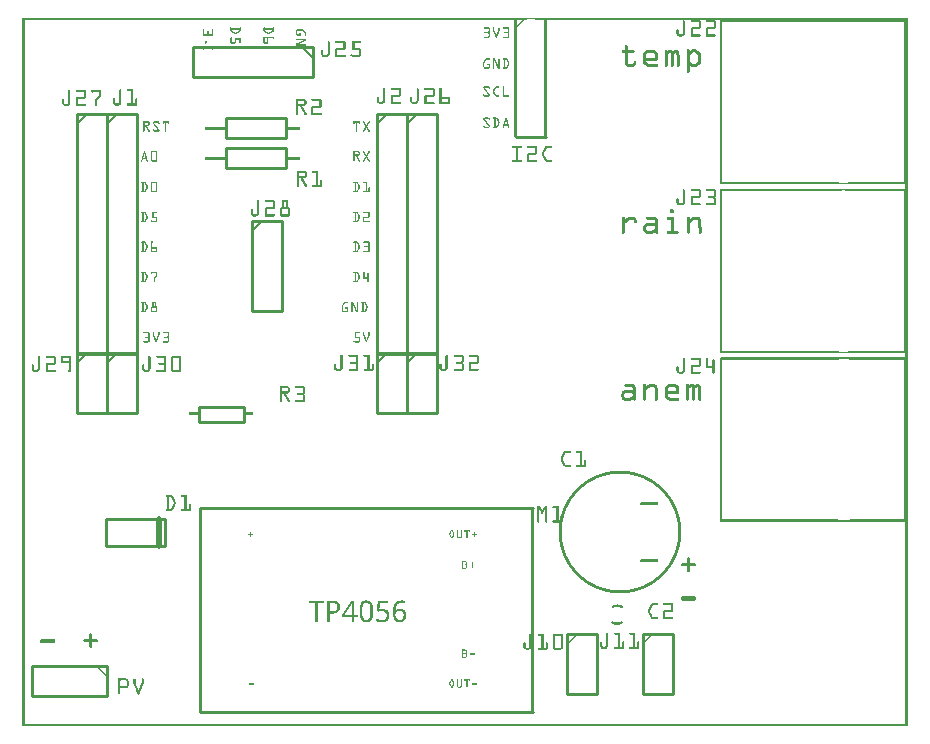
<source format=gto>
G04 MADE WITH FRITZING*
G04 WWW.FRITZING.ORG*
G04 DOUBLE SIDED*
G04 HOLES PLATED*
G04 CONTOUR ON CENTER OF CONTOUR VECTOR*
%ASAXBY*%
%FSLAX23Y23*%
%MOIN*%
%OFA0B0*%
%SFA1.0B1.0*%
%ADD10C,0.410000X0.39*%
%ADD11C,0.010000*%
%ADD12C,0.005000*%
%ADD13C,0.008000*%
%ADD14C,0.020000*%
%ADD15R,0.001000X0.001000*%
%LNSILK1*%
G90*
G70*
G54D10*
X1991Y647D03*
G54D11*
X765Y1685D02*
X765Y1385D01*
D02*
X765Y1385D02*
X865Y1385D01*
D02*
X865Y1385D02*
X865Y1685D01*
D02*
X865Y1685D02*
X765Y1685D01*
G54D12*
D02*
X765Y1650D02*
X800Y1685D01*
G54D11*
D02*
X968Y2264D02*
X568Y2264D01*
D02*
X568Y2264D02*
X568Y2164D01*
D02*
X568Y2164D02*
X968Y2164D01*
D02*
X968Y2164D02*
X968Y2264D01*
G54D12*
D02*
X933Y2264D02*
X968Y2229D01*
G54D11*
D02*
X588Y1066D02*
X738Y1066D01*
D02*
X738Y1066D02*
X738Y1016D01*
D02*
X738Y1016D02*
X588Y1016D01*
D02*
X588Y1016D02*
X588Y1066D01*
D02*
X678Y2027D02*
X878Y2027D01*
D02*
X878Y2027D02*
X878Y1961D01*
D02*
X878Y1961D02*
X678Y1961D01*
D02*
X678Y1961D02*
X678Y2027D01*
D02*
X678Y1927D02*
X878Y1927D01*
D02*
X878Y1927D02*
X878Y1861D01*
D02*
X878Y1861D02*
X678Y1861D01*
D02*
X678Y1861D02*
X678Y1927D01*
G54D13*
D02*
X2329Y1226D02*
X2329Y686D01*
D02*
X2944Y1226D02*
X2944Y686D01*
D02*
X2329Y1787D02*
X2329Y1247D01*
D02*
X2944Y1787D02*
X2944Y1247D01*
D02*
X2329Y2350D02*
X2329Y1810D01*
D02*
X2944Y2350D02*
X2944Y1810D01*
G54D11*
D02*
X593Y726D02*
X593Y49D01*
D02*
X591Y47D02*
X1701Y47D01*
D02*
X1699Y49D02*
X1699Y727D01*
D02*
X1701Y727D02*
X591Y727D01*
D02*
X1281Y2043D02*
X1281Y1243D01*
D02*
X1281Y1243D02*
X1381Y1243D01*
D02*
X1381Y1243D02*
X1381Y2043D01*
D02*
X1381Y2043D02*
X1281Y2043D01*
G54D12*
D02*
X1281Y2008D02*
X1316Y2043D01*
G54D11*
D02*
X1182Y2043D02*
X1182Y1243D01*
D02*
X1182Y1243D02*
X1282Y1243D01*
D02*
X1282Y1243D02*
X1282Y2043D01*
D02*
X1282Y2043D02*
X1182Y2043D01*
G54D12*
D02*
X1182Y2008D02*
X1217Y2043D01*
G54D11*
D02*
X181Y2043D02*
X181Y1243D01*
D02*
X181Y1243D02*
X281Y1243D01*
D02*
X281Y1243D02*
X281Y2043D01*
D02*
X281Y2043D02*
X181Y2043D01*
G54D12*
D02*
X181Y2008D02*
X216Y2043D01*
G54D11*
D02*
X281Y2043D02*
X281Y1243D01*
D02*
X281Y1243D02*
X381Y1243D01*
D02*
X381Y1243D02*
X381Y2043D01*
D02*
X381Y2043D02*
X281Y2043D01*
G54D12*
D02*
X281Y2008D02*
X316Y2043D01*
G54D11*
D02*
X281Y203D02*
X31Y203D01*
D02*
X31Y203D02*
X31Y103D01*
D02*
X31Y103D02*
X281Y103D01*
D02*
X281Y103D02*
X281Y203D01*
D02*
X475Y600D02*
X280Y600D01*
D02*
X280Y690D02*
X475Y690D01*
D02*
X475Y690D02*
X475Y600D01*
G54D14*
D02*
X455Y690D02*
X455Y600D01*
G54D11*
D02*
X1646Y1964D02*
X1746Y1964D01*
D02*
X2068Y309D02*
X2068Y109D01*
D02*
X2068Y109D02*
X2168Y109D01*
D02*
X2168Y109D02*
X2168Y309D01*
D02*
X2168Y309D02*
X2068Y309D01*
D02*
X1817Y309D02*
X1817Y109D01*
D02*
X1817Y109D02*
X1917Y109D01*
D02*
X1917Y109D02*
X1917Y309D01*
D02*
X1917Y309D02*
X1817Y309D01*
D02*
X1281Y1245D02*
X1281Y1045D01*
D02*
X1281Y1045D02*
X1381Y1045D01*
D02*
X1381Y1045D02*
X1381Y1245D01*
D02*
X1381Y1245D02*
X1281Y1245D01*
G54D12*
D02*
X1281Y1210D02*
X1316Y1245D01*
G54D11*
D02*
X1181Y1245D02*
X1181Y1045D01*
D02*
X1181Y1045D02*
X1281Y1045D01*
D02*
X1281Y1045D02*
X1281Y1245D01*
D02*
X1281Y1245D02*
X1181Y1245D01*
G54D12*
D02*
X1181Y1210D02*
X1216Y1245D01*
G54D11*
D02*
X281Y1245D02*
X281Y1045D01*
D02*
X281Y1045D02*
X381Y1045D01*
D02*
X381Y1045D02*
X381Y1245D01*
D02*
X381Y1245D02*
X281Y1245D01*
G54D12*
D02*
X281Y1210D02*
X316Y1245D01*
G54D11*
D02*
X181Y1245D02*
X181Y1045D01*
D02*
X181Y1045D02*
X281Y1045D01*
D02*
X281Y1045D02*
X281Y1245D01*
D02*
X281Y1245D02*
X181Y1245D01*
G54D12*
D02*
X181Y1210D02*
X216Y1245D01*
G54D15*
X0Y2362D02*
X2951Y2362D01*
X0Y2361D02*
X2951Y2361D01*
X0Y2360D02*
X2951Y2360D01*
X0Y2359D02*
X2951Y2359D01*
X0Y2358D02*
X1692Y2358D01*
X1698Y2358D02*
X2951Y2358D01*
X0Y2357D02*
X1685Y2357D01*
X1705Y2357D02*
X2951Y2357D01*
X0Y2356D02*
X1681Y2356D01*
X1709Y2356D02*
X2951Y2356D01*
X0Y2355D02*
X1678Y2355D01*
X1712Y2355D02*
X2951Y2355D01*
X0Y2354D02*
X7Y2354D01*
X1640Y2354D02*
X1649Y2354D01*
X1667Y2354D02*
X1673Y2354D01*
X1740Y2354D02*
X1749Y2354D01*
X2327Y2354D02*
X2951Y2354D01*
X0Y2353D02*
X7Y2353D01*
X1640Y2353D02*
X1649Y2353D01*
X1666Y2353D02*
X1672Y2353D01*
X1740Y2353D02*
X1749Y2353D01*
X2203Y2353D02*
X2206Y2353D01*
X2230Y2353D02*
X2258Y2353D01*
X2280Y2353D02*
X2308Y2353D01*
X2326Y2353D02*
X2951Y2353D01*
X0Y2352D02*
X7Y2352D01*
X1640Y2352D02*
X1649Y2352D01*
X1665Y2352D02*
X1671Y2352D01*
X1740Y2352D02*
X1749Y2352D01*
X2203Y2352D02*
X2207Y2352D01*
X2229Y2352D02*
X2259Y2352D01*
X2279Y2352D02*
X2309Y2352D01*
X2325Y2352D02*
X2951Y2352D01*
X0Y2351D02*
X7Y2351D01*
X1640Y2351D02*
X1649Y2351D01*
X1664Y2351D02*
X1670Y2351D01*
X1740Y2351D02*
X1749Y2351D01*
X2202Y2351D02*
X2208Y2351D01*
X2228Y2351D02*
X2260Y2351D01*
X2278Y2351D02*
X2310Y2351D01*
X2325Y2351D02*
X2951Y2351D01*
X0Y2350D02*
X7Y2350D01*
X1640Y2350D02*
X1649Y2350D01*
X1663Y2350D02*
X1669Y2350D01*
X1740Y2350D02*
X1749Y2350D01*
X2202Y2350D02*
X2208Y2350D01*
X2228Y2350D02*
X2261Y2350D01*
X2278Y2350D02*
X2311Y2350D01*
X2325Y2350D02*
X2951Y2350D01*
X0Y2349D02*
X7Y2349D01*
X1640Y2349D02*
X1649Y2349D01*
X1662Y2349D02*
X1668Y2349D01*
X1740Y2349D02*
X1749Y2349D01*
X2202Y2349D02*
X2208Y2349D01*
X2228Y2349D02*
X2261Y2349D01*
X2279Y2349D02*
X2311Y2349D01*
X2325Y2349D02*
X2733Y2349D01*
X2743Y2349D02*
X2951Y2349D01*
X0Y2348D02*
X7Y2348D01*
X1640Y2348D02*
X1649Y2348D01*
X1661Y2348D02*
X1666Y2348D01*
X1740Y2348D02*
X1749Y2348D01*
X2202Y2348D02*
X2208Y2348D01*
X2229Y2348D02*
X2262Y2348D01*
X2279Y2348D02*
X2312Y2348D01*
X2325Y2348D02*
X2725Y2348D01*
X2751Y2348D02*
X2951Y2348D01*
X0Y2347D02*
X7Y2347D01*
X1640Y2347D02*
X1649Y2347D01*
X1660Y2347D02*
X1665Y2347D01*
X1740Y2347D02*
X1749Y2347D01*
X2202Y2347D02*
X2208Y2347D01*
X2230Y2347D02*
X2262Y2347D01*
X2280Y2347D02*
X2312Y2347D01*
X2327Y2347D02*
X2721Y2347D01*
X2756Y2347D02*
X2951Y2347D01*
X0Y2346D02*
X7Y2346D01*
X1640Y2346D02*
X1649Y2346D01*
X1659Y2346D02*
X1664Y2346D01*
X1740Y2346D02*
X1749Y2346D01*
X2202Y2346D02*
X2208Y2346D01*
X2256Y2346D02*
X2262Y2346D01*
X2306Y2346D02*
X2312Y2346D01*
X2944Y2346D02*
X2951Y2346D01*
X0Y2345D02*
X7Y2345D01*
X1640Y2345D02*
X1649Y2345D01*
X1658Y2345D02*
X1663Y2345D01*
X1740Y2345D02*
X1749Y2345D01*
X2202Y2345D02*
X2208Y2345D01*
X2256Y2345D02*
X2262Y2345D01*
X2306Y2345D02*
X2312Y2345D01*
X2944Y2345D02*
X2951Y2345D01*
X0Y2344D02*
X7Y2344D01*
X1640Y2344D02*
X1649Y2344D01*
X1657Y2344D02*
X1662Y2344D01*
X1740Y2344D02*
X1749Y2344D01*
X2202Y2344D02*
X2208Y2344D01*
X2256Y2344D02*
X2262Y2344D01*
X2306Y2344D02*
X2312Y2344D01*
X2944Y2344D02*
X2951Y2344D01*
X0Y2343D02*
X7Y2343D01*
X1640Y2343D02*
X1649Y2343D01*
X1656Y2343D02*
X1661Y2343D01*
X1740Y2343D02*
X1749Y2343D01*
X2202Y2343D02*
X2208Y2343D01*
X2256Y2343D02*
X2262Y2343D01*
X2306Y2343D02*
X2312Y2343D01*
X2944Y2343D02*
X2951Y2343D01*
X0Y2342D02*
X7Y2342D01*
X1640Y2342D02*
X1649Y2342D01*
X1655Y2342D02*
X1660Y2342D01*
X1740Y2342D02*
X1749Y2342D01*
X2202Y2342D02*
X2208Y2342D01*
X2256Y2342D02*
X2262Y2342D01*
X2306Y2342D02*
X2312Y2342D01*
X2944Y2342D02*
X2951Y2342D01*
X0Y2341D02*
X7Y2341D01*
X1640Y2341D02*
X1649Y2341D01*
X1654Y2341D02*
X1660Y2341D01*
X1740Y2341D02*
X1749Y2341D01*
X2202Y2341D02*
X2208Y2341D01*
X2256Y2341D02*
X2262Y2341D01*
X2306Y2341D02*
X2312Y2341D01*
X2944Y2341D02*
X2951Y2341D01*
X0Y2340D02*
X7Y2340D01*
X1640Y2340D02*
X1649Y2340D01*
X1653Y2340D02*
X1659Y2340D01*
X1740Y2340D02*
X1749Y2340D01*
X2202Y2340D02*
X2208Y2340D01*
X2256Y2340D02*
X2262Y2340D01*
X2306Y2340D02*
X2312Y2340D01*
X2944Y2340D02*
X2951Y2340D01*
X0Y2339D02*
X7Y2339D01*
X1640Y2339D02*
X1649Y2339D01*
X1652Y2339D02*
X1658Y2339D01*
X1740Y2339D02*
X1749Y2339D01*
X2202Y2339D02*
X2208Y2339D01*
X2256Y2339D02*
X2262Y2339D01*
X2306Y2339D02*
X2312Y2339D01*
X2944Y2339D02*
X2951Y2339D01*
X0Y2338D02*
X7Y2338D01*
X1640Y2338D02*
X1649Y2338D01*
X1651Y2338D02*
X1657Y2338D01*
X1740Y2338D02*
X1749Y2338D01*
X2202Y2338D02*
X2208Y2338D01*
X2256Y2338D02*
X2262Y2338D01*
X2306Y2338D02*
X2312Y2338D01*
X2944Y2338D02*
X2951Y2338D01*
X0Y2337D02*
X7Y2337D01*
X1640Y2337D02*
X1656Y2337D01*
X1740Y2337D02*
X1749Y2337D01*
X2202Y2337D02*
X2208Y2337D01*
X2256Y2337D02*
X2262Y2337D01*
X2306Y2337D02*
X2312Y2337D01*
X2944Y2337D02*
X2951Y2337D01*
X0Y2336D02*
X7Y2336D01*
X1640Y2336D02*
X1655Y2336D01*
X1740Y2336D02*
X1749Y2336D01*
X2202Y2336D02*
X2208Y2336D01*
X2256Y2336D02*
X2262Y2336D01*
X2306Y2336D02*
X2312Y2336D01*
X2944Y2336D02*
X2951Y2336D01*
X0Y2335D02*
X7Y2335D01*
X1640Y2335D02*
X1654Y2335D01*
X1740Y2335D02*
X1749Y2335D01*
X2202Y2335D02*
X2208Y2335D01*
X2256Y2335D02*
X2262Y2335D01*
X2306Y2335D02*
X2312Y2335D01*
X2944Y2335D02*
X2951Y2335D01*
X0Y2334D02*
X7Y2334D01*
X1640Y2334D02*
X1653Y2334D01*
X1740Y2334D02*
X1749Y2334D01*
X2202Y2334D02*
X2208Y2334D01*
X2256Y2334D02*
X2262Y2334D01*
X2306Y2334D02*
X2312Y2334D01*
X2944Y2334D02*
X2951Y2334D01*
X0Y2333D02*
X7Y2333D01*
X1640Y2333D02*
X1652Y2333D01*
X1740Y2333D02*
X1749Y2333D01*
X2202Y2333D02*
X2208Y2333D01*
X2256Y2333D02*
X2262Y2333D01*
X2306Y2333D02*
X2312Y2333D01*
X2944Y2333D02*
X2951Y2333D01*
X0Y2332D02*
X7Y2332D01*
X1640Y2332D02*
X1651Y2332D01*
X1740Y2332D02*
X1749Y2332D01*
X2202Y2332D02*
X2208Y2332D01*
X2256Y2332D02*
X2262Y2332D01*
X2306Y2332D02*
X2312Y2332D01*
X2944Y2332D02*
X2951Y2332D01*
X0Y2331D02*
X7Y2331D01*
X1640Y2331D02*
X1650Y2331D01*
X1740Y2331D02*
X1749Y2331D01*
X2202Y2331D02*
X2208Y2331D01*
X2256Y2331D02*
X2262Y2331D01*
X2306Y2331D02*
X2312Y2331D01*
X2944Y2331D02*
X2951Y2331D01*
X0Y2330D02*
X7Y2330D01*
X694Y2330D02*
X696Y2330D01*
X725Y2330D02*
X727Y2330D01*
X805Y2330D02*
X807Y2330D01*
X835Y2330D02*
X837Y2330D01*
X1538Y2330D02*
X1556Y2330D01*
X1570Y2330D02*
X1572Y2330D01*
X1588Y2330D02*
X1590Y2330D01*
X1603Y2330D02*
X1621Y2330D01*
X1640Y2330D02*
X1649Y2330D01*
X1740Y2330D02*
X1749Y2330D01*
X2202Y2330D02*
X2208Y2330D01*
X2234Y2330D02*
X2262Y2330D01*
X2284Y2330D02*
X2312Y2330D01*
X2944Y2330D02*
X2951Y2330D01*
X0Y2329D02*
X7Y2329D01*
X694Y2329D02*
X697Y2329D01*
X724Y2329D02*
X727Y2329D01*
X804Y2329D02*
X807Y2329D01*
X835Y2329D02*
X838Y2329D01*
X1537Y2329D02*
X1557Y2329D01*
X1570Y2329D02*
X1573Y2329D01*
X1587Y2329D02*
X1591Y2329D01*
X1602Y2329D02*
X1622Y2329D01*
X1640Y2329D02*
X1649Y2329D01*
X1740Y2329D02*
X1749Y2329D01*
X2202Y2329D02*
X2208Y2329D01*
X2231Y2329D02*
X2262Y2329D01*
X2282Y2329D02*
X2312Y2329D01*
X2944Y2329D02*
X2951Y2329D01*
X0Y2328D02*
X7Y2328D01*
X693Y2328D02*
X697Y2328D01*
X724Y2328D02*
X728Y2328D01*
X804Y2328D02*
X807Y2328D01*
X834Y2328D02*
X838Y2328D01*
X1537Y2328D02*
X1558Y2328D01*
X1569Y2328D02*
X1573Y2328D01*
X1587Y2328D02*
X1591Y2328D01*
X1602Y2328D02*
X1623Y2328D01*
X1640Y2328D02*
X1649Y2328D01*
X1740Y2328D02*
X1749Y2328D01*
X2202Y2328D02*
X2208Y2328D01*
X2230Y2328D02*
X2261Y2328D01*
X2280Y2328D02*
X2311Y2328D01*
X2944Y2328D02*
X2951Y2328D01*
X0Y2327D02*
X7Y2327D01*
X693Y2327D02*
X697Y2327D01*
X724Y2327D02*
X728Y2327D01*
X804Y2327D02*
X807Y2327D01*
X834Y2327D02*
X838Y2327D01*
X1537Y2327D02*
X1558Y2327D01*
X1569Y2327D02*
X1573Y2327D01*
X1587Y2327D02*
X1591Y2327D01*
X1602Y2327D02*
X1623Y2327D01*
X1640Y2327D02*
X1649Y2327D01*
X1740Y2327D02*
X1749Y2327D01*
X2202Y2327D02*
X2208Y2327D01*
X2229Y2327D02*
X2261Y2327D01*
X2279Y2327D02*
X2311Y2327D01*
X2944Y2327D02*
X2951Y2327D01*
X0Y2326D02*
X7Y2326D01*
X693Y2326D02*
X728Y2326D01*
X804Y2326D02*
X838Y2326D01*
X1539Y2326D02*
X1558Y2326D01*
X1569Y2326D02*
X1573Y2326D01*
X1587Y2326D02*
X1591Y2326D01*
X1604Y2326D02*
X1623Y2326D01*
X1640Y2326D02*
X1649Y2326D01*
X1740Y2326D02*
X1749Y2326D01*
X2202Y2326D02*
X2208Y2326D01*
X2229Y2326D02*
X2260Y2326D01*
X2279Y2326D02*
X2310Y2326D01*
X2944Y2326D02*
X2951Y2326D01*
X0Y2325D02*
X7Y2325D01*
X693Y2325D02*
X728Y2325D01*
X804Y2325D02*
X838Y2325D01*
X1555Y2325D02*
X1558Y2325D01*
X1569Y2325D02*
X1573Y2325D01*
X1587Y2325D02*
X1591Y2325D01*
X1620Y2325D02*
X1623Y2325D01*
X1640Y2325D02*
X1649Y2325D01*
X1740Y2325D02*
X1749Y2325D01*
X2202Y2325D02*
X2208Y2325D01*
X2228Y2325D02*
X2259Y2325D01*
X2279Y2325D02*
X2309Y2325D01*
X2944Y2325D02*
X2951Y2325D01*
X0Y2324D02*
X7Y2324D01*
X604Y2324D02*
X604Y2324D01*
X634Y2324D02*
X635Y2324D01*
X693Y2324D02*
X728Y2324D01*
X804Y2324D02*
X838Y2324D01*
X917Y2324D02*
X932Y2324D01*
X1555Y2324D02*
X1558Y2324D01*
X1569Y2324D02*
X1573Y2324D01*
X1587Y2324D02*
X1591Y2324D01*
X1620Y2324D02*
X1623Y2324D01*
X1640Y2324D02*
X1649Y2324D01*
X1740Y2324D02*
X1749Y2324D01*
X2184Y2324D02*
X2185Y2324D01*
X2202Y2324D02*
X2208Y2324D01*
X2228Y2324D02*
X2258Y2324D01*
X2278Y2324D02*
X2308Y2324D01*
X2944Y2324D02*
X2951Y2324D01*
X0Y2323D02*
X7Y2323D01*
X603Y2323D02*
X605Y2323D01*
X633Y2323D02*
X636Y2323D01*
X693Y2323D02*
X728Y2323D01*
X804Y2323D02*
X838Y2323D01*
X915Y2323D02*
X934Y2323D01*
X1555Y2323D02*
X1558Y2323D01*
X1569Y2323D02*
X1573Y2323D01*
X1587Y2323D02*
X1591Y2323D01*
X1620Y2323D02*
X1623Y2323D01*
X1640Y2323D02*
X1649Y2323D01*
X1740Y2323D02*
X1749Y2323D01*
X2182Y2323D02*
X2186Y2323D01*
X2202Y2323D02*
X2208Y2323D01*
X2228Y2323D02*
X2234Y2323D01*
X2278Y2323D02*
X2285Y2323D01*
X2944Y2323D02*
X2951Y2323D01*
X0Y2322D02*
X7Y2322D01*
X602Y2322D02*
X606Y2322D01*
X633Y2322D02*
X636Y2322D01*
X693Y2322D02*
X728Y2322D01*
X804Y2322D02*
X838Y2322D01*
X913Y2322D02*
X936Y2322D01*
X1555Y2322D02*
X1558Y2322D01*
X1569Y2322D02*
X1573Y2322D01*
X1587Y2322D02*
X1591Y2322D01*
X1620Y2322D02*
X1623Y2322D01*
X1640Y2322D02*
X1649Y2322D01*
X1740Y2322D02*
X1749Y2322D01*
X2182Y2322D02*
X2187Y2322D01*
X2202Y2322D02*
X2208Y2322D01*
X2228Y2322D02*
X2234Y2322D01*
X2278Y2322D02*
X2284Y2322D01*
X2944Y2322D02*
X2951Y2322D01*
X0Y2321D02*
X7Y2321D01*
X602Y2321D02*
X606Y2321D01*
X633Y2321D02*
X636Y2321D01*
X693Y2321D02*
X697Y2321D01*
X724Y2321D02*
X728Y2321D01*
X804Y2321D02*
X807Y2321D01*
X834Y2321D02*
X838Y2321D01*
X913Y2321D02*
X937Y2321D01*
X1555Y2321D02*
X1558Y2321D01*
X1569Y2321D02*
X1573Y2321D01*
X1587Y2321D02*
X1591Y2321D01*
X1620Y2321D02*
X1623Y2321D01*
X1640Y2321D02*
X1649Y2321D01*
X1740Y2321D02*
X1749Y2321D01*
X2181Y2321D02*
X2187Y2321D01*
X2202Y2321D02*
X2208Y2321D01*
X2228Y2321D02*
X2234Y2321D01*
X2278Y2321D02*
X2284Y2321D01*
X2944Y2321D02*
X2951Y2321D01*
X0Y2320D02*
X7Y2320D01*
X602Y2320D02*
X606Y2320D01*
X633Y2320D02*
X636Y2320D01*
X693Y2320D02*
X697Y2320D01*
X724Y2320D02*
X727Y2320D01*
X804Y2320D02*
X807Y2320D01*
X834Y2320D02*
X838Y2320D01*
X912Y2320D02*
X938Y2320D01*
X1555Y2320D02*
X1558Y2320D01*
X1569Y2320D02*
X1573Y2320D01*
X1587Y2320D02*
X1591Y2320D01*
X1620Y2320D02*
X1623Y2320D01*
X1640Y2320D02*
X1649Y2320D01*
X1740Y2320D02*
X1749Y2320D01*
X2181Y2320D02*
X2187Y2320D01*
X2202Y2320D02*
X2208Y2320D01*
X2228Y2320D02*
X2234Y2320D01*
X2278Y2320D02*
X2284Y2320D01*
X2944Y2320D02*
X2951Y2320D01*
X0Y2319D02*
X7Y2319D01*
X602Y2319D02*
X606Y2319D01*
X618Y2319D02*
X620Y2319D01*
X633Y2319D02*
X636Y2319D01*
X694Y2319D02*
X697Y2319D01*
X724Y2319D02*
X727Y2319D01*
X804Y2319D02*
X808Y2319D01*
X834Y2319D02*
X838Y2319D01*
X912Y2319D02*
X916Y2319D01*
X933Y2319D02*
X940Y2319D01*
X1555Y2319D02*
X1558Y2319D01*
X1570Y2319D02*
X1574Y2319D01*
X1586Y2319D02*
X1590Y2319D01*
X1620Y2319D02*
X1623Y2319D01*
X1640Y2319D02*
X1649Y2319D01*
X1740Y2319D02*
X1749Y2319D01*
X2181Y2319D02*
X2187Y2319D01*
X2202Y2319D02*
X2208Y2319D01*
X2228Y2319D02*
X2234Y2319D01*
X2278Y2319D02*
X2284Y2319D01*
X2944Y2319D02*
X2951Y2319D01*
X0Y2318D02*
X7Y2318D01*
X602Y2318D02*
X606Y2318D01*
X618Y2318D02*
X621Y2318D01*
X633Y2318D02*
X636Y2318D01*
X694Y2318D02*
X698Y2318D01*
X723Y2318D02*
X727Y2318D01*
X804Y2318D02*
X809Y2318D01*
X833Y2318D02*
X838Y2318D01*
X912Y2318D02*
X915Y2318D01*
X934Y2318D02*
X941Y2318D01*
X1555Y2318D02*
X1558Y2318D01*
X1570Y2318D02*
X1574Y2318D01*
X1586Y2318D02*
X1590Y2318D01*
X1620Y2318D02*
X1623Y2318D01*
X1640Y2318D02*
X1649Y2318D01*
X1740Y2318D02*
X1749Y2318D01*
X2181Y2318D02*
X2187Y2318D01*
X2202Y2318D02*
X2208Y2318D01*
X2228Y2318D02*
X2234Y2318D01*
X2278Y2318D02*
X2284Y2318D01*
X2944Y2318D02*
X2951Y2318D01*
X0Y2317D02*
X7Y2317D01*
X602Y2317D02*
X606Y2317D01*
X617Y2317D02*
X621Y2317D01*
X633Y2317D02*
X636Y2317D01*
X694Y2317D02*
X700Y2317D01*
X721Y2317D02*
X727Y2317D01*
X805Y2317D02*
X811Y2317D01*
X831Y2317D02*
X837Y2317D01*
X912Y2317D02*
X915Y2317D01*
X936Y2317D02*
X942Y2317D01*
X1555Y2317D02*
X1558Y2317D01*
X1571Y2317D02*
X1574Y2317D01*
X1586Y2317D02*
X1590Y2317D01*
X1620Y2317D02*
X1623Y2317D01*
X1640Y2317D02*
X1649Y2317D01*
X1740Y2317D02*
X1749Y2317D01*
X2181Y2317D02*
X2187Y2317D01*
X2202Y2317D02*
X2208Y2317D01*
X2228Y2317D02*
X2234Y2317D01*
X2278Y2317D02*
X2284Y2317D01*
X2944Y2317D02*
X2951Y2317D01*
X0Y2316D02*
X7Y2316D01*
X602Y2316D02*
X606Y2316D01*
X617Y2316D02*
X621Y2316D01*
X633Y2316D02*
X636Y2316D01*
X695Y2316D02*
X702Y2316D01*
X719Y2316D02*
X726Y2316D01*
X805Y2316D02*
X813Y2316D01*
X829Y2316D02*
X837Y2316D01*
X912Y2316D02*
X915Y2316D01*
X937Y2316D02*
X943Y2316D01*
X1554Y2316D02*
X1558Y2316D01*
X1571Y2316D02*
X1575Y2316D01*
X1585Y2316D02*
X1589Y2316D01*
X1619Y2316D02*
X1623Y2316D01*
X1640Y2316D02*
X1649Y2316D01*
X1740Y2316D02*
X1749Y2316D01*
X2181Y2316D02*
X2187Y2316D01*
X2202Y2316D02*
X2208Y2316D01*
X2228Y2316D02*
X2234Y2316D01*
X2278Y2316D02*
X2284Y2316D01*
X2944Y2316D02*
X2951Y2316D01*
X0Y2315D02*
X7Y2315D01*
X602Y2315D02*
X606Y2315D01*
X617Y2315D02*
X621Y2315D01*
X633Y2315D02*
X636Y2315D01*
X696Y2315D02*
X704Y2315D01*
X717Y2315D02*
X725Y2315D01*
X806Y2315D02*
X815Y2315D01*
X827Y2315D02*
X836Y2315D01*
X912Y2315D02*
X915Y2315D01*
X938Y2315D02*
X944Y2315D01*
X1543Y2315D02*
X1558Y2315D01*
X1571Y2315D02*
X1575Y2315D01*
X1585Y2315D02*
X1589Y2315D01*
X1608Y2315D02*
X1623Y2315D01*
X1640Y2315D02*
X1649Y2315D01*
X1740Y2315D02*
X1749Y2315D01*
X2181Y2315D02*
X2187Y2315D01*
X2202Y2315D02*
X2208Y2315D01*
X2228Y2315D02*
X2234Y2315D01*
X2278Y2315D02*
X2284Y2315D01*
X2944Y2315D02*
X2951Y2315D01*
X0Y2314D02*
X7Y2314D01*
X602Y2314D02*
X606Y2314D01*
X617Y2314D02*
X621Y2314D01*
X633Y2314D02*
X636Y2314D01*
X697Y2314D02*
X706Y2314D01*
X715Y2314D02*
X724Y2314D01*
X808Y2314D02*
X817Y2314D01*
X825Y2314D02*
X834Y2314D01*
X912Y2314D02*
X915Y2314D01*
X940Y2314D02*
X945Y2314D01*
X1542Y2314D02*
X1557Y2314D01*
X1572Y2314D02*
X1576Y2314D01*
X1585Y2314D02*
X1588Y2314D01*
X1607Y2314D02*
X1622Y2314D01*
X1640Y2314D02*
X1649Y2314D01*
X1740Y2314D02*
X1749Y2314D01*
X2181Y2314D02*
X2187Y2314D01*
X2202Y2314D02*
X2208Y2314D01*
X2228Y2314D02*
X2234Y2314D01*
X2278Y2314D02*
X2284Y2314D01*
X2944Y2314D02*
X2951Y2314D01*
X0Y2313D02*
X7Y2313D01*
X602Y2313D02*
X606Y2313D01*
X617Y2313D02*
X621Y2313D01*
X633Y2313D02*
X636Y2313D01*
X699Y2313D02*
X709Y2313D01*
X712Y2313D02*
X722Y2313D01*
X810Y2313D02*
X819Y2313D01*
X823Y2313D02*
X832Y2313D01*
X912Y2313D02*
X915Y2313D01*
X925Y2313D02*
X925Y2313D01*
X941Y2313D02*
X945Y2313D01*
X1541Y2313D02*
X1557Y2313D01*
X1572Y2313D02*
X1576Y2313D01*
X1584Y2313D02*
X1588Y2313D01*
X1606Y2313D02*
X1622Y2313D01*
X1640Y2313D02*
X1649Y2313D01*
X1740Y2313D02*
X1749Y2313D01*
X2181Y2313D02*
X2187Y2313D01*
X2202Y2313D02*
X2208Y2313D01*
X2228Y2313D02*
X2234Y2313D01*
X2278Y2313D02*
X2284Y2313D01*
X2944Y2313D02*
X2951Y2313D01*
X0Y2312D02*
X7Y2312D01*
X602Y2312D02*
X606Y2312D01*
X617Y2312D02*
X621Y2312D01*
X633Y2312D02*
X636Y2312D01*
X701Y2312D02*
X720Y2312D01*
X812Y2312D02*
X830Y2312D01*
X912Y2312D02*
X915Y2312D01*
X924Y2312D02*
X926Y2312D01*
X942Y2312D02*
X946Y2312D01*
X1542Y2312D02*
X1557Y2312D01*
X1573Y2312D02*
X1576Y2312D01*
X1584Y2312D02*
X1588Y2312D01*
X1607Y2312D02*
X1622Y2312D01*
X1640Y2312D02*
X1649Y2312D01*
X1740Y2312D02*
X1749Y2312D01*
X2181Y2312D02*
X2187Y2312D01*
X2202Y2312D02*
X2208Y2312D01*
X2228Y2312D02*
X2234Y2312D01*
X2278Y2312D02*
X2284Y2312D01*
X2944Y2312D02*
X2951Y2312D01*
X0Y2311D02*
X7Y2311D01*
X602Y2311D02*
X606Y2311D01*
X617Y2311D02*
X621Y2311D01*
X633Y2311D02*
X636Y2311D01*
X703Y2311D02*
X718Y2311D01*
X814Y2311D02*
X828Y2311D01*
X912Y2311D02*
X915Y2311D01*
X923Y2311D02*
X927Y2311D01*
X942Y2311D02*
X946Y2311D01*
X1542Y2311D02*
X1558Y2311D01*
X1573Y2311D02*
X1577Y2311D01*
X1583Y2311D02*
X1587Y2311D01*
X1607Y2311D02*
X1623Y2311D01*
X1640Y2311D02*
X1649Y2311D01*
X1740Y2311D02*
X1749Y2311D01*
X2181Y2311D02*
X2187Y2311D01*
X2202Y2311D02*
X2208Y2311D01*
X2228Y2311D02*
X2234Y2311D01*
X2278Y2311D02*
X2284Y2311D01*
X2944Y2311D02*
X2951Y2311D01*
X0Y2310D02*
X7Y2310D01*
X602Y2310D02*
X606Y2310D01*
X617Y2310D02*
X621Y2310D01*
X633Y2310D02*
X636Y2310D01*
X705Y2310D02*
X716Y2310D01*
X816Y2310D02*
X826Y2310D01*
X912Y2310D02*
X915Y2310D01*
X923Y2310D02*
X927Y2310D01*
X942Y2310D02*
X946Y2310D01*
X1554Y2310D02*
X1558Y2310D01*
X1573Y2310D02*
X1577Y2310D01*
X1583Y2310D02*
X1587Y2310D01*
X1619Y2310D02*
X1623Y2310D01*
X1640Y2310D02*
X1649Y2310D01*
X1740Y2310D02*
X1749Y2310D01*
X2181Y2310D02*
X2187Y2310D01*
X2202Y2310D02*
X2208Y2310D01*
X2228Y2310D02*
X2234Y2310D01*
X2278Y2310D02*
X2284Y2310D01*
X2944Y2310D02*
X2951Y2310D01*
X0Y2309D02*
X7Y2309D01*
X602Y2309D02*
X606Y2309D01*
X617Y2309D02*
X621Y2309D01*
X633Y2309D02*
X636Y2309D01*
X707Y2309D02*
X713Y2309D01*
X818Y2309D02*
X824Y2309D01*
X912Y2309D02*
X915Y2309D01*
X923Y2309D02*
X927Y2309D01*
X942Y2309D02*
X946Y2309D01*
X1555Y2309D02*
X1558Y2309D01*
X1574Y2309D02*
X1578Y2309D01*
X1583Y2309D02*
X1586Y2309D01*
X1620Y2309D02*
X1623Y2309D01*
X1640Y2309D02*
X1649Y2309D01*
X1740Y2309D02*
X1749Y2309D01*
X2181Y2309D02*
X2187Y2309D01*
X2202Y2309D02*
X2208Y2309D01*
X2228Y2309D02*
X2234Y2309D01*
X2278Y2309D02*
X2284Y2309D01*
X2944Y2309D02*
X2951Y2309D01*
X0Y2308D02*
X7Y2308D01*
X602Y2308D02*
X606Y2308D01*
X617Y2308D02*
X621Y2308D01*
X633Y2308D02*
X636Y2308D01*
X912Y2308D02*
X915Y2308D01*
X923Y2308D02*
X927Y2308D01*
X942Y2308D02*
X946Y2308D01*
X1555Y2308D02*
X1558Y2308D01*
X1574Y2308D02*
X1578Y2308D01*
X1582Y2308D02*
X1586Y2308D01*
X1620Y2308D02*
X1623Y2308D01*
X1640Y2308D02*
X1649Y2308D01*
X1740Y2308D02*
X1749Y2308D01*
X2181Y2308D02*
X2188Y2308D01*
X2201Y2308D02*
X2208Y2308D01*
X2228Y2308D02*
X2234Y2308D01*
X2278Y2308D02*
X2284Y2308D01*
X2944Y2308D02*
X2951Y2308D01*
X0Y2307D02*
X7Y2307D01*
X602Y2307D02*
X606Y2307D01*
X617Y2307D02*
X622Y2307D01*
X633Y2307D02*
X636Y2307D01*
X912Y2307D02*
X916Y2307D01*
X923Y2307D02*
X927Y2307D01*
X942Y2307D02*
X946Y2307D01*
X1555Y2307D02*
X1558Y2307D01*
X1574Y2307D02*
X1578Y2307D01*
X1582Y2307D02*
X1586Y2307D01*
X1620Y2307D02*
X1623Y2307D01*
X1640Y2307D02*
X1649Y2307D01*
X1740Y2307D02*
X1749Y2307D01*
X2182Y2307D02*
X2189Y2307D01*
X2200Y2307D02*
X2207Y2307D01*
X2228Y2307D02*
X2234Y2307D01*
X2278Y2307D02*
X2284Y2307D01*
X2944Y2307D02*
X2951Y2307D01*
X0Y2306D02*
X7Y2306D01*
X602Y2306D02*
X636Y2306D01*
X912Y2306D02*
X927Y2306D01*
X942Y2306D02*
X946Y2306D01*
X1555Y2306D02*
X1558Y2306D01*
X1575Y2306D02*
X1579Y2306D01*
X1581Y2306D02*
X1585Y2306D01*
X1620Y2306D02*
X1623Y2306D01*
X1640Y2306D02*
X1649Y2306D01*
X1740Y2306D02*
X1749Y2306D01*
X2182Y2306D02*
X2207Y2306D01*
X2228Y2306D02*
X2260Y2306D01*
X2278Y2306D02*
X2310Y2306D01*
X2944Y2306D02*
X2951Y2306D01*
X0Y2305D02*
X7Y2305D01*
X602Y2305D02*
X636Y2305D01*
X913Y2305D02*
X927Y2305D01*
X942Y2305D02*
X946Y2305D01*
X1555Y2305D02*
X1558Y2305D01*
X1575Y2305D02*
X1579Y2305D01*
X1581Y2305D02*
X1585Y2305D01*
X1620Y2305D02*
X1623Y2305D01*
X1640Y2305D02*
X1649Y2305D01*
X1740Y2305D02*
X1749Y2305D01*
X2183Y2305D02*
X2207Y2305D01*
X2228Y2305D02*
X2261Y2305D01*
X2278Y2305D02*
X2311Y2305D01*
X2944Y2305D02*
X2951Y2305D01*
X0Y2304D02*
X7Y2304D01*
X603Y2304D02*
X636Y2304D01*
X914Y2304D02*
X927Y2304D01*
X942Y2304D02*
X946Y2304D01*
X1555Y2304D02*
X1558Y2304D01*
X1576Y2304D02*
X1585Y2304D01*
X1620Y2304D02*
X1623Y2304D01*
X1640Y2304D02*
X1649Y2304D01*
X1740Y2304D02*
X1749Y2304D01*
X2183Y2304D02*
X2206Y2304D01*
X2228Y2304D02*
X2261Y2304D01*
X2278Y2304D02*
X2312Y2304D01*
X2944Y2304D02*
X2951Y2304D01*
X0Y2303D02*
X7Y2303D01*
X604Y2303D02*
X618Y2303D01*
X621Y2303D02*
X635Y2303D01*
X915Y2303D02*
X927Y2303D01*
X943Y2303D02*
X945Y2303D01*
X1555Y2303D02*
X1558Y2303D01*
X1576Y2303D02*
X1584Y2303D01*
X1620Y2303D02*
X1623Y2303D01*
X1640Y2303D02*
X1649Y2303D01*
X1740Y2303D02*
X1749Y2303D01*
X2184Y2303D02*
X2205Y2303D01*
X2228Y2303D02*
X2262Y2303D01*
X2278Y2303D02*
X2312Y2303D01*
X2944Y2303D02*
X2951Y2303D01*
X0Y2302D02*
X7Y2302D01*
X606Y2302D02*
X616Y2302D01*
X623Y2302D02*
X633Y2302D01*
X917Y2302D02*
X926Y2302D01*
X944Y2302D02*
X944Y2302D01*
X1555Y2302D02*
X1558Y2302D01*
X1576Y2302D02*
X1584Y2302D01*
X1620Y2302D02*
X1623Y2302D01*
X1640Y2302D02*
X1649Y2302D01*
X1740Y2302D02*
X1749Y2302D01*
X2185Y2302D02*
X2204Y2302D01*
X2228Y2302D02*
X2261Y2302D01*
X2278Y2302D02*
X2312Y2302D01*
X2944Y2302D02*
X2951Y2302D01*
X0Y2301D02*
X7Y2301D01*
X1555Y2301D02*
X1558Y2301D01*
X1577Y2301D02*
X1583Y2301D01*
X1620Y2301D02*
X1623Y2301D01*
X1640Y2301D02*
X1649Y2301D01*
X1740Y2301D02*
X1749Y2301D01*
X2187Y2301D02*
X2203Y2301D01*
X2228Y2301D02*
X2261Y2301D01*
X2278Y2301D02*
X2311Y2301D01*
X2944Y2301D02*
X2951Y2301D01*
X0Y2300D02*
X7Y2300D01*
X1554Y2300D02*
X1558Y2300D01*
X1577Y2300D02*
X1583Y2300D01*
X1619Y2300D02*
X1623Y2300D01*
X1640Y2300D02*
X1649Y2300D01*
X1740Y2300D02*
X1749Y2300D01*
X2189Y2300D02*
X2200Y2300D01*
X2228Y2300D02*
X2260Y2300D01*
X2278Y2300D02*
X2310Y2300D01*
X2944Y2300D02*
X2951Y2300D01*
X0Y2299D02*
X7Y2299D01*
X1537Y2299D02*
X1558Y2299D01*
X1578Y2299D02*
X1583Y2299D01*
X1602Y2299D02*
X1623Y2299D01*
X1640Y2299D02*
X1649Y2299D01*
X1740Y2299D02*
X1749Y2299D01*
X2944Y2299D02*
X2951Y2299D01*
X0Y2298D02*
X7Y2298D01*
X697Y2298D02*
X697Y2298D01*
X805Y2298D02*
X836Y2298D01*
X1537Y2298D02*
X1558Y2298D01*
X1578Y2298D02*
X1582Y2298D01*
X1602Y2298D02*
X1623Y2298D01*
X1640Y2298D02*
X1649Y2298D01*
X1740Y2298D02*
X1749Y2298D01*
X2944Y2298D02*
X2951Y2298D01*
X0Y2297D02*
X7Y2297D01*
X696Y2297D02*
X699Y2297D01*
X804Y2297D02*
X838Y2297D01*
X1537Y2297D02*
X1557Y2297D01*
X1578Y2297D02*
X1582Y2297D01*
X1602Y2297D02*
X1622Y2297D01*
X1640Y2297D02*
X1649Y2297D01*
X1740Y2297D02*
X1749Y2297D01*
X2944Y2297D02*
X2951Y2297D01*
X0Y2296D02*
X7Y2296D01*
X695Y2296D02*
X699Y2296D01*
X804Y2296D02*
X838Y2296D01*
X1538Y2296D02*
X1556Y2296D01*
X1579Y2296D02*
X1581Y2296D01*
X1603Y2296D02*
X1621Y2296D01*
X1640Y2296D02*
X1649Y2296D01*
X1740Y2296D02*
X1749Y2296D01*
X2944Y2296D02*
X2951Y2296D01*
X0Y2295D02*
X7Y2295D01*
X695Y2295D02*
X699Y2295D01*
X804Y2295D02*
X838Y2295D01*
X1640Y2295D02*
X1649Y2295D01*
X1740Y2295D02*
X1749Y2295D01*
X2944Y2295D02*
X2951Y2295D01*
X0Y2294D02*
X7Y2294D01*
X694Y2294D02*
X698Y2294D01*
X804Y2294D02*
X838Y2294D01*
X1640Y2294D02*
X1649Y2294D01*
X1740Y2294D02*
X1749Y2294D01*
X2944Y2294D02*
X2951Y2294D01*
X0Y2293D02*
X7Y2293D01*
X694Y2293D02*
X698Y2293D01*
X709Y2293D02*
X728Y2293D01*
X804Y2293D02*
X807Y2293D01*
X815Y2293D02*
X819Y2293D01*
X835Y2293D02*
X838Y2293D01*
X1640Y2293D02*
X1649Y2293D01*
X1740Y2293D02*
X1749Y2293D01*
X2944Y2293D02*
X2951Y2293D01*
X0Y2292D02*
X7Y2292D01*
X694Y2292D02*
X697Y2292D01*
X709Y2292D02*
X728Y2292D01*
X804Y2292D02*
X807Y2292D01*
X815Y2292D02*
X819Y2292D01*
X835Y2292D02*
X837Y2292D01*
X1640Y2292D02*
X1649Y2292D01*
X1740Y2292D02*
X1749Y2292D01*
X2944Y2292D02*
X2951Y2292D01*
X0Y2291D02*
X7Y2291D01*
X694Y2291D02*
X697Y2291D01*
X709Y2291D02*
X728Y2291D01*
X804Y2291D02*
X807Y2291D01*
X815Y2291D02*
X819Y2291D01*
X912Y2291D02*
X946Y2291D01*
X1640Y2291D02*
X1649Y2291D01*
X1740Y2291D02*
X1749Y2291D01*
X2944Y2291D02*
X2951Y2291D01*
X0Y2290D02*
X7Y2290D01*
X693Y2290D02*
X697Y2290D01*
X709Y2290D02*
X728Y2290D01*
X804Y2290D02*
X807Y2290D01*
X815Y2290D02*
X819Y2290D01*
X912Y2290D02*
X946Y2290D01*
X1640Y2290D02*
X1649Y2290D01*
X1740Y2290D02*
X1749Y2290D01*
X2944Y2290D02*
X2951Y2290D01*
X0Y2289D02*
X7Y2289D01*
X693Y2289D02*
X697Y2289D01*
X709Y2289D02*
X713Y2289D01*
X724Y2289D02*
X728Y2289D01*
X804Y2289D02*
X807Y2289D01*
X815Y2289D02*
X819Y2289D01*
X912Y2289D02*
X946Y2289D01*
X1640Y2289D02*
X1649Y2289D01*
X1740Y2289D02*
X1749Y2289D01*
X2944Y2289D02*
X2951Y2289D01*
X0Y2288D02*
X7Y2288D01*
X693Y2288D02*
X697Y2288D01*
X709Y2288D02*
X712Y2288D01*
X724Y2288D02*
X728Y2288D01*
X804Y2288D02*
X807Y2288D01*
X815Y2288D02*
X819Y2288D01*
X912Y2288D02*
X946Y2288D01*
X1640Y2288D02*
X1649Y2288D01*
X1740Y2288D02*
X1749Y2288D01*
X2944Y2288D02*
X2951Y2288D01*
X0Y2287D02*
X7Y2287D01*
X693Y2287D02*
X697Y2287D01*
X709Y2287D02*
X712Y2287D01*
X724Y2287D02*
X728Y2287D01*
X804Y2287D02*
X807Y2287D01*
X815Y2287D02*
X819Y2287D01*
X937Y2287D02*
X946Y2287D01*
X1640Y2287D02*
X1649Y2287D01*
X1740Y2287D02*
X1749Y2287D01*
X2944Y2287D02*
X2951Y2287D01*
X0Y2286D02*
X7Y2286D01*
X693Y2286D02*
X697Y2286D01*
X709Y2286D02*
X712Y2286D01*
X724Y2286D02*
X728Y2286D01*
X804Y2286D02*
X807Y2286D01*
X815Y2286D02*
X819Y2286D01*
X936Y2286D02*
X946Y2286D01*
X1640Y2286D02*
X1649Y2286D01*
X1740Y2286D02*
X1749Y2286D01*
X2944Y2286D02*
X2951Y2286D01*
X0Y2285D02*
X7Y2285D01*
X610Y2285D02*
X613Y2285D01*
X693Y2285D02*
X697Y2285D01*
X709Y2285D02*
X712Y2285D01*
X724Y2285D02*
X728Y2285D01*
X804Y2285D02*
X807Y2285D01*
X815Y2285D02*
X819Y2285D01*
X934Y2285D02*
X944Y2285D01*
X1640Y2285D02*
X1649Y2285D01*
X1740Y2285D02*
X1749Y2285D01*
X2944Y2285D02*
X2951Y2285D01*
X0Y2284D02*
X7Y2284D01*
X608Y2284D02*
X615Y2284D01*
X693Y2284D02*
X697Y2284D01*
X709Y2284D02*
X712Y2284D01*
X724Y2284D02*
X728Y2284D01*
X804Y2284D02*
X807Y2284D01*
X815Y2284D02*
X819Y2284D01*
X931Y2284D02*
X942Y2284D01*
X1019Y2284D02*
X1022Y2284D01*
X1045Y2284D02*
X1074Y2284D01*
X1101Y2284D02*
X1126Y2284D01*
X1640Y2284D02*
X1649Y2284D01*
X1740Y2284D02*
X1749Y2284D01*
X2944Y2284D02*
X2951Y2284D01*
X0Y2283D02*
X7Y2283D01*
X608Y2283D02*
X615Y2283D01*
X693Y2283D02*
X697Y2283D01*
X709Y2283D02*
X712Y2283D01*
X724Y2283D02*
X728Y2283D01*
X804Y2283D02*
X807Y2283D01*
X815Y2283D02*
X819Y2283D01*
X929Y2283D02*
X940Y2283D01*
X1018Y2283D02*
X1023Y2283D01*
X1044Y2283D02*
X1075Y2283D01*
X1101Y2283D02*
X1127Y2283D01*
X1640Y2283D02*
X1649Y2283D01*
X1740Y2283D02*
X1749Y2283D01*
X2944Y2283D02*
X2951Y2283D01*
X0Y2282D02*
X7Y2282D01*
X608Y2282D02*
X615Y2282D01*
X693Y2282D02*
X697Y2282D01*
X709Y2282D02*
X712Y2282D01*
X724Y2282D02*
X728Y2282D01*
X804Y2282D02*
X807Y2282D01*
X815Y2282D02*
X819Y2282D01*
X927Y2282D02*
X937Y2282D01*
X1018Y2282D02*
X1024Y2282D01*
X1044Y2282D02*
X1076Y2282D01*
X1101Y2282D02*
X1127Y2282D01*
X1640Y2282D02*
X1649Y2282D01*
X1740Y2282D02*
X1749Y2282D01*
X2944Y2282D02*
X2951Y2282D01*
X0Y2281D02*
X7Y2281D01*
X608Y2281D02*
X615Y2281D01*
X693Y2281D02*
X697Y2281D01*
X709Y2281D02*
X712Y2281D01*
X724Y2281D02*
X728Y2281D01*
X804Y2281D02*
X807Y2281D01*
X815Y2281D02*
X819Y2281D01*
X925Y2281D02*
X935Y2281D01*
X1018Y2281D02*
X1024Y2281D01*
X1044Y2281D02*
X1077Y2281D01*
X1101Y2281D02*
X1127Y2281D01*
X1640Y2281D02*
X1649Y2281D01*
X1740Y2281D02*
X1749Y2281D01*
X2944Y2281D02*
X2951Y2281D01*
X0Y2280D02*
X7Y2280D01*
X608Y2280D02*
X615Y2280D01*
X694Y2280D02*
X712Y2280D01*
X724Y2280D02*
X728Y2280D01*
X804Y2280D02*
X819Y2280D01*
X922Y2280D02*
X933Y2280D01*
X1018Y2280D02*
X1024Y2280D01*
X1044Y2280D02*
X1077Y2280D01*
X1101Y2280D02*
X1127Y2280D01*
X1640Y2280D02*
X1649Y2280D01*
X1740Y2280D02*
X1749Y2280D01*
X2944Y2280D02*
X2951Y2280D01*
X0Y2279D02*
X7Y2279D01*
X608Y2279D02*
X615Y2279D01*
X694Y2279D02*
X712Y2279D01*
X724Y2279D02*
X728Y2279D01*
X804Y2279D02*
X819Y2279D01*
X920Y2279D02*
X930Y2279D01*
X1018Y2279D02*
X1024Y2279D01*
X1045Y2279D02*
X1077Y2279D01*
X1101Y2279D02*
X1127Y2279D01*
X1640Y2279D02*
X1649Y2279D01*
X1740Y2279D02*
X1749Y2279D01*
X2944Y2279D02*
X2951Y2279D01*
X0Y2278D02*
X7Y2278D01*
X608Y2278D02*
X615Y2278D01*
X694Y2278D02*
X712Y2278D01*
X724Y2278D02*
X727Y2278D01*
X804Y2278D02*
X819Y2278D01*
X918Y2278D02*
X928Y2278D01*
X1018Y2278D02*
X1024Y2278D01*
X1046Y2278D02*
X1077Y2278D01*
X1101Y2278D02*
X1125Y2278D01*
X1640Y2278D02*
X1649Y2278D01*
X1740Y2278D02*
X1749Y2278D01*
X2944Y2278D02*
X2951Y2278D01*
X0Y2277D02*
X7Y2277D01*
X608Y2277D02*
X615Y2277D01*
X695Y2277D02*
X711Y2277D01*
X724Y2277D02*
X727Y2277D01*
X804Y2277D02*
X819Y2277D01*
X915Y2277D02*
X926Y2277D01*
X1018Y2277D02*
X1024Y2277D01*
X1071Y2277D02*
X1077Y2277D01*
X1101Y2277D02*
X1107Y2277D01*
X1640Y2277D02*
X1649Y2277D01*
X1740Y2277D02*
X1749Y2277D01*
X2944Y2277D02*
X2951Y2277D01*
X0Y2276D02*
X7Y2276D01*
X611Y2276D02*
X613Y2276D01*
X697Y2276D02*
X709Y2276D01*
X725Y2276D02*
X726Y2276D01*
X805Y2276D02*
X817Y2276D01*
X913Y2276D02*
X924Y2276D01*
X1018Y2276D02*
X1024Y2276D01*
X1071Y2276D02*
X1077Y2276D01*
X1101Y2276D02*
X1107Y2276D01*
X1640Y2276D02*
X1649Y2276D01*
X1740Y2276D02*
X1749Y2276D01*
X2944Y2276D02*
X2951Y2276D01*
X0Y2275D02*
X7Y2275D01*
X912Y2275D02*
X921Y2275D01*
X1018Y2275D02*
X1024Y2275D01*
X1071Y2275D02*
X1077Y2275D01*
X1101Y2275D02*
X1107Y2275D01*
X1640Y2275D02*
X1649Y2275D01*
X1740Y2275D02*
X1749Y2275D01*
X2944Y2275D02*
X2951Y2275D01*
X0Y2274D02*
X7Y2274D01*
X912Y2274D02*
X920Y2274D01*
X1018Y2274D02*
X1024Y2274D01*
X1071Y2274D02*
X1077Y2274D01*
X1101Y2274D02*
X1107Y2274D01*
X1640Y2274D02*
X1649Y2274D01*
X1740Y2274D02*
X1749Y2274D01*
X2944Y2274D02*
X2951Y2274D01*
X0Y2273D02*
X7Y2273D01*
X912Y2273D02*
X945Y2273D01*
X1018Y2273D02*
X1024Y2273D01*
X1071Y2273D02*
X1077Y2273D01*
X1101Y2273D02*
X1107Y2273D01*
X1640Y2273D02*
X1649Y2273D01*
X1740Y2273D02*
X1749Y2273D01*
X2944Y2273D02*
X2951Y2273D01*
X0Y2272D02*
X7Y2272D01*
X912Y2272D02*
X946Y2272D01*
X1018Y2272D02*
X1024Y2272D01*
X1071Y2272D02*
X1077Y2272D01*
X1101Y2272D02*
X1107Y2272D01*
X1640Y2272D02*
X1649Y2272D01*
X1740Y2272D02*
X1749Y2272D01*
X2012Y2272D02*
X2013Y2272D01*
X2944Y2272D02*
X2951Y2272D01*
X0Y2271D02*
X7Y2271D01*
X912Y2271D02*
X946Y2271D01*
X1018Y2271D02*
X1024Y2271D01*
X1071Y2271D02*
X1077Y2271D01*
X1101Y2271D02*
X1107Y2271D01*
X1640Y2271D02*
X1649Y2271D01*
X1740Y2271D02*
X1749Y2271D01*
X2010Y2271D02*
X2015Y2271D01*
X2944Y2271D02*
X2951Y2271D01*
X0Y2270D02*
X7Y2270D01*
X912Y2270D02*
X945Y2270D01*
X1018Y2270D02*
X1024Y2270D01*
X1071Y2270D02*
X1077Y2270D01*
X1101Y2270D02*
X1107Y2270D01*
X1640Y2270D02*
X1649Y2270D01*
X1740Y2270D02*
X1749Y2270D01*
X2009Y2270D02*
X2016Y2270D01*
X2944Y2270D02*
X2951Y2270D01*
X0Y2269D02*
X7Y2269D01*
X1018Y2269D02*
X1024Y2269D01*
X1071Y2269D02*
X1077Y2269D01*
X1101Y2269D02*
X1107Y2269D01*
X1640Y2269D02*
X1649Y2269D01*
X1740Y2269D02*
X1749Y2269D01*
X2008Y2269D02*
X2016Y2269D01*
X2944Y2269D02*
X2951Y2269D01*
X0Y2268D02*
X7Y2268D01*
X1018Y2268D02*
X1024Y2268D01*
X1071Y2268D02*
X1077Y2268D01*
X1101Y2268D02*
X1107Y2268D01*
X1640Y2268D02*
X1649Y2268D01*
X1740Y2268D02*
X1749Y2268D01*
X2008Y2268D02*
X2017Y2268D01*
X2944Y2268D02*
X2951Y2268D01*
X0Y2267D02*
X7Y2267D01*
X1018Y2267D02*
X1024Y2267D01*
X1071Y2267D02*
X1077Y2267D01*
X1101Y2267D02*
X1107Y2267D01*
X1640Y2267D02*
X1649Y2267D01*
X1740Y2267D02*
X1749Y2267D01*
X2008Y2267D02*
X2017Y2267D01*
X2944Y2267D02*
X2951Y2267D01*
X0Y2266D02*
X7Y2266D01*
X1018Y2266D02*
X1024Y2266D01*
X1071Y2266D02*
X1077Y2266D01*
X1101Y2266D02*
X1107Y2266D01*
X1640Y2266D02*
X1649Y2266D01*
X1740Y2266D02*
X1749Y2266D01*
X2008Y2266D02*
X2017Y2266D01*
X2944Y2266D02*
X2951Y2266D01*
X0Y2265D02*
X7Y2265D01*
X1018Y2265D02*
X1024Y2265D01*
X1071Y2265D02*
X1077Y2265D01*
X1101Y2265D02*
X1107Y2265D01*
X1640Y2265D02*
X1649Y2265D01*
X1740Y2265D02*
X1749Y2265D01*
X2008Y2265D02*
X2017Y2265D01*
X2944Y2265D02*
X2951Y2265D01*
X0Y2264D02*
X7Y2264D01*
X1018Y2264D02*
X1024Y2264D01*
X1071Y2264D02*
X1077Y2264D01*
X1101Y2264D02*
X1107Y2264D01*
X1640Y2264D02*
X1649Y2264D01*
X1740Y2264D02*
X1749Y2264D01*
X2008Y2264D02*
X2017Y2264D01*
X2944Y2264D02*
X2951Y2264D01*
X0Y2263D02*
X7Y2263D01*
X1018Y2263D02*
X1024Y2263D01*
X1071Y2263D02*
X1077Y2263D01*
X1101Y2263D02*
X1107Y2263D01*
X1640Y2263D02*
X1649Y2263D01*
X1740Y2263D02*
X1749Y2263D01*
X2008Y2263D02*
X2017Y2263D01*
X2944Y2263D02*
X2951Y2263D01*
X0Y2262D02*
X7Y2262D01*
X1018Y2262D02*
X1024Y2262D01*
X1071Y2262D02*
X1077Y2262D01*
X1101Y2262D02*
X1107Y2262D01*
X1640Y2262D02*
X1649Y2262D01*
X1740Y2262D02*
X1749Y2262D01*
X2008Y2262D02*
X2017Y2262D01*
X2944Y2262D02*
X2951Y2262D01*
X0Y2261D02*
X7Y2261D01*
X1018Y2261D02*
X1024Y2261D01*
X1049Y2261D02*
X1077Y2261D01*
X1101Y2261D02*
X1122Y2261D01*
X1640Y2261D02*
X1649Y2261D01*
X1740Y2261D02*
X1749Y2261D01*
X2008Y2261D02*
X2017Y2261D01*
X2944Y2261D02*
X2951Y2261D01*
X0Y2260D02*
X7Y2260D01*
X1018Y2260D02*
X1024Y2260D01*
X1047Y2260D02*
X1077Y2260D01*
X1101Y2260D02*
X1124Y2260D01*
X1640Y2260D02*
X1649Y2260D01*
X1740Y2260D02*
X1749Y2260D01*
X2008Y2260D02*
X2017Y2260D01*
X2944Y2260D02*
X2951Y2260D01*
X0Y2259D02*
X7Y2259D01*
X604Y2259D02*
X604Y2259D01*
X634Y2259D02*
X635Y2259D01*
X913Y2259D02*
X914Y2259D01*
X944Y2259D02*
X944Y2259D01*
X1018Y2259D02*
X1024Y2259D01*
X1046Y2259D02*
X1077Y2259D01*
X1101Y2259D02*
X1126Y2259D01*
X1640Y2259D02*
X1649Y2259D01*
X1740Y2259D02*
X1749Y2259D01*
X2008Y2259D02*
X2017Y2259D01*
X2944Y2259D02*
X2951Y2259D01*
X0Y2258D02*
X7Y2258D01*
X603Y2258D02*
X605Y2258D01*
X633Y2258D02*
X636Y2258D01*
X912Y2258D02*
X915Y2258D01*
X943Y2258D02*
X945Y2258D01*
X1018Y2258D02*
X1024Y2258D01*
X1045Y2258D02*
X1076Y2258D01*
X1101Y2258D02*
X1126Y2258D01*
X1640Y2258D02*
X1649Y2258D01*
X1740Y2258D02*
X1749Y2258D01*
X2008Y2258D02*
X2017Y2258D01*
X2944Y2258D02*
X2951Y2258D01*
X0Y2257D02*
X7Y2257D01*
X602Y2257D02*
X606Y2257D01*
X633Y2257D02*
X636Y2257D01*
X942Y2257D02*
X946Y2257D01*
X1018Y2257D02*
X1024Y2257D01*
X1044Y2257D02*
X1076Y2257D01*
X1101Y2257D02*
X1127Y2257D01*
X1640Y2257D02*
X1649Y2257D01*
X1740Y2257D02*
X1749Y2257D01*
X2008Y2257D02*
X2017Y2257D01*
X2218Y2257D02*
X2220Y2257D01*
X2236Y2257D02*
X2242Y2257D01*
X2944Y2257D02*
X2951Y2257D01*
X0Y2256D02*
X7Y2256D01*
X602Y2256D02*
X605Y2256D01*
X633Y2256D02*
X636Y2256D01*
X942Y2256D02*
X946Y2256D01*
X1018Y2256D02*
X1024Y2256D01*
X1044Y2256D02*
X1075Y2256D01*
X1101Y2256D02*
X1127Y2256D01*
X1640Y2256D02*
X1649Y2256D01*
X1740Y2256D02*
X1749Y2256D01*
X2008Y2256D02*
X2017Y2256D01*
X2216Y2256D02*
X2222Y2256D01*
X2233Y2256D02*
X2245Y2256D01*
X2944Y2256D02*
X2951Y2256D01*
X0Y2255D02*
X7Y2255D01*
X602Y2255D02*
X602Y2255D01*
X634Y2255D02*
X636Y2255D01*
X942Y2255D02*
X946Y2255D01*
X999Y2255D02*
X1001Y2255D01*
X1018Y2255D02*
X1024Y2255D01*
X1044Y2255D02*
X1073Y2255D01*
X1101Y2255D02*
X1127Y2255D01*
X1640Y2255D02*
X1649Y2255D01*
X1740Y2255D02*
X1749Y2255D01*
X2002Y2255D02*
X2037Y2255D01*
X2086Y2255D02*
X2102Y2255D01*
X2146Y2255D02*
X2147Y2255D01*
X2158Y2255D02*
X2161Y2255D01*
X2216Y2255D02*
X2223Y2255D01*
X2231Y2255D02*
X2248Y2255D01*
X2944Y2255D02*
X2951Y2255D01*
X0Y2254D02*
X7Y2254D01*
X636Y2254D02*
X636Y2254D01*
X936Y2254D02*
X946Y2254D01*
X998Y2254D02*
X1002Y2254D01*
X1018Y2254D02*
X1024Y2254D01*
X1044Y2254D02*
X1050Y2254D01*
X1121Y2254D02*
X1128Y2254D01*
X1640Y2254D02*
X1649Y2254D01*
X1740Y2254D02*
X1749Y2254D01*
X2000Y2254D02*
X2040Y2254D01*
X2083Y2254D02*
X2106Y2254D01*
X2143Y2254D02*
X2149Y2254D01*
X2155Y2254D02*
X2164Y2254D01*
X2175Y2254D02*
X2183Y2254D01*
X2215Y2254D02*
X2223Y2254D01*
X2229Y2254D02*
X2249Y2254D01*
X2944Y2254D02*
X2951Y2254D01*
X0Y2253D02*
X7Y2253D01*
X938Y2253D02*
X946Y2253D01*
X997Y2253D02*
X1003Y2253D01*
X1018Y2253D02*
X1024Y2253D01*
X1044Y2253D02*
X1050Y2253D01*
X1122Y2253D02*
X1128Y2253D01*
X1640Y2253D02*
X1649Y2253D01*
X1740Y2253D02*
X1749Y2253D01*
X1999Y2253D02*
X2040Y2253D01*
X2081Y2253D02*
X2108Y2253D01*
X2143Y2253D02*
X2150Y2253D01*
X2153Y2253D02*
X2166Y2253D01*
X2173Y2253D02*
X2185Y2253D01*
X2215Y2253D02*
X2224Y2253D01*
X2228Y2253D02*
X2250Y2253D01*
X2944Y2253D02*
X2951Y2253D01*
X0Y2252D02*
X7Y2252D01*
X940Y2252D02*
X946Y2252D01*
X997Y2252D02*
X1003Y2252D01*
X1018Y2252D02*
X1024Y2252D01*
X1044Y2252D02*
X1050Y2252D01*
X1122Y2252D02*
X1128Y2252D01*
X1640Y2252D02*
X1649Y2252D01*
X1740Y2252D02*
X1749Y2252D01*
X1998Y2252D02*
X2041Y2252D01*
X2080Y2252D02*
X2109Y2252D01*
X2142Y2252D02*
X2150Y2252D01*
X2152Y2252D02*
X2167Y2252D01*
X2172Y2252D02*
X2186Y2252D01*
X2215Y2252D02*
X2224Y2252D01*
X2227Y2252D02*
X2252Y2252D01*
X2944Y2252D02*
X2951Y2252D01*
X0Y2251D02*
X7Y2251D01*
X942Y2251D02*
X946Y2251D01*
X997Y2251D02*
X1003Y2251D01*
X1018Y2251D02*
X1024Y2251D01*
X1044Y2251D02*
X1050Y2251D01*
X1122Y2251D02*
X1128Y2251D01*
X1640Y2251D02*
X1649Y2251D01*
X1740Y2251D02*
X1749Y2251D01*
X1998Y2251D02*
X2041Y2251D01*
X2078Y2251D02*
X2111Y2251D01*
X2142Y2251D02*
X2168Y2251D01*
X2170Y2251D02*
X2187Y2251D01*
X2215Y2251D02*
X2224Y2251D01*
X2226Y2251D02*
X2253Y2251D01*
X2944Y2251D02*
X2951Y2251D01*
X0Y2250D02*
X7Y2250D01*
X943Y2250D02*
X946Y2250D01*
X997Y2250D02*
X1003Y2250D01*
X1018Y2250D02*
X1024Y2250D01*
X1044Y2250D02*
X1050Y2250D01*
X1122Y2250D02*
X1128Y2250D01*
X1640Y2250D02*
X1649Y2250D01*
X1740Y2250D02*
X1749Y2250D01*
X1998Y2250D02*
X2041Y2250D01*
X2077Y2250D02*
X2112Y2250D01*
X2142Y2250D02*
X2188Y2250D01*
X2215Y2250D02*
X2254Y2250D01*
X2944Y2250D02*
X2951Y2250D01*
X0Y2249D02*
X7Y2249D01*
X944Y2249D02*
X946Y2249D01*
X997Y2249D02*
X1003Y2249D01*
X1018Y2249D02*
X1024Y2249D01*
X1044Y2249D02*
X1050Y2249D01*
X1122Y2249D02*
X1128Y2249D01*
X1640Y2249D02*
X1649Y2249D01*
X1740Y2249D02*
X1749Y2249D01*
X1998Y2249D02*
X2041Y2249D01*
X2076Y2249D02*
X2113Y2249D01*
X2142Y2249D02*
X2189Y2249D01*
X2215Y2249D02*
X2255Y2249D01*
X2944Y2249D02*
X2951Y2249D01*
X0Y2248D02*
X7Y2248D01*
X946Y2248D02*
X946Y2248D01*
X997Y2248D02*
X1003Y2248D01*
X1018Y2248D02*
X1024Y2248D01*
X1044Y2248D02*
X1050Y2248D01*
X1122Y2248D02*
X1128Y2248D01*
X1640Y2248D02*
X1649Y2248D01*
X1740Y2248D02*
X1749Y2248D01*
X1998Y2248D02*
X2041Y2248D01*
X2075Y2248D02*
X2114Y2248D01*
X2142Y2248D02*
X2189Y2248D01*
X2215Y2248D02*
X2256Y2248D01*
X2944Y2248D02*
X2951Y2248D01*
X0Y2247D02*
X7Y2247D01*
X997Y2247D02*
X1003Y2247D01*
X1018Y2247D02*
X1024Y2247D01*
X1044Y2247D02*
X1050Y2247D01*
X1122Y2247D02*
X1128Y2247D01*
X1640Y2247D02*
X1649Y2247D01*
X1740Y2247D02*
X1749Y2247D01*
X1999Y2247D02*
X2040Y2247D01*
X2074Y2247D02*
X2115Y2247D01*
X2142Y2247D02*
X2190Y2247D01*
X2215Y2247D02*
X2237Y2247D01*
X2242Y2247D02*
X2257Y2247D01*
X2944Y2247D02*
X2951Y2247D01*
X0Y2246D02*
X7Y2246D01*
X997Y2246D02*
X1003Y2246D01*
X1018Y2246D02*
X1024Y2246D01*
X1044Y2246D02*
X1050Y2246D01*
X1122Y2246D02*
X1128Y2246D01*
X1640Y2246D02*
X1649Y2246D01*
X1740Y2246D02*
X1749Y2246D01*
X2000Y2246D02*
X2039Y2246D01*
X2073Y2246D02*
X2116Y2246D01*
X2142Y2246D02*
X2190Y2246D01*
X2215Y2246D02*
X2234Y2246D01*
X2244Y2246D02*
X2258Y2246D01*
X2944Y2246D02*
X2951Y2246D01*
X0Y2245D02*
X7Y2245D01*
X997Y2245D02*
X1003Y2245D01*
X1018Y2245D02*
X1024Y2245D01*
X1044Y2245D02*
X1050Y2245D01*
X1122Y2245D02*
X1128Y2245D01*
X1640Y2245D02*
X1649Y2245D01*
X1740Y2245D02*
X1749Y2245D01*
X2007Y2245D02*
X2017Y2245D01*
X2072Y2245D02*
X2087Y2245D01*
X2102Y2245D02*
X2116Y2245D01*
X2142Y2245D02*
X2158Y2245D01*
X2160Y2245D02*
X2178Y2245D01*
X2180Y2245D02*
X2190Y2245D01*
X2215Y2245D02*
X2233Y2245D01*
X2245Y2245D02*
X2259Y2245D01*
X2944Y2245D02*
X2951Y2245D01*
X0Y2244D02*
X7Y2244D01*
X997Y2244D02*
X1003Y2244D01*
X1018Y2244D02*
X1024Y2244D01*
X1044Y2244D02*
X1050Y2244D01*
X1122Y2244D02*
X1128Y2244D01*
X1640Y2244D02*
X1649Y2244D01*
X1740Y2244D02*
X1749Y2244D01*
X2008Y2244D02*
X2017Y2244D01*
X2072Y2244D02*
X2085Y2244D01*
X2104Y2244D02*
X2117Y2244D01*
X2142Y2244D02*
X2157Y2244D01*
X2162Y2244D02*
X2177Y2244D01*
X2181Y2244D02*
X2190Y2244D01*
X2215Y2244D02*
X2232Y2244D01*
X2246Y2244D02*
X2260Y2244D01*
X2944Y2244D02*
X2951Y2244D01*
X0Y2243D02*
X7Y2243D01*
X997Y2243D02*
X1003Y2243D01*
X1018Y2243D02*
X1024Y2243D01*
X1044Y2243D02*
X1050Y2243D01*
X1122Y2243D02*
X1128Y2243D01*
X1640Y2243D02*
X1649Y2243D01*
X1740Y2243D02*
X1749Y2243D01*
X2008Y2243D02*
X2017Y2243D01*
X2071Y2243D02*
X2083Y2243D01*
X2106Y2243D02*
X2118Y2243D01*
X2142Y2243D02*
X2156Y2243D01*
X2162Y2243D02*
X2176Y2243D01*
X2181Y2243D02*
X2190Y2243D01*
X2215Y2243D02*
X2231Y2243D01*
X2247Y2243D02*
X2261Y2243D01*
X2944Y2243D02*
X2951Y2243D01*
X0Y2242D02*
X7Y2242D01*
X997Y2242D02*
X1003Y2242D01*
X1018Y2242D02*
X1024Y2242D01*
X1044Y2242D02*
X1050Y2242D01*
X1122Y2242D02*
X1128Y2242D01*
X1640Y2242D02*
X1649Y2242D01*
X1740Y2242D02*
X1749Y2242D01*
X2008Y2242D02*
X2017Y2242D01*
X2071Y2242D02*
X2082Y2242D01*
X2107Y2242D02*
X2118Y2242D01*
X2142Y2242D02*
X2155Y2242D01*
X2162Y2242D02*
X2174Y2242D01*
X2181Y2242D02*
X2190Y2242D01*
X2215Y2242D02*
X2230Y2242D01*
X2249Y2242D02*
X2261Y2242D01*
X2944Y2242D02*
X2951Y2242D01*
X0Y2241D02*
X7Y2241D01*
X997Y2241D02*
X1003Y2241D01*
X1018Y2241D02*
X1024Y2241D01*
X1044Y2241D02*
X1050Y2241D01*
X1122Y2241D02*
X1128Y2241D01*
X1640Y2241D02*
X1649Y2241D01*
X1740Y2241D02*
X1749Y2241D01*
X2008Y2241D02*
X2017Y2241D01*
X2071Y2241D02*
X2081Y2241D01*
X2108Y2241D02*
X2118Y2241D01*
X2142Y2241D02*
X2153Y2241D01*
X2162Y2241D02*
X2173Y2241D01*
X2181Y2241D02*
X2190Y2241D01*
X2215Y2241D02*
X2229Y2241D01*
X2250Y2241D02*
X2262Y2241D01*
X2944Y2241D02*
X2951Y2241D01*
X0Y2240D02*
X7Y2240D01*
X997Y2240D02*
X1003Y2240D01*
X1017Y2240D02*
X1024Y2240D01*
X1044Y2240D02*
X1050Y2240D01*
X1096Y2240D02*
X1099Y2240D01*
X1122Y2240D02*
X1128Y2240D01*
X1640Y2240D02*
X1649Y2240D01*
X1740Y2240D02*
X1749Y2240D01*
X2008Y2240D02*
X2017Y2240D01*
X2070Y2240D02*
X2080Y2240D01*
X2109Y2240D02*
X2119Y2240D01*
X2142Y2240D02*
X2152Y2240D01*
X2162Y2240D02*
X2172Y2240D01*
X2181Y2240D02*
X2190Y2240D01*
X2215Y2240D02*
X2228Y2240D01*
X2251Y2240D02*
X2262Y2240D01*
X2944Y2240D02*
X2951Y2240D01*
X0Y2239D02*
X7Y2239D01*
X997Y2239D02*
X1004Y2239D01*
X1017Y2239D02*
X1023Y2239D01*
X1044Y2239D02*
X1050Y2239D01*
X1095Y2239D02*
X1101Y2239D01*
X1122Y2239D02*
X1128Y2239D01*
X1640Y2239D02*
X1649Y2239D01*
X1740Y2239D02*
X1749Y2239D01*
X2008Y2239D02*
X2017Y2239D01*
X2070Y2239D02*
X2080Y2239D01*
X2109Y2239D02*
X2119Y2239D01*
X2142Y2239D02*
X2151Y2239D01*
X2162Y2239D02*
X2171Y2239D01*
X2181Y2239D02*
X2190Y2239D01*
X2215Y2239D02*
X2227Y2239D01*
X2252Y2239D02*
X2263Y2239D01*
X2944Y2239D02*
X2951Y2239D01*
X0Y2238D02*
X7Y2238D01*
X997Y2238D02*
X1005Y2238D01*
X1015Y2238D02*
X1023Y2238D01*
X1044Y2238D02*
X1050Y2238D01*
X1094Y2238D02*
X1103Y2238D01*
X1121Y2238D02*
X1128Y2238D01*
X1640Y2238D02*
X1649Y2238D01*
X1740Y2238D02*
X1749Y2238D01*
X2008Y2238D02*
X2017Y2238D01*
X2070Y2238D02*
X2079Y2238D01*
X2110Y2238D02*
X2119Y2238D01*
X2142Y2238D02*
X2151Y2238D01*
X2162Y2238D02*
X2171Y2238D01*
X2181Y2238D02*
X2191Y2238D01*
X2215Y2238D02*
X2226Y2238D01*
X2253Y2238D02*
X2263Y2238D01*
X2944Y2238D02*
X2951Y2238D01*
X0Y2237D02*
X7Y2237D01*
X998Y2237D02*
X1023Y2237D01*
X1044Y2237D02*
X1076Y2237D01*
X1094Y2237D02*
X1127Y2237D01*
X1640Y2237D02*
X1649Y2237D01*
X1740Y2237D02*
X1749Y2237D01*
X2008Y2237D02*
X2017Y2237D01*
X2070Y2237D02*
X2079Y2237D01*
X2110Y2237D02*
X2119Y2237D01*
X2142Y2237D02*
X2151Y2237D01*
X2162Y2237D02*
X2171Y2237D01*
X2182Y2237D02*
X2191Y2237D01*
X2215Y2237D02*
X2225Y2237D01*
X2254Y2237D02*
X2263Y2237D01*
X2944Y2237D02*
X2951Y2237D01*
X0Y2236D02*
X7Y2236D01*
X998Y2236D02*
X1022Y2236D01*
X1044Y2236D02*
X1077Y2236D01*
X1094Y2236D02*
X1127Y2236D01*
X1640Y2236D02*
X1649Y2236D01*
X1740Y2236D02*
X1749Y2236D01*
X2008Y2236D02*
X2017Y2236D01*
X2070Y2236D02*
X2079Y2236D01*
X2110Y2236D02*
X2119Y2236D01*
X2142Y2236D02*
X2151Y2236D01*
X2162Y2236D02*
X2171Y2236D01*
X2182Y2236D02*
X2191Y2236D01*
X2215Y2236D02*
X2225Y2236D01*
X2254Y2236D02*
X2263Y2236D01*
X2944Y2236D02*
X2951Y2236D01*
X0Y2235D02*
X7Y2235D01*
X999Y2235D02*
X1022Y2235D01*
X1044Y2235D02*
X1077Y2235D01*
X1095Y2235D02*
X1127Y2235D01*
X1640Y2235D02*
X1649Y2235D01*
X1740Y2235D02*
X1749Y2235D01*
X2008Y2235D02*
X2017Y2235D01*
X2070Y2235D02*
X2079Y2235D01*
X2110Y2235D02*
X2119Y2235D01*
X2142Y2235D02*
X2151Y2235D01*
X2162Y2235D02*
X2171Y2235D01*
X2182Y2235D02*
X2191Y2235D01*
X2215Y2235D02*
X2224Y2235D01*
X2254Y2235D02*
X2263Y2235D01*
X2944Y2235D02*
X2951Y2235D01*
X0Y2234D02*
X7Y2234D01*
X1000Y2234D02*
X1021Y2234D01*
X1044Y2234D02*
X1077Y2234D01*
X1096Y2234D02*
X1126Y2234D01*
X1640Y2234D02*
X1649Y2234D01*
X1740Y2234D02*
X1749Y2234D01*
X2008Y2234D02*
X2017Y2234D01*
X2070Y2234D02*
X2079Y2234D01*
X2110Y2234D02*
X2119Y2234D01*
X2142Y2234D02*
X2151Y2234D01*
X2162Y2234D02*
X2171Y2234D01*
X2182Y2234D02*
X2191Y2234D01*
X2215Y2234D02*
X2224Y2234D01*
X2254Y2234D02*
X2263Y2234D01*
X2944Y2234D02*
X2951Y2234D01*
X0Y2233D02*
X7Y2233D01*
X1001Y2233D02*
X1020Y2233D01*
X1044Y2233D02*
X1077Y2233D01*
X1098Y2233D02*
X1126Y2233D01*
X1640Y2233D02*
X1649Y2233D01*
X1740Y2233D02*
X1749Y2233D01*
X2008Y2233D02*
X2017Y2233D01*
X2070Y2233D02*
X2079Y2233D01*
X2110Y2233D02*
X2119Y2233D01*
X2142Y2233D02*
X2151Y2233D01*
X2162Y2233D02*
X2171Y2233D01*
X2182Y2233D02*
X2191Y2233D01*
X2215Y2233D02*
X2224Y2233D01*
X2254Y2233D02*
X2263Y2233D01*
X2944Y2233D02*
X2951Y2233D01*
X0Y2232D02*
X7Y2232D01*
X1003Y2232D02*
X1018Y2232D01*
X1044Y2232D02*
X1076Y2232D01*
X1100Y2232D02*
X1124Y2232D01*
X1640Y2232D02*
X1649Y2232D01*
X1740Y2232D02*
X1749Y2232D01*
X2008Y2232D02*
X2017Y2232D01*
X2070Y2232D02*
X2079Y2232D01*
X2110Y2232D02*
X2119Y2232D01*
X2142Y2232D02*
X2151Y2232D01*
X2162Y2232D02*
X2171Y2232D01*
X2182Y2232D02*
X2191Y2232D01*
X2215Y2232D02*
X2224Y2232D01*
X2254Y2232D02*
X2263Y2232D01*
X2944Y2232D02*
X2951Y2232D01*
X0Y2231D02*
X7Y2231D01*
X1005Y2231D02*
X1016Y2231D01*
X1044Y2231D02*
X1075Y2231D01*
X1103Y2231D02*
X1122Y2231D01*
X1640Y2231D02*
X1649Y2231D01*
X1740Y2231D02*
X1749Y2231D01*
X2008Y2231D02*
X2017Y2231D01*
X2070Y2231D02*
X2079Y2231D01*
X2110Y2231D02*
X2119Y2231D01*
X2142Y2231D02*
X2151Y2231D01*
X2162Y2231D02*
X2171Y2231D01*
X2182Y2231D02*
X2191Y2231D01*
X2215Y2231D02*
X2224Y2231D01*
X2254Y2231D02*
X2263Y2231D01*
X2944Y2231D02*
X2951Y2231D01*
X0Y2230D02*
X7Y2230D01*
X1640Y2230D02*
X1649Y2230D01*
X1740Y2230D02*
X1749Y2230D01*
X2008Y2230D02*
X2017Y2230D01*
X2070Y2230D02*
X2079Y2230D01*
X2110Y2230D02*
X2119Y2230D01*
X2142Y2230D02*
X2151Y2230D01*
X2162Y2230D02*
X2171Y2230D01*
X2182Y2230D02*
X2191Y2230D01*
X2215Y2230D02*
X2224Y2230D01*
X2254Y2230D02*
X2263Y2230D01*
X2944Y2230D02*
X2951Y2230D01*
X0Y2229D02*
X7Y2229D01*
X1640Y2229D02*
X1649Y2229D01*
X1740Y2229D02*
X1749Y2229D01*
X2008Y2229D02*
X2017Y2229D01*
X2070Y2229D02*
X2119Y2229D01*
X2142Y2229D02*
X2151Y2229D01*
X2162Y2229D02*
X2171Y2229D01*
X2182Y2229D02*
X2191Y2229D01*
X2215Y2229D02*
X2224Y2229D01*
X2254Y2229D02*
X2263Y2229D01*
X2944Y2229D02*
X2951Y2229D01*
X0Y2228D02*
X7Y2228D01*
X1640Y2228D02*
X1649Y2228D01*
X1740Y2228D02*
X1749Y2228D01*
X2008Y2228D02*
X2017Y2228D01*
X2070Y2228D02*
X2119Y2228D01*
X2142Y2228D02*
X2151Y2228D01*
X2162Y2228D02*
X2171Y2228D01*
X2182Y2228D02*
X2191Y2228D01*
X2215Y2228D02*
X2224Y2228D01*
X2254Y2228D02*
X2263Y2228D01*
X2944Y2228D02*
X2951Y2228D01*
X0Y2227D02*
X7Y2227D01*
X1548Y2227D02*
X1557Y2227D01*
X1570Y2227D02*
X1574Y2227D01*
X1589Y2227D02*
X1589Y2227D01*
X1603Y2227D02*
X1613Y2227D01*
X1640Y2227D02*
X1649Y2227D01*
X1740Y2227D02*
X1749Y2227D01*
X2008Y2227D02*
X2017Y2227D01*
X2070Y2227D02*
X2119Y2227D01*
X2142Y2227D02*
X2151Y2227D01*
X2162Y2227D02*
X2171Y2227D01*
X2182Y2227D02*
X2191Y2227D01*
X2215Y2227D02*
X2224Y2227D01*
X2254Y2227D02*
X2263Y2227D01*
X2944Y2227D02*
X2951Y2227D01*
X0Y2226D02*
X7Y2226D01*
X1546Y2226D02*
X1558Y2226D01*
X1569Y2226D02*
X1575Y2226D01*
X1588Y2226D02*
X1590Y2226D01*
X1602Y2226D02*
X1615Y2226D01*
X1640Y2226D02*
X1649Y2226D01*
X1740Y2226D02*
X1749Y2226D01*
X2008Y2226D02*
X2017Y2226D01*
X2070Y2226D02*
X2119Y2226D01*
X2142Y2226D02*
X2151Y2226D01*
X2162Y2226D02*
X2171Y2226D01*
X2182Y2226D02*
X2191Y2226D01*
X2215Y2226D02*
X2224Y2226D01*
X2254Y2226D02*
X2263Y2226D01*
X2944Y2226D02*
X2951Y2226D01*
X0Y2225D02*
X7Y2225D01*
X1545Y2225D02*
X1558Y2225D01*
X1569Y2225D02*
X1575Y2225D01*
X1587Y2225D02*
X1591Y2225D01*
X1602Y2225D02*
X1616Y2225D01*
X1640Y2225D02*
X1649Y2225D01*
X1740Y2225D02*
X1749Y2225D01*
X2008Y2225D02*
X2017Y2225D01*
X2070Y2225D02*
X2119Y2225D01*
X2142Y2225D02*
X2151Y2225D01*
X2162Y2225D02*
X2171Y2225D01*
X2182Y2225D02*
X2191Y2225D01*
X2215Y2225D02*
X2224Y2225D01*
X2254Y2225D02*
X2263Y2225D01*
X2944Y2225D02*
X2951Y2225D01*
X0Y2224D02*
X7Y2224D01*
X1544Y2224D02*
X1558Y2224D01*
X1569Y2224D02*
X1576Y2224D01*
X1587Y2224D02*
X1591Y2224D01*
X1602Y2224D02*
X1617Y2224D01*
X1640Y2224D02*
X1649Y2224D01*
X1740Y2224D02*
X1749Y2224D01*
X2008Y2224D02*
X2017Y2224D01*
X2070Y2224D02*
X2119Y2224D01*
X2142Y2224D02*
X2151Y2224D01*
X2162Y2224D02*
X2171Y2224D01*
X2182Y2224D02*
X2191Y2224D01*
X2215Y2224D02*
X2224Y2224D01*
X2254Y2224D02*
X2263Y2224D01*
X2944Y2224D02*
X2951Y2224D01*
X0Y2223D02*
X7Y2223D01*
X1544Y2223D02*
X1557Y2223D01*
X1569Y2223D02*
X1576Y2223D01*
X1587Y2223D02*
X1591Y2223D01*
X1603Y2223D02*
X1618Y2223D01*
X1640Y2223D02*
X1649Y2223D01*
X1740Y2223D02*
X1749Y2223D01*
X2008Y2223D02*
X2017Y2223D01*
X2070Y2223D02*
X2118Y2223D01*
X2142Y2223D02*
X2151Y2223D01*
X2162Y2223D02*
X2171Y2223D01*
X2182Y2223D02*
X2191Y2223D01*
X2215Y2223D02*
X2224Y2223D01*
X2254Y2223D02*
X2263Y2223D01*
X2944Y2223D02*
X2951Y2223D01*
X0Y2222D02*
X7Y2222D01*
X1543Y2222D02*
X1548Y2222D01*
X1569Y2222D02*
X1577Y2222D01*
X1587Y2222D02*
X1591Y2222D01*
X1606Y2222D02*
X1610Y2222D01*
X1614Y2222D02*
X1618Y2222D01*
X1640Y2222D02*
X1649Y2222D01*
X1740Y2222D02*
X1749Y2222D01*
X2008Y2222D02*
X2017Y2222D01*
X2070Y2222D02*
X2118Y2222D01*
X2142Y2222D02*
X2151Y2222D01*
X2162Y2222D02*
X2171Y2222D01*
X2182Y2222D02*
X2191Y2222D01*
X2215Y2222D02*
X2224Y2222D01*
X2254Y2222D02*
X2263Y2222D01*
X2944Y2222D02*
X2951Y2222D01*
X0Y2221D02*
X7Y2221D01*
X1542Y2221D02*
X1547Y2221D01*
X1569Y2221D02*
X1577Y2221D01*
X1587Y2221D02*
X1591Y2221D01*
X1606Y2221D02*
X1610Y2221D01*
X1615Y2221D02*
X1619Y2221D01*
X1640Y2221D02*
X1649Y2221D01*
X1740Y2221D02*
X1749Y2221D01*
X2008Y2221D02*
X2017Y2221D01*
X2070Y2221D02*
X2117Y2221D01*
X2142Y2221D02*
X2151Y2221D01*
X2162Y2221D02*
X2171Y2221D01*
X2182Y2221D02*
X2191Y2221D01*
X2215Y2221D02*
X2224Y2221D01*
X2254Y2221D02*
X2263Y2221D01*
X2944Y2221D02*
X2951Y2221D01*
X0Y2220D02*
X7Y2220D01*
X1541Y2220D02*
X1546Y2220D01*
X1569Y2220D02*
X1578Y2220D01*
X1587Y2220D02*
X1591Y2220D01*
X1606Y2220D02*
X1610Y2220D01*
X1615Y2220D02*
X1619Y2220D01*
X1640Y2220D02*
X1649Y2220D01*
X1740Y2220D02*
X1749Y2220D01*
X2008Y2220D02*
X2017Y2220D01*
X2070Y2220D02*
X2116Y2220D01*
X2142Y2220D02*
X2151Y2220D01*
X2162Y2220D02*
X2171Y2220D01*
X2182Y2220D02*
X2191Y2220D01*
X2215Y2220D02*
X2224Y2220D01*
X2254Y2220D02*
X2263Y2220D01*
X2944Y2220D02*
X2951Y2220D01*
X0Y2219D02*
X7Y2219D01*
X1541Y2219D02*
X1545Y2219D01*
X1569Y2219D02*
X1578Y2219D01*
X1587Y2219D02*
X1591Y2219D01*
X1606Y2219D02*
X1610Y2219D01*
X1616Y2219D02*
X1620Y2219D01*
X1640Y2219D02*
X1649Y2219D01*
X1740Y2219D02*
X1749Y2219D01*
X2008Y2219D02*
X2017Y2219D01*
X2070Y2219D02*
X2079Y2219D01*
X2142Y2219D02*
X2151Y2219D01*
X2162Y2219D02*
X2171Y2219D01*
X2182Y2219D02*
X2191Y2219D01*
X2215Y2219D02*
X2224Y2219D01*
X2254Y2219D02*
X2263Y2219D01*
X2944Y2219D02*
X2951Y2219D01*
X0Y2218D02*
X7Y2218D01*
X1540Y2218D02*
X1545Y2218D01*
X1569Y2218D02*
X1578Y2218D01*
X1587Y2218D02*
X1591Y2218D01*
X1606Y2218D02*
X1610Y2218D01*
X1616Y2218D02*
X1620Y2218D01*
X1640Y2218D02*
X1649Y2218D01*
X1740Y2218D02*
X1749Y2218D01*
X2008Y2218D02*
X2017Y2218D01*
X2070Y2218D02*
X2079Y2218D01*
X2142Y2218D02*
X2151Y2218D01*
X2162Y2218D02*
X2171Y2218D01*
X2182Y2218D02*
X2191Y2218D01*
X2215Y2218D02*
X2224Y2218D01*
X2254Y2218D02*
X2263Y2218D01*
X2944Y2218D02*
X2951Y2218D01*
X0Y2217D02*
X7Y2217D01*
X1539Y2217D02*
X1544Y2217D01*
X1569Y2217D02*
X1573Y2217D01*
X1575Y2217D02*
X1579Y2217D01*
X1587Y2217D02*
X1591Y2217D01*
X1606Y2217D02*
X1610Y2217D01*
X1617Y2217D02*
X1621Y2217D01*
X1640Y2217D02*
X1649Y2217D01*
X1740Y2217D02*
X1749Y2217D01*
X2008Y2217D02*
X2017Y2217D01*
X2070Y2217D02*
X2079Y2217D01*
X2142Y2217D02*
X2151Y2217D01*
X2162Y2217D02*
X2171Y2217D01*
X2182Y2217D02*
X2191Y2217D01*
X2215Y2217D02*
X2225Y2217D01*
X2254Y2217D02*
X2263Y2217D01*
X2944Y2217D02*
X2951Y2217D01*
X0Y2216D02*
X7Y2216D01*
X1538Y2216D02*
X1543Y2216D01*
X1569Y2216D02*
X1573Y2216D01*
X1575Y2216D02*
X1579Y2216D01*
X1587Y2216D02*
X1591Y2216D01*
X1606Y2216D02*
X1610Y2216D01*
X1617Y2216D02*
X1621Y2216D01*
X1640Y2216D02*
X1649Y2216D01*
X1740Y2216D02*
X1749Y2216D01*
X2008Y2216D02*
X2017Y2216D01*
X2040Y2216D02*
X2044Y2216D01*
X2070Y2216D02*
X2079Y2216D01*
X2142Y2216D02*
X2151Y2216D01*
X2162Y2216D02*
X2171Y2216D01*
X2182Y2216D02*
X2191Y2216D01*
X2215Y2216D02*
X2226Y2216D01*
X2253Y2216D02*
X2263Y2216D01*
X2944Y2216D02*
X2951Y2216D01*
X0Y2215D02*
X7Y2215D01*
X1538Y2215D02*
X1542Y2215D01*
X1569Y2215D02*
X1573Y2215D01*
X1576Y2215D02*
X1580Y2215D01*
X1587Y2215D02*
X1591Y2215D01*
X1606Y2215D02*
X1610Y2215D01*
X1618Y2215D02*
X1622Y2215D01*
X1640Y2215D02*
X1649Y2215D01*
X1740Y2215D02*
X1749Y2215D01*
X2008Y2215D02*
X2017Y2215D01*
X2039Y2215D02*
X2045Y2215D01*
X2070Y2215D02*
X2079Y2215D01*
X2142Y2215D02*
X2151Y2215D01*
X2162Y2215D02*
X2171Y2215D01*
X2182Y2215D02*
X2191Y2215D01*
X2215Y2215D02*
X2227Y2215D01*
X2253Y2215D02*
X2263Y2215D01*
X2944Y2215D02*
X2951Y2215D01*
X0Y2214D02*
X7Y2214D01*
X1537Y2214D02*
X1541Y2214D01*
X1569Y2214D02*
X1573Y2214D01*
X1576Y2214D02*
X1580Y2214D01*
X1587Y2214D02*
X1591Y2214D01*
X1606Y2214D02*
X1610Y2214D01*
X1618Y2214D02*
X1622Y2214D01*
X1640Y2214D02*
X1649Y2214D01*
X1740Y2214D02*
X1749Y2214D01*
X2008Y2214D02*
X2017Y2214D01*
X2038Y2214D02*
X2046Y2214D01*
X2070Y2214D02*
X2080Y2214D01*
X2142Y2214D02*
X2151Y2214D01*
X2162Y2214D02*
X2171Y2214D01*
X2182Y2214D02*
X2191Y2214D01*
X2215Y2214D02*
X2228Y2214D01*
X2251Y2214D02*
X2263Y2214D01*
X2944Y2214D02*
X2951Y2214D01*
X0Y2213D02*
X7Y2213D01*
X1537Y2213D02*
X1541Y2213D01*
X1569Y2213D02*
X1573Y2213D01*
X1577Y2213D02*
X1581Y2213D01*
X1587Y2213D02*
X1591Y2213D01*
X1606Y2213D02*
X1610Y2213D01*
X1619Y2213D02*
X1623Y2213D01*
X1640Y2213D02*
X1649Y2213D01*
X1740Y2213D02*
X1749Y2213D01*
X2008Y2213D02*
X2017Y2213D01*
X2038Y2213D02*
X2046Y2213D01*
X2070Y2213D02*
X2081Y2213D01*
X2142Y2213D02*
X2151Y2213D01*
X2162Y2213D02*
X2171Y2213D01*
X2182Y2213D02*
X2191Y2213D01*
X2215Y2213D02*
X2229Y2213D01*
X2250Y2213D02*
X2262Y2213D01*
X2944Y2213D02*
X2951Y2213D01*
X0Y2212D02*
X7Y2212D01*
X1537Y2212D02*
X1541Y2212D01*
X1569Y2212D02*
X1573Y2212D01*
X1577Y2212D02*
X1581Y2212D01*
X1587Y2212D02*
X1591Y2212D01*
X1606Y2212D02*
X1610Y2212D01*
X1619Y2212D02*
X1623Y2212D01*
X1640Y2212D02*
X1649Y2212D01*
X1740Y2212D02*
X1749Y2212D01*
X2008Y2212D02*
X2017Y2212D01*
X2037Y2212D02*
X2047Y2212D01*
X2071Y2212D02*
X2082Y2212D01*
X2142Y2212D02*
X2151Y2212D01*
X2162Y2212D02*
X2171Y2212D01*
X2182Y2212D02*
X2191Y2212D01*
X2215Y2212D02*
X2230Y2212D01*
X2249Y2212D02*
X2262Y2212D01*
X2944Y2212D02*
X2951Y2212D01*
X0Y2211D02*
X7Y2211D01*
X1537Y2211D02*
X1540Y2211D01*
X1569Y2211D02*
X1573Y2211D01*
X1578Y2211D02*
X1582Y2211D01*
X1587Y2211D02*
X1591Y2211D01*
X1606Y2211D02*
X1610Y2211D01*
X1620Y2211D02*
X1623Y2211D01*
X1640Y2211D02*
X1649Y2211D01*
X1740Y2211D02*
X1749Y2211D01*
X2008Y2211D02*
X2017Y2211D01*
X2037Y2211D02*
X2047Y2211D01*
X2071Y2211D02*
X2083Y2211D01*
X2142Y2211D02*
X2151Y2211D01*
X2162Y2211D02*
X2171Y2211D01*
X2182Y2211D02*
X2192Y2211D01*
X2215Y2211D02*
X2231Y2211D01*
X2248Y2211D02*
X2261Y2211D01*
X2944Y2211D02*
X2951Y2211D01*
X0Y2210D02*
X7Y2210D01*
X1537Y2210D02*
X1540Y2210D01*
X1569Y2210D02*
X1573Y2210D01*
X1578Y2210D02*
X1582Y2210D01*
X1587Y2210D02*
X1591Y2210D01*
X1606Y2210D02*
X1610Y2210D01*
X1620Y2210D02*
X1623Y2210D01*
X1640Y2210D02*
X1649Y2210D01*
X1740Y2210D02*
X1749Y2210D01*
X2008Y2210D02*
X2018Y2210D01*
X2036Y2210D02*
X2046Y2210D01*
X2071Y2210D02*
X2084Y2210D01*
X2142Y2210D02*
X2151Y2210D01*
X2162Y2210D02*
X2171Y2210D01*
X2182Y2210D02*
X2192Y2210D01*
X2215Y2210D02*
X2232Y2210D01*
X2247Y2210D02*
X2261Y2210D01*
X2944Y2210D02*
X2951Y2210D01*
X0Y2209D02*
X7Y2209D01*
X1537Y2209D02*
X1540Y2209D01*
X1569Y2209D02*
X1573Y2209D01*
X1578Y2209D02*
X1582Y2209D01*
X1587Y2209D02*
X1591Y2209D01*
X1606Y2209D02*
X1610Y2209D01*
X1620Y2209D02*
X1623Y2209D01*
X1640Y2209D02*
X1649Y2209D01*
X1740Y2209D02*
X1749Y2209D01*
X2008Y2209D02*
X2020Y2209D01*
X2035Y2209D02*
X2046Y2209D01*
X2072Y2209D02*
X2086Y2209D01*
X2142Y2209D02*
X2151Y2209D01*
X2162Y2209D02*
X2171Y2209D01*
X2182Y2209D02*
X2192Y2209D01*
X2215Y2209D02*
X2233Y2209D01*
X2246Y2209D02*
X2260Y2209D01*
X2944Y2209D02*
X2951Y2209D01*
X0Y2208D02*
X7Y2208D01*
X1537Y2208D02*
X1540Y2208D01*
X1549Y2208D02*
X1558Y2208D01*
X1569Y2208D02*
X1573Y2208D01*
X1579Y2208D02*
X1583Y2208D01*
X1587Y2208D02*
X1591Y2208D01*
X1606Y2208D02*
X1610Y2208D01*
X1619Y2208D02*
X1623Y2208D01*
X1640Y2208D02*
X1649Y2208D01*
X1740Y2208D02*
X1749Y2208D01*
X2009Y2208D02*
X2046Y2208D01*
X2073Y2208D02*
X2116Y2208D01*
X2142Y2208D02*
X2151Y2208D01*
X2162Y2208D02*
X2171Y2208D01*
X2183Y2208D02*
X2192Y2208D01*
X2215Y2208D02*
X2234Y2208D01*
X2244Y2208D02*
X2259Y2208D01*
X2944Y2208D02*
X2951Y2208D01*
X0Y2207D02*
X7Y2207D01*
X1537Y2207D02*
X1540Y2207D01*
X1548Y2207D02*
X1558Y2207D01*
X1569Y2207D02*
X1573Y2207D01*
X1579Y2207D02*
X1583Y2207D01*
X1587Y2207D02*
X1591Y2207D01*
X1606Y2207D02*
X1610Y2207D01*
X1619Y2207D02*
X1623Y2207D01*
X1640Y2207D02*
X1649Y2207D01*
X1740Y2207D02*
X1749Y2207D01*
X2009Y2207D02*
X2045Y2207D01*
X2073Y2207D02*
X2117Y2207D01*
X2142Y2207D02*
X2151Y2207D01*
X2162Y2207D02*
X2171Y2207D01*
X2183Y2207D02*
X2192Y2207D01*
X2215Y2207D02*
X2235Y2207D01*
X2243Y2207D02*
X2258Y2207D01*
X2944Y2207D02*
X2951Y2207D01*
X0Y2206D02*
X7Y2206D01*
X1537Y2206D02*
X1540Y2206D01*
X1548Y2206D02*
X1558Y2206D01*
X1569Y2206D02*
X1573Y2206D01*
X1580Y2206D02*
X1584Y2206D01*
X1587Y2206D02*
X1591Y2206D01*
X1606Y2206D02*
X1610Y2206D01*
X1619Y2206D02*
X1622Y2206D01*
X1640Y2206D02*
X1649Y2206D01*
X1740Y2206D02*
X1749Y2206D01*
X2010Y2206D02*
X2045Y2206D01*
X2074Y2206D02*
X2118Y2206D01*
X2142Y2206D02*
X2151Y2206D01*
X2162Y2206D02*
X2171Y2206D01*
X2183Y2206D02*
X2192Y2206D01*
X2215Y2206D02*
X2257Y2206D01*
X2944Y2206D02*
X2951Y2206D01*
X0Y2205D02*
X7Y2205D01*
X1537Y2205D02*
X1540Y2205D01*
X1548Y2205D02*
X1558Y2205D01*
X1569Y2205D02*
X1573Y2205D01*
X1580Y2205D02*
X1584Y2205D01*
X1587Y2205D02*
X1591Y2205D01*
X1606Y2205D02*
X1610Y2205D01*
X1618Y2205D02*
X1622Y2205D01*
X1640Y2205D02*
X1649Y2205D01*
X1740Y2205D02*
X1749Y2205D01*
X2010Y2205D02*
X2044Y2205D01*
X2075Y2205D02*
X2119Y2205D01*
X2142Y2205D02*
X2151Y2205D01*
X2162Y2205D02*
X2171Y2205D01*
X2183Y2205D02*
X2192Y2205D01*
X2215Y2205D02*
X2255Y2205D01*
X2944Y2205D02*
X2951Y2205D01*
X0Y2204D02*
X7Y2204D01*
X1537Y2204D02*
X1540Y2204D01*
X1549Y2204D02*
X1558Y2204D01*
X1569Y2204D02*
X1573Y2204D01*
X1581Y2204D02*
X1585Y2204D01*
X1587Y2204D02*
X1591Y2204D01*
X1606Y2204D02*
X1610Y2204D01*
X1618Y2204D02*
X1622Y2204D01*
X1640Y2204D02*
X1649Y2204D01*
X1740Y2204D02*
X1749Y2204D01*
X2011Y2204D02*
X2043Y2204D01*
X2076Y2204D02*
X2119Y2204D01*
X2142Y2204D02*
X2151Y2204D01*
X2162Y2204D02*
X2171Y2204D01*
X2183Y2204D02*
X2192Y2204D01*
X2215Y2204D02*
X2254Y2204D01*
X2944Y2204D02*
X2951Y2204D01*
X0Y2203D02*
X7Y2203D01*
X1537Y2203D02*
X1540Y2203D01*
X1555Y2203D02*
X1558Y2203D01*
X1569Y2203D02*
X1573Y2203D01*
X1581Y2203D02*
X1585Y2203D01*
X1587Y2203D02*
X1591Y2203D01*
X1606Y2203D02*
X1610Y2203D01*
X1617Y2203D02*
X1621Y2203D01*
X1640Y2203D02*
X1649Y2203D01*
X1740Y2203D02*
X1749Y2203D01*
X2012Y2203D02*
X2042Y2203D01*
X2078Y2203D02*
X2119Y2203D01*
X2142Y2203D02*
X2151Y2203D01*
X2162Y2203D02*
X2171Y2203D01*
X2183Y2203D02*
X2192Y2203D01*
X2215Y2203D02*
X2253Y2203D01*
X2944Y2203D02*
X2951Y2203D01*
X0Y2202D02*
X7Y2202D01*
X1537Y2202D02*
X1540Y2202D01*
X1555Y2202D02*
X1558Y2202D01*
X1569Y2202D02*
X1573Y2202D01*
X1581Y2202D02*
X1585Y2202D01*
X1587Y2202D02*
X1591Y2202D01*
X1606Y2202D02*
X1610Y2202D01*
X1617Y2202D02*
X1621Y2202D01*
X1640Y2202D02*
X1649Y2202D01*
X1740Y2202D02*
X1749Y2202D01*
X2013Y2202D02*
X2041Y2202D01*
X2079Y2202D02*
X2119Y2202D01*
X2142Y2202D02*
X2150Y2202D01*
X2162Y2202D02*
X2171Y2202D01*
X2183Y2202D02*
X2192Y2202D01*
X2215Y2202D02*
X2224Y2202D01*
X2226Y2202D02*
X2252Y2202D01*
X2944Y2202D02*
X2951Y2202D01*
X0Y2201D02*
X7Y2201D01*
X1537Y2201D02*
X1540Y2201D01*
X1555Y2201D02*
X1558Y2201D01*
X1569Y2201D02*
X1573Y2201D01*
X1582Y2201D02*
X1591Y2201D01*
X1606Y2201D02*
X1610Y2201D01*
X1616Y2201D02*
X1620Y2201D01*
X1640Y2201D02*
X1649Y2201D01*
X1740Y2201D02*
X1749Y2201D01*
X2014Y2201D02*
X2040Y2201D01*
X2080Y2201D02*
X2118Y2201D01*
X2142Y2201D02*
X2150Y2201D01*
X2163Y2201D02*
X2170Y2201D01*
X2183Y2201D02*
X2191Y2201D01*
X2215Y2201D02*
X2224Y2201D01*
X2227Y2201D02*
X2251Y2201D01*
X2944Y2201D02*
X2951Y2201D01*
X0Y2200D02*
X7Y2200D01*
X1537Y2200D02*
X1540Y2200D01*
X1555Y2200D02*
X1558Y2200D01*
X1569Y2200D02*
X1573Y2200D01*
X1582Y2200D02*
X1591Y2200D01*
X1606Y2200D02*
X1610Y2200D01*
X1615Y2200D02*
X1620Y2200D01*
X1640Y2200D02*
X1649Y2200D01*
X1740Y2200D02*
X1749Y2200D01*
X2016Y2200D02*
X2038Y2200D01*
X2082Y2200D02*
X2117Y2200D01*
X2143Y2200D02*
X2149Y2200D01*
X2164Y2200D02*
X2170Y2200D01*
X2184Y2200D02*
X2190Y2200D01*
X2215Y2200D02*
X2224Y2200D01*
X2229Y2200D02*
X2250Y2200D01*
X2944Y2200D02*
X2951Y2200D01*
X0Y2199D02*
X7Y2199D01*
X1537Y2199D02*
X1540Y2199D01*
X1555Y2199D02*
X1558Y2199D01*
X1569Y2199D02*
X1573Y2199D01*
X1583Y2199D02*
X1591Y2199D01*
X1606Y2199D02*
X1610Y2199D01*
X1615Y2199D02*
X1619Y2199D01*
X1640Y2199D02*
X1649Y2199D01*
X1740Y2199D02*
X1749Y2199D01*
X2018Y2199D02*
X2036Y2199D01*
X2084Y2199D02*
X2116Y2199D01*
X2144Y2199D02*
X2148Y2199D01*
X2165Y2199D02*
X2168Y2199D01*
X2186Y2199D02*
X2189Y2199D01*
X2215Y2199D02*
X2224Y2199D01*
X2230Y2199D02*
X2248Y2199D01*
X2944Y2199D02*
X2951Y2199D01*
X0Y2198D02*
X7Y2198D01*
X1537Y2198D02*
X1541Y2198D01*
X1554Y2198D02*
X1558Y2198D01*
X1569Y2198D02*
X1573Y2198D01*
X1583Y2198D02*
X1591Y2198D01*
X1606Y2198D02*
X1610Y2198D01*
X1614Y2198D02*
X1619Y2198D01*
X1640Y2198D02*
X1649Y2198D01*
X1740Y2198D02*
X1749Y2198D01*
X2215Y2198D02*
X2224Y2198D01*
X2232Y2198D02*
X2247Y2198D01*
X2944Y2198D02*
X2951Y2198D01*
X0Y2197D02*
X7Y2197D01*
X1537Y2197D02*
X1542Y2197D01*
X1553Y2197D02*
X1558Y2197D01*
X1569Y2197D02*
X1573Y2197D01*
X1584Y2197D02*
X1591Y2197D01*
X1606Y2197D02*
X1610Y2197D01*
X1613Y2197D02*
X1618Y2197D01*
X1640Y2197D02*
X1649Y2197D01*
X1740Y2197D02*
X1749Y2197D01*
X2215Y2197D02*
X2224Y2197D01*
X2234Y2197D02*
X2244Y2197D01*
X2944Y2197D02*
X2951Y2197D01*
X0Y2196D02*
X7Y2196D01*
X1538Y2196D02*
X1558Y2196D01*
X1569Y2196D02*
X1573Y2196D01*
X1584Y2196D02*
X1591Y2196D01*
X1603Y2196D02*
X1618Y2196D01*
X1640Y2196D02*
X1649Y2196D01*
X1740Y2196D02*
X1749Y2196D01*
X2215Y2196D02*
X2224Y2196D01*
X2944Y2196D02*
X2951Y2196D01*
X0Y2195D02*
X7Y2195D01*
X1538Y2195D02*
X1557Y2195D01*
X1569Y2195D02*
X1573Y2195D01*
X1585Y2195D02*
X1591Y2195D01*
X1602Y2195D02*
X1617Y2195D01*
X1640Y2195D02*
X1649Y2195D01*
X1740Y2195D02*
X1749Y2195D01*
X2215Y2195D02*
X2224Y2195D01*
X2944Y2195D02*
X2951Y2195D01*
X0Y2194D02*
X7Y2194D01*
X1539Y2194D02*
X1556Y2194D01*
X1569Y2194D02*
X1573Y2194D01*
X1585Y2194D02*
X1591Y2194D01*
X1602Y2194D02*
X1616Y2194D01*
X1640Y2194D02*
X1649Y2194D01*
X1740Y2194D02*
X1749Y2194D01*
X2215Y2194D02*
X2224Y2194D01*
X2944Y2194D02*
X2951Y2194D01*
X0Y2193D02*
X7Y2193D01*
X1541Y2193D02*
X1555Y2193D01*
X1570Y2193D02*
X1572Y2193D01*
X1585Y2193D02*
X1591Y2193D01*
X1603Y2193D02*
X1615Y2193D01*
X1640Y2193D02*
X1649Y2193D01*
X1740Y2193D02*
X1749Y2193D01*
X2215Y2193D02*
X2224Y2193D01*
X2944Y2193D02*
X2951Y2193D01*
X0Y2192D02*
X7Y2192D01*
X1640Y2192D02*
X1649Y2192D01*
X1740Y2192D02*
X1749Y2192D01*
X2215Y2192D02*
X2224Y2192D01*
X2944Y2192D02*
X2951Y2192D01*
X0Y2191D02*
X7Y2191D01*
X1640Y2191D02*
X1649Y2191D01*
X1740Y2191D02*
X1749Y2191D01*
X2215Y2191D02*
X2224Y2191D01*
X2944Y2191D02*
X2951Y2191D01*
X0Y2190D02*
X7Y2190D01*
X1640Y2190D02*
X1649Y2190D01*
X1740Y2190D02*
X1749Y2190D01*
X2215Y2190D02*
X2224Y2190D01*
X2944Y2190D02*
X2951Y2190D01*
X0Y2189D02*
X7Y2189D01*
X1640Y2189D02*
X1649Y2189D01*
X1740Y2189D02*
X1749Y2189D01*
X2215Y2189D02*
X2224Y2189D01*
X2944Y2189D02*
X2951Y2189D01*
X0Y2188D02*
X7Y2188D01*
X1640Y2188D02*
X1649Y2188D01*
X1740Y2188D02*
X1749Y2188D01*
X2215Y2188D02*
X2224Y2188D01*
X2944Y2188D02*
X2951Y2188D01*
X0Y2187D02*
X7Y2187D01*
X1640Y2187D02*
X1649Y2187D01*
X1740Y2187D02*
X1749Y2187D01*
X2215Y2187D02*
X2224Y2187D01*
X2944Y2187D02*
X2951Y2187D01*
X0Y2186D02*
X7Y2186D01*
X1640Y2186D02*
X1649Y2186D01*
X1740Y2186D02*
X1749Y2186D01*
X2215Y2186D02*
X2224Y2186D01*
X2944Y2186D02*
X2951Y2186D01*
X0Y2185D02*
X7Y2185D01*
X1640Y2185D02*
X1649Y2185D01*
X1740Y2185D02*
X1749Y2185D01*
X2215Y2185D02*
X2224Y2185D01*
X2944Y2185D02*
X2951Y2185D01*
X0Y2184D02*
X7Y2184D01*
X1640Y2184D02*
X1649Y2184D01*
X1740Y2184D02*
X1749Y2184D01*
X2215Y2184D02*
X2224Y2184D01*
X2944Y2184D02*
X2951Y2184D01*
X0Y2183D02*
X7Y2183D01*
X1640Y2183D02*
X1649Y2183D01*
X1740Y2183D02*
X1749Y2183D01*
X2215Y2183D02*
X2224Y2183D01*
X2944Y2183D02*
X2951Y2183D01*
X0Y2182D02*
X7Y2182D01*
X1640Y2182D02*
X1649Y2182D01*
X1740Y2182D02*
X1749Y2182D01*
X2215Y2182D02*
X2224Y2182D01*
X2944Y2182D02*
X2951Y2182D01*
X0Y2181D02*
X7Y2181D01*
X1640Y2181D02*
X1649Y2181D01*
X1740Y2181D02*
X1749Y2181D01*
X2215Y2181D02*
X2223Y2181D01*
X2944Y2181D02*
X2951Y2181D01*
X0Y2180D02*
X7Y2180D01*
X1640Y2180D02*
X1649Y2180D01*
X1740Y2180D02*
X1749Y2180D01*
X2215Y2180D02*
X2223Y2180D01*
X2944Y2180D02*
X2951Y2180D01*
X0Y2179D02*
X7Y2179D01*
X1640Y2179D02*
X1649Y2179D01*
X1740Y2179D02*
X1749Y2179D01*
X2216Y2179D02*
X2222Y2179D01*
X2944Y2179D02*
X2951Y2179D01*
X0Y2178D02*
X7Y2178D01*
X1640Y2178D02*
X1649Y2178D01*
X1740Y2178D02*
X1749Y2178D01*
X2217Y2178D02*
X2221Y2178D01*
X2944Y2178D02*
X2951Y2178D01*
X0Y2177D02*
X7Y2177D01*
X1640Y2177D02*
X1649Y2177D01*
X1740Y2177D02*
X1749Y2177D01*
X2944Y2177D02*
X2951Y2177D01*
X0Y2176D02*
X7Y2176D01*
X1640Y2176D02*
X1649Y2176D01*
X1740Y2176D02*
X1749Y2176D01*
X2944Y2176D02*
X2951Y2176D01*
X0Y2175D02*
X7Y2175D01*
X1640Y2175D02*
X1649Y2175D01*
X1740Y2175D02*
X1749Y2175D01*
X2944Y2175D02*
X2951Y2175D01*
X0Y2174D02*
X7Y2174D01*
X1640Y2174D02*
X1649Y2174D01*
X1740Y2174D02*
X1749Y2174D01*
X2944Y2174D02*
X2951Y2174D01*
X0Y2173D02*
X7Y2173D01*
X1640Y2173D02*
X1649Y2173D01*
X1740Y2173D02*
X1749Y2173D01*
X2944Y2173D02*
X2951Y2173D01*
X0Y2172D02*
X7Y2172D01*
X1640Y2172D02*
X1649Y2172D01*
X1740Y2172D02*
X1749Y2172D01*
X2944Y2172D02*
X2951Y2172D01*
X0Y2171D02*
X7Y2171D01*
X1640Y2171D02*
X1649Y2171D01*
X1740Y2171D02*
X1749Y2171D01*
X2944Y2171D02*
X2951Y2171D01*
X0Y2170D02*
X7Y2170D01*
X1640Y2170D02*
X1649Y2170D01*
X1740Y2170D02*
X1749Y2170D01*
X2944Y2170D02*
X2951Y2170D01*
X0Y2169D02*
X7Y2169D01*
X1640Y2169D02*
X1649Y2169D01*
X1740Y2169D02*
X1749Y2169D01*
X2944Y2169D02*
X2951Y2169D01*
X0Y2168D02*
X7Y2168D01*
X1640Y2168D02*
X1649Y2168D01*
X1740Y2168D02*
X1749Y2168D01*
X2944Y2168D02*
X2951Y2168D01*
X0Y2167D02*
X7Y2167D01*
X1640Y2167D02*
X1649Y2167D01*
X1740Y2167D02*
X1749Y2167D01*
X2944Y2167D02*
X2951Y2167D01*
X0Y2166D02*
X7Y2166D01*
X1640Y2166D02*
X1649Y2166D01*
X1740Y2166D02*
X1749Y2166D01*
X2944Y2166D02*
X2951Y2166D01*
X0Y2165D02*
X7Y2165D01*
X1640Y2165D02*
X1649Y2165D01*
X1740Y2165D02*
X1749Y2165D01*
X2944Y2165D02*
X2951Y2165D01*
X0Y2164D02*
X7Y2164D01*
X1640Y2164D02*
X1649Y2164D01*
X1740Y2164D02*
X1749Y2164D01*
X2944Y2164D02*
X2951Y2164D01*
X0Y2163D02*
X7Y2163D01*
X1640Y2163D02*
X1649Y2163D01*
X1740Y2163D02*
X1749Y2163D01*
X2944Y2163D02*
X2951Y2163D01*
X0Y2162D02*
X7Y2162D01*
X1640Y2162D02*
X1649Y2162D01*
X1740Y2162D02*
X1749Y2162D01*
X2944Y2162D02*
X2951Y2162D01*
X0Y2161D02*
X7Y2161D01*
X1640Y2161D02*
X1649Y2161D01*
X1740Y2161D02*
X1749Y2161D01*
X2944Y2161D02*
X2951Y2161D01*
X0Y2160D02*
X7Y2160D01*
X1640Y2160D02*
X1649Y2160D01*
X1740Y2160D02*
X1749Y2160D01*
X2944Y2160D02*
X2951Y2160D01*
X0Y2159D02*
X7Y2159D01*
X1640Y2159D02*
X1649Y2159D01*
X1740Y2159D02*
X1749Y2159D01*
X2944Y2159D02*
X2951Y2159D01*
X0Y2158D02*
X7Y2158D01*
X1640Y2158D02*
X1649Y2158D01*
X1740Y2158D02*
X1749Y2158D01*
X2944Y2158D02*
X2951Y2158D01*
X0Y2157D02*
X7Y2157D01*
X1640Y2157D02*
X1649Y2157D01*
X1740Y2157D02*
X1749Y2157D01*
X2944Y2157D02*
X2951Y2157D01*
X0Y2156D02*
X7Y2156D01*
X1640Y2156D02*
X1649Y2156D01*
X1740Y2156D02*
X1749Y2156D01*
X2944Y2156D02*
X2951Y2156D01*
X0Y2155D02*
X7Y2155D01*
X1640Y2155D02*
X1649Y2155D01*
X1740Y2155D02*
X1749Y2155D01*
X2944Y2155D02*
X2951Y2155D01*
X0Y2154D02*
X7Y2154D01*
X1640Y2154D02*
X1649Y2154D01*
X1740Y2154D02*
X1749Y2154D01*
X2944Y2154D02*
X2951Y2154D01*
X0Y2153D02*
X7Y2153D01*
X1640Y2153D02*
X1649Y2153D01*
X1740Y2153D02*
X1749Y2153D01*
X2944Y2153D02*
X2951Y2153D01*
X0Y2152D02*
X7Y2152D01*
X1640Y2152D02*
X1649Y2152D01*
X1740Y2152D02*
X1749Y2152D01*
X2944Y2152D02*
X2951Y2152D01*
X0Y2151D02*
X7Y2151D01*
X1640Y2151D02*
X1649Y2151D01*
X1740Y2151D02*
X1749Y2151D01*
X2944Y2151D02*
X2951Y2151D01*
X0Y2150D02*
X7Y2150D01*
X1640Y2150D02*
X1649Y2150D01*
X1740Y2150D02*
X1749Y2150D01*
X2944Y2150D02*
X2951Y2150D01*
X0Y2149D02*
X7Y2149D01*
X1640Y2149D02*
X1649Y2149D01*
X1740Y2149D02*
X1749Y2149D01*
X2944Y2149D02*
X2951Y2149D01*
X0Y2148D02*
X7Y2148D01*
X1640Y2148D02*
X1649Y2148D01*
X1740Y2148D02*
X1749Y2148D01*
X2944Y2148D02*
X2951Y2148D01*
X0Y2147D02*
X7Y2147D01*
X1640Y2147D02*
X1649Y2147D01*
X1740Y2147D02*
X1749Y2147D01*
X2944Y2147D02*
X2951Y2147D01*
X0Y2146D02*
X7Y2146D01*
X1640Y2146D02*
X1649Y2146D01*
X1740Y2146D02*
X1749Y2146D01*
X2944Y2146D02*
X2951Y2146D01*
X0Y2145D02*
X7Y2145D01*
X1640Y2145D02*
X1649Y2145D01*
X1740Y2145D02*
X1749Y2145D01*
X2944Y2145D02*
X2951Y2145D01*
X0Y2144D02*
X7Y2144D01*
X1640Y2144D02*
X1649Y2144D01*
X1740Y2144D02*
X1749Y2144D01*
X2944Y2144D02*
X2951Y2144D01*
X0Y2143D02*
X7Y2143D01*
X1640Y2143D02*
X1649Y2143D01*
X1740Y2143D02*
X1749Y2143D01*
X2944Y2143D02*
X2951Y2143D01*
X0Y2142D02*
X7Y2142D01*
X1640Y2142D02*
X1649Y2142D01*
X1740Y2142D02*
X1749Y2142D01*
X2944Y2142D02*
X2951Y2142D01*
X0Y2141D02*
X7Y2141D01*
X1640Y2141D02*
X1649Y2141D01*
X1740Y2141D02*
X1749Y2141D01*
X2944Y2141D02*
X2951Y2141D01*
X0Y2140D02*
X7Y2140D01*
X1640Y2140D02*
X1649Y2140D01*
X1740Y2140D02*
X1749Y2140D01*
X2944Y2140D02*
X2951Y2140D01*
X0Y2139D02*
X7Y2139D01*
X1640Y2139D02*
X1649Y2139D01*
X1740Y2139D02*
X1749Y2139D01*
X2944Y2139D02*
X2951Y2139D01*
X0Y2138D02*
X7Y2138D01*
X1640Y2138D02*
X1649Y2138D01*
X1740Y2138D02*
X1749Y2138D01*
X2944Y2138D02*
X2951Y2138D01*
X0Y2137D02*
X7Y2137D01*
X1640Y2137D02*
X1649Y2137D01*
X1740Y2137D02*
X1749Y2137D01*
X2944Y2137D02*
X2951Y2137D01*
X0Y2136D02*
X7Y2136D01*
X1640Y2136D02*
X1649Y2136D01*
X1740Y2136D02*
X1749Y2136D01*
X2944Y2136D02*
X2951Y2136D01*
X0Y2135D02*
X7Y2135D01*
X1640Y2135D02*
X1649Y2135D01*
X1740Y2135D02*
X1749Y2135D01*
X2944Y2135D02*
X2951Y2135D01*
X0Y2134D02*
X7Y2134D01*
X1542Y2134D02*
X1553Y2134D01*
X1581Y2134D02*
X1589Y2134D01*
X1640Y2134D02*
X1649Y2134D01*
X1740Y2134D02*
X1749Y2134D01*
X2944Y2134D02*
X2951Y2134D01*
X0Y2133D02*
X7Y2133D01*
X1539Y2133D02*
X1555Y2133D01*
X1578Y2133D02*
X1590Y2133D01*
X1602Y2133D02*
X1605Y2133D01*
X1640Y2133D02*
X1649Y2133D01*
X1740Y2133D02*
X1749Y2133D01*
X2944Y2133D02*
X2951Y2133D01*
X0Y2132D02*
X7Y2132D01*
X1538Y2132D02*
X1557Y2132D01*
X1576Y2132D02*
X1591Y2132D01*
X1602Y2132D02*
X1605Y2132D01*
X1640Y2132D02*
X1649Y2132D01*
X1740Y2132D02*
X1749Y2132D01*
X2944Y2132D02*
X2951Y2132D01*
X0Y2131D02*
X7Y2131D01*
X1537Y2131D02*
X1557Y2131D01*
X1575Y2131D02*
X1591Y2131D01*
X1602Y2131D02*
X1605Y2131D01*
X1640Y2131D02*
X1649Y2131D01*
X1740Y2131D02*
X1749Y2131D01*
X2944Y2131D02*
X2951Y2131D01*
X0Y2130D02*
X7Y2130D01*
X1537Y2130D02*
X1558Y2130D01*
X1575Y2130D02*
X1590Y2130D01*
X1602Y2130D02*
X1605Y2130D01*
X1640Y2130D02*
X1649Y2130D01*
X1740Y2130D02*
X1749Y2130D01*
X2944Y2130D02*
X2951Y2130D01*
X0Y2129D02*
X7Y2129D01*
X1205Y2129D02*
X1207Y2129D01*
X1231Y2129D02*
X1258Y2129D01*
X1537Y2129D02*
X1541Y2129D01*
X1554Y2129D02*
X1558Y2129D01*
X1574Y2129D02*
X1579Y2129D01*
X1602Y2129D02*
X1605Y2129D01*
X1640Y2129D02*
X1649Y2129D01*
X1740Y2129D02*
X1749Y2129D01*
X2944Y2129D02*
X2951Y2129D01*
X0Y2128D02*
X7Y2128D01*
X1204Y2128D02*
X1208Y2128D01*
X1230Y2128D02*
X1260Y2128D01*
X1317Y2128D02*
X1319Y2128D01*
X1343Y2128D02*
X1369Y2128D01*
X1393Y2128D02*
X1398Y2128D01*
X1537Y2128D02*
X1541Y2128D01*
X1555Y2128D02*
X1558Y2128D01*
X1574Y2128D02*
X1578Y2128D01*
X1602Y2128D02*
X1605Y2128D01*
X1640Y2128D02*
X1649Y2128D01*
X1740Y2128D02*
X1749Y2128D01*
X2944Y2128D02*
X2951Y2128D01*
X0Y2127D02*
X7Y2127D01*
X1203Y2127D02*
X1209Y2127D01*
X1229Y2127D02*
X1261Y2127D01*
X1315Y2127D02*
X1320Y2127D01*
X1342Y2127D02*
X1371Y2127D01*
X1392Y2127D02*
X1400Y2127D01*
X1537Y2127D02*
X1542Y2127D01*
X1555Y2127D02*
X1558Y2127D01*
X1573Y2127D02*
X1578Y2127D01*
X1602Y2127D02*
X1605Y2127D01*
X1640Y2127D02*
X1649Y2127D01*
X1740Y2127D02*
X1749Y2127D01*
X2944Y2127D02*
X2951Y2127D01*
X0Y2126D02*
X7Y2126D01*
X1203Y2126D02*
X1209Y2126D01*
X1229Y2126D02*
X1262Y2126D01*
X1315Y2126D02*
X1320Y2126D01*
X1341Y2126D02*
X1372Y2126D01*
X1391Y2126D02*
X1400Y2126D01*
X1538Y2126D02*
X1543Y2126D01*
X1556Y2126D02*
X1557Y2126D01*
X1573Y2126D02*
X1577Y2126D01*
X1602Y2126D02*
X1605Y2126D01*
X1640Y2126D02*
X1649Y2126D01*
X1740Y2126D02*
X1749Y2126D01*
X2944Y2126D02*
X2951Y2126D01*
X0Y2125D02*
X7Y2125D01*
X1203Y2125D02*
X1209Y2125D01*
X1229Y2125D02*
X1262Y2125D01*
X1315Y2125D02*
X1321Y2125D01*
X1341Y2125D02*
X1373Y2125D01*
X1391Y2125D02*
X1400Y2125D01*
X1539Y2125D02*
X1543Y2125D01*
X1572Y2125D02*
X1577Y2125D01*
X1602Y2125D02*
X1605Y2125D01*
X1640Y2125D02*
X1649Y2125D01*
X1740Y2125D02*
X1749Y2125D01*
X2944Y2125D02*
X2951Y2125D01*
X0Y2124D02*
X7Y2124D01*
X1203Y2124D02*
X1209Y2124D01*
X1230Y2124D02*
X1263Y2124D01*
X1315Y2124D02*
X1321Y2124D01*
X1341Y2124D02*
X1374Y2124D01*
X1391Y2124D02*
X1400Y2124D01*
X1539Y2124D02*
X1544Y2124D01*
X1572Y2124D02*
X1576Y2124D01*
X1602Y2124D02*
X1605Y2124D01*
X1640Y2124D02*
X1649Y2124D01*
X1740Y2124D02*
X1749Y2124D01*
X2944Y2124D02*
X2951Y2124D01*
X0Y2123D02*
X7Y2123D01*
X325Y2123D02*
X328Y2123D01*
X351Y2123D02*
X369Y2123D01*
X1203Y2123D02*
X1209Y2123D01*
X1231Y2123D02*
X1263Y2123D01*
X1315Y2123D02*
X1321Y2123D01*
X1341Y2123D02*
X1374Y2123D01*
X1391Y2123D02*
X1400Y2123D01*
X1540Y2123D02*
X1545Y2123D01*
X1571Y2123D02*
X1575Y2123D01*
X1602Y2123D02*
X1605Y2123D01*
X1640Y2123D02*
X1649Y2123D01*
X1740Y2123D02*
X1749Y2123D01*
X2944Y2123D02*
X2951Y2123D01*
X0Y2122D02*
X7Y2122D01*
X155Y2122D02*
X158Y2122D01*
X181Y2122D02*
X209Y2122D01*
X232Y2122D02*
X263Y2122D01*
X324Y2122D02*
X329Y2122D01*
X350Y2122D02*
X369Y2122D01*
X1203Y2122D02*
X1209Y2122D01*
X1257Y2122D02*
X1263Y2122D01*
X1315Y2122D02*
X1321Y2122D01*
X1342Y2122D02*
X1374Y2122D01*
X1391Y2122D02*
X1399Y2122D01*
X1541Y2122D02*
X1546Y2122D01*
X1571Y2122D02*
X1575Y2122D01*
X1602Y2122D02*
X1605Y2122D01*
X1640Y2122D02*
X1649Y2122D01*
X1740Y2122D02*
X1749Y2122D01*
X2944Y2122D02*
X2951Y2122D01*
X0Y2121D02*
X7Y2121D01*
X154Y2121D02*
X159Y2121D01*
X180Y2121D02*
X210Y2121D01*
X231Y2121D02*
X263Y2121D01*
X324Y2121D02*
X329Y2121D01*
X350Y2121D02*
X369Y2121D01*
X1203Y2121D02*
X1209Y2121D01*
X1257Y2121D02*
X1263Y2121D01*
X1315Y2121D02*
X1321Y2121D01*
X1368Y2121D02*
X1374Y2121D01*
X1391Y2121D02*
X1397Y2121D01*
X1542Y2121D02*
X1546Y2121D01*
X1570Y2121D02*
X1574Y2121D01*
X1602Y2121D02*
X1605Y2121D01*
X1640Y2121D02*
X1649Y2121D01*
X1740Y2121D02*
X1749Y2121D01*
X2944Y2121D02*
X2951Y2121D01*
X0Y2120D02*
X7Y2120D01*
X154Y2120D02*
X159Y2120D01*
X180Y2120D02*
X211Y2120D01*
X230Y2120D02*
X263Y2120D01*
X323Y2120D02*
X329Y2120D01*
X350Y2120D02*
X369Y2120D01*
X1203Y2120D02*
X1209Y2120D01*
X1257Y2120D02*
X1263Y2120D01*
X1315Y2120D02*
X1321Y2120D01*
X1368Y2120D02*
X1374Y2120D01*
X1391Y2120D02*
X1397Y2120D01*
X1542Y2120D02*
X1547Y2120D01*
X1570Y2120D02*
X1574Y2120D01*
X1602Y2120D02*
X1605Y2120D01*
X1640Y2120D02*
X1649Y2120D01*
X1740Y2120D02*
X1749Y2120D01*
X2944Y2120D02*
X2951Y2120D01*
X0Y2119D02*
X7Y2119D01*
X154Y2119D02*
X160Y2119D01*
X180Y2119D02*
X212Y2119D01*
X230Y2119D02*
X263Y2119D01*
X323Y2119D02*
X329Y2119D01*
X350Y2119D02*
X369Y2119D01*
X1203Y2119D02*
X1209Y2119D01*
X1257Y2119D02*
X1263Y2119D01*
X1315Y2119D02*
X1321Y2119D01*
X1368Y2119D02*
X1374Y2119D01*
X1391Y2119D02*
X1397Y2119D01*
X1543Y2119D02*
X1548Y2119D01*
X1570Y2119D02*
X1573Y2119D01*
X1602Y2119D02*
X1605Y2119D01*
X1640Y2119D02*
X1649Y2119D01*
X1740Y2119D02*
X1749Y2119D01*
X2944Y2119D02*
X2951Y2119D01*
X0Y2118D02*
X7Y2118D01*
X154Y2118D02*
X160Y2118D01*
X180Y2118D02*
X213Y2118D01*
X230Y2118D02*
X263Y2118D01*
X323Y2118D02*
X329Y2118D01*
X350Y2118D02*
X369Y2118D01*
X1203Y2118D02*
X1209Y2118D01*
X1257Y2118D02*
X1263Y2118D01*
X1315Y2118D02*
X1321Y2118D01*
X1368Y2118D02*
X1374Y2118D01*
X1391Y2118D02*
X1397Y2118D01*
X1544Y2118D02*
X1549Y2118D01*
X1570Y2118D02*
X1573Y2118D01*
X1602Y2118D02*
X1605Y2118D01*
X1640Y2118D02*
X1649Y2118D01*
X1740Y2118D02*
X1749Y2118D01*
X2944Y2118D02*
X2951Y2118D01*
X0Y2117D02*
X7Y2117D01*
X154Y2117D02*
X160Y2117D01*
X180Y2117D02*
X213Y2117D01*
X230Y2117D02*
X263Y2117D01*
X323Y2117D02*
X329Y2117D01*
X351Y2117D02*
X369Y2117D01*
X1203Y2117D02*
X1209Y2117D01*
X1257Y2117D02*
X1263Y2117D01*
X1315Y2117D02*
X1321Y2117D01*
X1368Y2117D02*
X1374Y2117D01*
X1391Y2117D02*
X1397Y2117D01*
X1545Y2117D02*
X1550Y2117D01*
X1569Y2117D02*
X1573Y2117D01*
X1602Y2117D02*
X1605Y2117D01*
X1640Y2117D02*
X1649Y2117D01*
X1740Y2117D02*
X1749Y2117D01*
X2944Y2117D02*
X2951Y2117D01*
X0Y2116D02*
X7Y2116D01*
X154Y2116D02*
X160Y2116D01*
X181Y2116D02*
X213Y2116D01*
X230Y2116D02*
X263Y2116D01*
X323Y2116D02*
X329Y2116D01*
X363Y2116D02*
X369Y2116D01*
X1203Y2116D02*
X1209Y2116D01*
X1257Y2116D02*
X1263Y2116D01*
X1315Y2116D02*
X1321Y2116D01*
X1368Y2116D02*
X1374Y2116D01*
X1391Y2116D02*
X1397Y2116D01*
X1546Y2116D02*
X1550Y2116D01*
X1569Y2116D02*
X1573Y2116D01*
X1602Y2116D02*
X1605Y2116D01*
X1640Y2116D02*
X1649Y2116D01*
X1740Y2116D02*
X1749Y2116D01*
X2944Y2116D02*
X2951Y2116D01*
X0Y2115D02*
X7Y2115D01*
X154Y2115D02*
X160Y2115D01*
X207Y2115D02*
X213Y2115D01*
X230Y2115D02*
X236Y2115D01*
X257Y2115D02*
X263Y2115D01*
X323Y2115D02*
X329Y2115D01*
X363Y2115D02*
X369Y2115D01*
X1203Y2115D02*
X1209Y2115D01*
X1257Y2115D02*
X1263Y2115D01*
X1315Y2115D02*
X1321Y2115D01*
X1368Y2115D02*
X1374Y2115D01*
X1391Y2115D02*
X1397Y2115D01*
X1546Y2115D02*
X1551Y2115D01*
X1570Y2115D02*
X1573Y2115D01*
X1602Y2115D02*
X1605Y2115D01*
X1640Y2115D02*
X1649Y2115D01*
X1740Y2115D02*
X1749Y2115D01*
X2944Y2115D02*
X2951Y2115D01*
X0Y2114D02*
X7Y2114D01*
X154Y2114D02*
X160Y2114D01*
X207Y2114D02*
X213Y2114D01*
X231Y2114D02*
X235Y2114D01*
X257Y2114D02*
X263Y2114D01*
X323Y2114D02*
X329Y2114D01*
X363Y2114D02*
X369Y2114D01*
X1203Y2114D02*
X1209Y2114D01*
X1257Y2114D02*
X1263Y2114D01*
X1315Y2114D02*
X1321Y2114D01*
X1368Y2114D02*
X1374Y2114D01*
X1391Y2114D02*
X1397Y2114D01*
X1547Y2114D02*
X1552Y2114D01*
X1570Y2114D02*
X1573Y2114D01*
X1602Y2114D02*
X1605Y2114D01*
X1640Y2114D02*
X1649Y2114D01*
X1740Y2114D02*
X1749Y2114D01*
X2944Y2114D02*
X2951Y2114D01*
X0Y2113D02*
X7Y2113D01*
X154Y2113D02*
X160Y2113D01*
X207Y2113D02*
X213Y2113D01*
X232Y2113D02*
X234Y2113D01*
X257Y2113D02*
X263Y2113D01*
X323Y2113D02*
X329Y2113D01*
X363Y2113D02*
X369Y2113D01*
X1203Y2113D02*
X1209Y2113D01*
X1257Y2113D02*
X1263Y2113D01*
X1315Y2113D02*
X1321Y2113D01*
X1368Y2113D02*
X1374Y2113D01*
X1391Y2113D02*
X1397Y2113D01*
X1548Y2113D02*
X1553Y2113D01*
X1570Y2113D02*
X1574Y2113D01*
X1602Y2113D02*
X1605Y2113D01*
X1640Y2113D02*
X1649Y2113D01*
X1740Y2113D02*
X1749Y2113D01*
X2944Y2113D02*
X2951Y2113D01*
X0Y2112D02*
X7Y2112D01*
X154Y2112D02*
X160Y2112D01*
X207Y2112D02*
X213Y2112D01*
X257Y2112D02*
X263Y2112D01*
X323Y2112D02*
X329Y2112D01*
X363Y2112D02*
X369Y2112D01*
X1203Y2112D02*
X1209Y2112D01*
X1257Y2112D02*
X1263Y2112D01*
X1315Y2112D02*
X1321Y2112D01*
X1368Y2112D02*
X1374Y2112D01*
X1391Y2112D02*
X1397Y2112D01*
X1549Y2112D02*
X1553Y2112D01*
X1570Y2112D02*
X1574Y2112D01*
X1602Y2112D02*
X1605Y2112D01*
X1640Y2112D02*
X1649Y2112D01*
X1740Y2112D02*
X1749Y2112D01*
X2944Y2112D02*
X2951Y2112D01*
X0Y2111D02*
X7Y2111D01*
X154Y2111D02*
X160Y2111D01*
X207Y2111D02*
X213Y2111D01*
X257Y2111D02*
X263Y2111D01*
X323Y2111D02*
X329Y2111D01*
X363Y2111D02*
X369Y2111D01*
X1203Y2111D02*
X1209Y2111D01*
X1257Y2111D02*
X1263Y2111D01*
X1315Y2111D02*
X1321Y2111D01*
X1368Y2111D02*
X1374Y2111D01*
X1391Y2111D02*
X1397Y2111D01*
X1549Y2111D02*
X1554Y2111D01*
X1571Y2111D02*
X1575Y2111D01*
X1602Y2111D02*
X1605Y2111D01*
X1640Y2111D02*
X1649Y2111D01*
X1740Y2111D02*
X1749Y2111D01*
X2944Y2111D02*
X2951Y2111D01*
X0Y2110D02*
X7Y2110D01*
X154Y2110D02*
X160Y2110D01*
X207Y2110D02*
X213Y2110D01*
X257Y2110D02*
X263Y2110D01*
X323Y2110D02*
X329Y2110D01*
X363Y2110D02*
X369Y2110D01*
X1203Y2110D02*
X1209Y2110D01*
X1257Y2110D02*
X1263Y2110D01*
X1315Y2110D02*
X1321Y2110D01*
X1368Y2110D02*
X1374Y2110D01*
X1391Y2110D02*
X1397Y2110D01*
X1550Y2110D02*
X1555Y2110D01*
X1571Y2110D02*
X1575Y2110D01*
X1602Y2110D02*
X1605Y2110D01*
X1640Y2110D02*
X1649Y2110D01*
X1740Y2110D02*
X1749Y2110D01*
X2944Y2110D02*
X2951Y2110D01*
X0Y2109D02*
X7Y2109D01*
X154Y2109D02*
X160Y2109D01*
X207Y2109D02*
X213Y2109D01*
X257Y2109D02*
X263Y2109D01*
X323Y2109D02*
X329Y2109D01*
X363Y2109D02*
X369Y2109D01*
X1203Y2109D02*
X1209Y2109D01*
X1257Y2109D02*
X1263Y2109D01*
X1315Y2109D02*
X1321Y2109D01*
X1368Y2109D02*
X1374Y2109D01*
X1391Y2109D02*
X1397Y2109D01*
X1551Y2109D02*
X1556Y2109D01*
X1572Y2109D02*
X1576Y2109D01*
X1602Y2109D02*
X1605Y2109D01*
X1640Y2109D02*
X1649Y2109D01*
X1740Y2109D02*
X1749Y2109D01*
X2944Y2109D02*
X2951Y2109D01*
X0Y2108D02*
X7Y2108D01*
X154Y2108D02*
X160Y2108D01*
X207Y2108D02*
X213Y2108D01*
X257Y2108D02*
X263Y2108D01*
X323Y2108D02*
X329Y2108D01*
X363Y2108D02*
X369Y2108D01*
X1203Y2108D02*
X1209Y2108D01*
X1257Y2108D02*
X1263Y2108D01*
X1315Y2108D02*
X1321Y2108D01*
X1368Y2108D02*
X1374Y2108D01*
X1391Y2108D02*
X1397Y2108D01*
X1552Y2108D02*
X1557Y2108D01*
X1572Y2108D02*
X1577Y2108D01*
X1602Y2108D02*
X1605Y2108D01*
X1640Y2108D02*
X1649Y2108D01*
X1740Y2108D02*
X1749Y2108D01*
X2944Y2108D02*
X2951Y2108D01*
X0Y2107D02*
X7Y2107D01*
X154Y2107D02*
X160Y2107D01*
X207Y2107D02*
X213Y2107D01*
X257Y2107D02*
X263Y2107D01*
X323Y2107D02*
X329Y2107D01*
X363Y2107D02*
X369Y2107D01*
X1203Y2107D02*
X1209Y2107D01*
X1257Y2107D02*
X1263Y2107D01*
X1315Y2107D02*
X1321Y2107D01*
X1368Y2107D02*
X1374Y2107D01*
X1391Y2107D02*
X1397Y2107D01*
X1538Y2107D02*
X1539Y2107D01*
X1552Y2107D02*
X1557Y2107D01*
X1573Y2107D02*
X1577Y2107D01*
X1602Y2107D02*
X1605Y2107D01*
X1640Y2107D02*
X1649Y2107D01*
X1740Y2107D02*
X1749Y2107D01*
X2944Y2107D02*
X2951Y2107D01*
X0Y2106D02*
X7Y2106D01*
X154Y2106D02*
X160Y2106D01*
X207Y2106D02*
X213Y2106D01*
X257Y2106D02*
X263Y2106D01*
X323Y2106D02*
X329Y2106D01*
X363Y2106D02*
X369Y2106D01*
X1203Y2106D02*
X1209Y2106D01*
X1256Y2106D02*
X1263Y2106D01*
X1315Y2106D02*
X1321Y2106D01*
X1368Y2106D02*
X1374Y2106D01*
X1391Y2106D02*
X1397Y2106D01*
X1537Y2106D02*
X1540Y2106D01*
X1553Y2106D02*
X1558Y2106D01*
X1573Y2106D02*
X1578Y2106D01*
X1602Y2106D02*
X1605Y2106D01*
X1640Y2106D02*
X1649Y2106D01*
X1740Y2106D02*
X1749Y2106D01*
X2944Y2106D02*
X2951Y2106D01*
X0Y2105D02*
X7Y2105D01*
X154Y2105D02*
X160Y2105D01*
X207Y2105D02*
X213Y2105D01*
X257Y2105D02*
X263Y2105D01*
X323Y2105D02*
X329Y2105D01*
X363Y2105D02*
X369Y2105D01*
X1203Y2105D02*
X1209Y2105D01*
X1233Y2105D02*
X1263Y2105D01*
X1315Y2105D02*
X1321Y2105D01*
X1368Y2105D02*
X1374Y2105D01*
X1391Y2105D02*
X1397Y2105D01*
X1537Y2105D02*
X1540Y2105D01*
X1554Y2105D02*
X1558Y2105D01*
X1574Y2105D02*
X1578Y2105D01*
X1602Y2105D02*
X1605Y2105D01*
X1640Y2105D02*
X1649Y2105D01*
X1740Y2105D02*
X1749Y2105D01*
X2944Y2105D02*
X2951Y2105D01*
X0Y2104D02*
X7Y2104D01*
X154Y2104D02*
X160Y2104D01*
X207Y2104D02*
X213Y2104D01*
X257Y2104D02*
X263Y2104D01*
X323Y2104D02*
X329Y2104D01*
X363Y2104D02*
X369Y2104D01*
X1203Y2104D02*
X1209Y2104D01*
X1231Y2104D02*
X1262Y2104D01*
X1315Y2104D02*
X1321Y2104D01*
X1345Y2104D02*
X1374Y2104D01*
X1391Y2104D02*
X1397Y2104D01*
X1537Y2104D02*
X1541Y2104D01*
X1555Y2104D02*
X1558Y2104D01*
X1574Y2104D02*
X1579Y2104D01*
X1602Y2104D02*
X1605Y2104D01*
X1640Y2104D02*
X1649Y2104D01*
X1740Y2104D02*
X1749Y2104D01*
X2944Y2104D02*
X2951Y2104D01*
X0Y2103D02*
X7Y2103D01*
X154Y2103D02*
X160Y2103D01*
X207Y2103D02*
X213Y2103D01*
X257Y2103D02*
X263Y2103D01*
X323Y2103D02*
X329Y2103D01*
X363Y2103D02*
X369Y2103D01*
X1203Y2103D02*
X1209Y2103D01*
X1230Y2103D02*
X1262Y2103D01*
X1315Y2103D02*
X1321Y2103D01*
X1343Y2103D02*
X1374Y2103D01*
X1391Y2103D02*
X1397Y2103D01*
X1537Y2103D02*
X1558Y2103D01*
X1575Y2103D02*
X1590Y2103D01*
X1602Y2103D02*
X1622Y2103D01*
X1640Y2103D02*
X1649Y2103D01*
X1740Y2103D02*
X1749Y2103D01*
X2944Y2103D02*
X2951Y2103D01*
X0Y2102D02*
X7Y2102D01*
X154Y2102D02*
X160Y2102D01*
X207Y2102D02*
X213Y2102D01*
X256Y2102D02*
X263Y2102D01*
X323Y2102D02*
X329Y2102D01*
X363Y2102D02*
X369Y2102D01*
X1203Y2102D02*
X1209Y2102D01*
X1230Y2102D02*
X1261Y2102D01*
X1315Y2102D02*
X1321Y2102D01*
X1342Y2102D02*
X1374Y2102D01*
X1391Y2102D02*
X1397Y2102D01*
X1538Y2102D02*
X1558Y2102D01*
X1576Y2102D02*
X1591Y2102D01*
X1602Y2102D02*
X1623Y2102D01*
X1640Y2102D02*
X1649Y2102D01*
X1740Y2102D02*
X1749Y2102D01*
X2944Y2102D02*
X2951Y2102D01*
X0Y2101D02*
X7Y2101D01*
X154Y2101D02*
X160Y2101D01*
X207Y2101D02*
X213Y2101D01*
X255Y2101D02*
X263Y2101D01*
X323Y2101D02*
X329Y2101D01*
X363Y2101D02*
X369Y2101D01*
X1203Y2101D02*
X1209Y2101D01*
X1229Y2101D02*
X1261Y2101D01*
X1315Y2101D02*
X1321Y2101D01*
X1342Y2101D02*
X1373Y2101D01*
X1391Y2101D02*
X1397Y2101D01*
X1539Y2101D02*
X1557Y2101D01*
X1576Y2101D02*
X1591Y2101D01*
X1602Y2101D02*
X1623Y2101D01*
X1640Y2101D02*
X1649Y2101D01*
X1740Y2101D02*
X1749Y2101D01*
X2944Y2101D02*
X2951Y2101D01*
X0Y2100D02*
X7Y2100D01*
X154Y2100D02*
X160Y2100D01*
X207Y2100D02*
X213Y2100D01*
X254Y2100D02*
X263Y2100D01*
X323Y2100D02*
X329Y2100D01*
X363Y2100D02*
X369Y2100D01*
X1185Y2100D02*
X1185Y2100D01*
X1203Y2100D02*
X1209Y2100D01*
X1229Y2100D02*
X1259Y2100D01*
X1315Y2100D02*
X1321Y2100D01*
X1341Y2100D02*
X1372Y2100D01*
X1391Y2100D02*
X1397Y2100D01*
X1540Y2100D02*
X1556Y2100D01*
X1578Y2100D02*
X1590Y2100D01*
X1602Y2100D02*
X1623Y2100D01*
X1640Y2100D02*
X1649Y2100D01*
X1740Y2100D02*
X1749Y2100D01*
X2944Y2100D02*
X2951Y2100D01*
X0Y2099D02*
X7Y2099D01*
X154Y2099D02*
X160Y2099D01*
X207Y2099D02*
X213Y2099D01*
X253Y2099D02*
X262Y2099D01*
X323Y2099D02*
X329Y2099D01*
X363Y2099D02*
X369Y2099D01*
X1183Y2099D02*
X1187Y2099D01*
X1203Y2099D02*
X1209Y2099D01*
X1229Y2099D02*
X1256Y2099D01*
X1315Y2099D02*
X1321Y2099D01*
X1341Y2099D02*
X1371Y2099D01*
X1391Y2099D02*
X1397Y2099D01*
X1543Y2099D02*
X1553Y2099D01*
X1581Y2099D02*
X1589Y2099D01*
X1602Y2099D02*
X1621Y2099D01*
X1640Y2099D02*
X1649Y2099D01*
X1740Y2099D02*
X1749Y2099D01*
X2944Y2099D02*
X2951Y2099D01*
X0Y2098D02*
X7Y2098D01*
X154Y2098D02*
X160Y2098D01*
X183Y2098D02*
X213Y2098D01*
X252Y2098D02*
X261Y2098D01*
X323Y2098D02*
X329Y2098D01*
X363Y2098D02*
X369Y2098D01*
X1183Y2098D02*
X1188Y2098D01*
X1203Y2098D02*
X1209Y2098D01*
X1229Y2098D02*
X1235Y2098D01*
X1295Y2098D02*
X1299Y2098D01*
X1315Y2098D02*
X1321Y2098D01*
X1341Y2098D02*
X1369Y2098D01*
X1391Y2098D02*
X1423Y2098D01*
X1640Y2098D02*
X1649Y2098D01*
X1740Y2098D02*
X1749Y2098D01*
X2944Y2098D02*
X2951Y2098D01*
X0Y2097D02*
X7Y2097D01*
X154Y2097D02*
X160Y2097D01*
X182Y2097D02*
X213Y2097D01*
X250Y2097D02*
X260Y2097D01*
X323Y2097D02*
X329Y2097D01*
X363Y2097D02*
X369Y2097D01*
X1182Y2097D02*
X1188Y2097D01*
X1203Y2097D02*
X1209Y2097D01*
X1229Y2097D02*
X1235Y2097D01*
X1294Y2097D02*
X1300Y2097D01*
X1315Y2097D02*
X1321Y2097D01*
X1341Y2097D02*
X1347Y2097D01*
X1391Y2097D02*
X1424Y2097D01*
X1640Y2097D02*
X1649Y2097D01*
X1740Y2097D02*
X1749Y2097D01*
X2944Y2097D02*
X2951Y2097D01*
X0Y2096D02*
X7Y2096D01*
X154Y2096D02*
X160Y2096D01*
X181Y2096D02*
X213Y2096D01*
X249Y2096D02*
X259Y2096D01*
X323Y2096D02*
X329Y2096D01*
X363Y2096D02*
X369Y2096D01*
X1182Y2096D02*
X1188Y2096D01*
X1203Y2096D02*
X1209Y2096D01*
X1229Y2096D02*
X1235Y2096D01*
X1294Y2096D02*
X1300Y2096D01*
X1315Y2096D02*
X1321Y2096D01*
X1341Y2096D02*
X1347Y2096D01*
X1391Y2096D02*
X1424Y2096D01*
X1640Y2096D02*
X1649Y2096D01*
X1740Y2096D02*
X1749Y2096D01*
X2944Y2096D02*
X2951Y2096D01*
X0Y2095D02*
X7Y2095D01*
X154Y2095D02*
X160Y2095D01*
X180Y2095D02*
X212Y2095D01*
X248Y2095D02*
X258Y2095D01*
X323Y2095D02*
X329Y2095D01*
X363Y2095D02*
X369Y2095D01*
X1182Y2095D02*
X1188Y2095D01*
X1203Y2095D02*
X1209Y2095D01*
X1229Y2095D02*
X1235Y2095D01*
X1294Y2095D02*
X1300Y2095D01*
X1315Y2095D02*
X1321Y2095D01*
X1341Y2095D02*
X1347Y2095D01*
X1391Y2095D02*
X1425Y2095D01*
X1640Y2095D02*
X1649Y2095D01*
X1740Y2095D02*
X1749Y2095D01*
X2944Y2095D02*
X2951Y2095D01*
X0Y2094D02*
X7Y2094D01*
X154Y2094D02*
X160Y2094D01*
X180Y2094D02*
X211Y2094D01*
X247Y2094D02*
X257Y2094D01*
X306Y2094D02*
X306Y2094D01*
X323Y2094D02*
X329Y2094D01*
X363Y2094D02*
X369Y2094D01*
X380Y2094D02*
X380Y2094D01*
X1182Y2094D02*
X1188Y2094D01*
X1203Y2094D02*
X1209Y2094D01*
X1229Y2094D02*
X1235Y2094D01*
X1294Y2094D02*
X1300Y2094D01*
X1315Y2094D02*
X1321Y2094D01*
X1341Y2094D02*
X1347Y2094D01*
X1391Y2094D02*
X1425Y2094D01*
X1640Y2094D02*
X1649Y2094D01*
X1740Y2094D02*
X1749Y2094D01*
X2944Y2094D02*
X2951Y2094D01*
X0Y2093D02*
X7Y2093D01*
X136Y2093D02*
X136Y2093D01*
X154Y2093D02*
X160Y2093D01*
X180Y2093D02*
X210Y2093D01*
X246Y2093D02*
X256Y2093D01*
X304Y2093D02*
X308Y2093D01*
X323Y2093D02*
X329Y2093D01*
X363Y2093D02*
X369Y2093D01*
X378Y2093D02*
X382Y2093D01*
X1182Y2093D02*
X1188Y2093D01*
X1203Y2093D02*
X1209Y2093D01*
X1229Y2093D02*
X1235Y2093D01*
X1294Y2093D02*
X1300Y2093D01*
X1315Y2093D02*
X1321Y2093D01*
X1341Y2093D02*
X1347Y2093D01*
X1391Y2093D02*
X1425Y2093D01*
X1640Y2093D02*
X1649Y2093D01*
X1740Y2093D02*
X1749Y2093D01*
X2944Y2093D02*
X2951Y2093D01*
X0Y2092D02*
X7Y2092D01*
X134Y2092D02*
X138Y2092D01*
X154Y2092D02*
X160Y2092D01*
X180Y2092D02*
X207Y2092D01*
X245Y2092D02*
X254Y2092D01*
X303Y2092D02*
X308Y2092D01*
X323Y2092D02*
X329Y2092D01*
X363Y2092D02*
X369Y2092D01*
X377Y2092D02*
X383Y2092D01*
X914Y2092D02*
X937Y2092D01*
X967Y2092D02*
X991Y2092D01*
X1182Y2092D02*
X1188Y2092D01*
X1203Y2092D02*
X1209Y2092D01*
X1229Y2092D02*
X1235Y2092D01*
X1294Y2092D02*
X1300Y2092D01*
X1315Y2092D02*
X1321Y2092D01*
X1341Y2092D02*
X1347Y2092D01*
X1391Y2092D02*
X1425Y2092D01*
X1640Y2092D02*
X1649Y2092D01*
X1740Y2092D02*
X1749Y2092D01*
X2944Y2092D02*
X2951Y2092D01*
X0Y2091D02*
X7Y2091D01*
X133Y2091D02*
X139Y2091D01*
X154Y2091D02*
X160Y2091D01*
X180Y2091D02*
X186Y2091D01*
X244Y2091D02*
X253Y2091D01*
X303Y2091D02*
X309Y2091D01*
X323Y2091D02*
X329Y2091D01*
X363Y2091D02*
X369Y2091D01*
X377Y2091D02*
X383Y2091D01*
X913Y2091D02*
X941Y2091D01*
X965Y2091D02*
X994Y2091D01*
X1182Y2091D02*
X1188Y2091D01*
X1203Y2091D02*
X1209Y2091D01*
X1229Y2091D02*
X1235Y2091D01*
X1294Y2091D02*
X1300Y2091D01*
X1315Y2091D02*
X1321Y2091D01*
X1341Y2091D02*
X1347Y2091D01*
X1391Y2091D02*
X1397Y2091D01*
X1418Y2091D02*
X1425Y2091D01*
X1640Y2091D02*
X1649Y2091D01*
X1740Y2091D02*
X1749Y2091D01*
X2944Y2091D02*
X2951Y2091D01*
X0Y2090D02*
X7Y2090D01*
X133Y2090D02*
X139Y2090D01*
X154Y2090D02*
X160Y2090D01*
X180Y2090D02*
X186Y2090D01*
X244Y2090D02*
X252Y2090D01*
X303Y2090D02*
X309Y2090D01*
X323Y2090D02*
X329Y2090D01*
X363Y2090D02*
X369Y2090D01*
X377Y2090D02*
X383Y2090D01*
X913Y2090D02*
X943Y2090D01*
X964Y2090D02*
X995Y2090D01*
X1182Y2090D02*
X1188Y2090D01*
X1203Y2090D02*
X1209Y2090D01*
X1229Y2090D02*
X1235Y2090D01*
X1294Y2090D02*
X1300Y2090D01*
X1315Y2090D02*
X1321Y2090D01*
X1341Y2090D02*
X1347Y2090D01*
X1391Y2090D02*
X1397Y2090D01*
X1418Y2090D02*
X1425Y2090D01*
X1640Y2090D02*
X1649Y2090D01*
X1740Y2090D02*
X1749Y2090D01*
X2944Y2090D02*
X2951Y2090D01*
X0Y2089D02*
X7Y2089D01*
X133Y2089D02*
X139Y2089D01*
X154Y2089D02*
X160Y2089D01*
X180Y2089D02*
X186Y2089D01*
X244Y2089D02*
X251Y2089D01*
X303Y2089D02*
X309Y2089D01*
X323Y2089D02*
X329Y2089D01*
X363Y2089D02*
X369Y2089D01*
X377Y2089D02*
X383Y2089D01*
X913Y2089D02*
X944Y2089D01*
X964Y2089D02*
X996Y2089D01*
X1182Y2089D02*
X1188Y2089D01*
X1203Y2089D02*
X1209Y2089D01*
X1229Y2089D02*
X1235Y2089D01*
X1294Y2089D02*
X1300Y2089D01*
X1315Y2089D02*
X1321Y2089D01*
X1341Y2089D02*
X1347Y2089D01*
X1391Y2089D02*
X1397Y2089D01*
X1418Y2089D02*
X1425Y2089D01*
X1640Y2089D02*
X1649Y2089D01*
X1740Y2089D02*
X1749Y2089D01*
X2944Y2089D02*
X2951Y2089D01*
X0Y2088D02*
X7Y2088D01*
X133Y2088D02*
X139Y2088D01*
X154Y2088D02*
X160Y2088D01*
X180Y2088D02*
X186Y2088D01*
X244Y2088D02*
X250Y2088D01*
X303Y2088D02*
X309Y2088D01*
X323Y2088D02*
X329Y2088D01*
X363Y2088D02*
X369Y2088D01*
X377Y2088D02*
X383Y2088D01*
X913Y2088D02*
X945Y2088D01*
X964Y2088D02*
X997Y2088D01*
X1182Y2088D02*
X1188Y2088D01*
X1203Y2088D02*
X1209Y2088D01*
X1229Y2088D02*
X1235Y2088D01*
X1294Y2088D02*
X1300Y2088D01*
X1315Y2088D02*
X1321Y2088D01*
X1341Y2088D02*
X1347Y2088D01*
X1391Y2088D02*
X1397Y2088D01*
X1418Y2088D02*
X1425Y2088D01*
X1640Y2088D02*
X1649Y2088D01*
X1740Y2088D02*
X1749Y2088D01*
X2944Y2088D02*
X2951Y2088D01*
X0Y2087D02*
X7Y2087D01*
X133Y2087D02*
X139Y2087D01*
X154Y2087D02*
X160Y2087D01*
X180Y2087D02*
X186Y2087D01*
X244Y2087D02*
X250Y2087D01*
X303Y2087D02*
X309Y2087D01*
X323Y2087D02*
X329Y2087D01*
X363Y2087D02*
X369Y2087D01*
X377Y2087D02*
X383Y2087D01*
X913Y2087D02*
X945Y2087D01*
X964Y2087D02*
X997Y2087D01*
X1182Y2087D02*
X1188Y2087D01*
X1203Y2087D02*
X1209Y2087D01*
X1229Y2087D02*
X1235Y2087D01*
X1294Y2087D02*
X1300Y2087D01*
X1315Y2087D02*
X1321Y2087D01*
X1341Y2087D02*
X1347Y2087D01*
X1391Y2087D02*
X1397Y2087D01*
X1418Y2087D02*
X1425Y2087D01*
X1640Y2087D02*
X1649Y2087D01*
X1740Y2087D02*
X1749Y2087D01*
X2944Y2087D02*
X2951Y2087D01*
X0Y2086D02*
X7Y2086D01*
X133Y2086D02*
X139Y2086D01*
X154Y2086D02*
X160Y2086D01*
X180Y2086D02*
X186Y2086D01*
X244Y2086D02*
X250Y2086D01*
X303Y2086D02*
X309Y2086D01*
X323Y2086D02*
X329Y2086D01*
X363Y2086D02*
X369Y2086D01*
X377Y2086D02*
X383Y2086D01*
X913Y2086D02*
X946Y2086D01*
X965Y2086D02*
X997Y2086D01*
X1182Y2086D02*
X1188Y2086D01*
X1203Y2086D02*
X1209Y2086D01*
X1229Y2086D02*
X1235Y2086D01*
X1294Y2086D02*
X1300Y2086D01*
X1315Y2086D02*
X1321Y2086D01*
X1341Y2086D02*
X1347Y2086D01*
X1391Y2086D02*
X1397Y2086D01*
X1418Y2086D02*
X1425Y2086D01*
X1640Y2086D02*
X1649Y2086D01*
X1740Y2086D02*
X1749Y2086D01*
X2944Y2086D02*
X2951Y2086D01*
X0Y2085D02*
X7Y2085D01*
X133Y2085D02*
X139Y2085D01*
X154Y2085D02*
X160Y2085D01*
X180Y2085D02*
X186Y2085D01*
X244Y2085D02*
X250Y2085D01*
X303Y2085D02*
X309Y2085D01*
X323Y2085D02*
X329Y2085D01*
X363Y2085D02*
X369Y2085D01*
X377Y2085D02*
X383Y2085D01*
X913Y2085D02*
X920Y2085D01*
X938Y2085D02*
X946Y2085D01*
X991Y2085D02*
X997Y2085D01*
X1182Y2085D02*
X1188Y2085D01*
X1203Y2085D02*
X1209Y2085D01*
X1229Y2085D02*
X1235Y2085D01*
X1294Y2085D02*
X1300Y2085D01*
X1315Y2085D02*
X1321Y2085D01*
X1341Y2085D02*
X1347Y2085D01*
X1391Y2085D02*
X1397Y2085D01*
X1418Y2085D02*
X1425Y2085D01*
X1640Y2085D02*
X1649Y2085D01*
X1740Y2085D02*
X1749Y2085D01*
X2944Y2085D02*
X2951Y2085D01*
X0Y2084D02*
X7Y2084D01*
X133Y2084D02*
X139Y2084D01*
X154Y2084D02*
X160Y2084D01*
X180Y2084D02*
X186Y2084D01*
X244Y2084D02*
X250Y2084D01*
X303Y2084D02*
X309Y2084D01*
X323Y2084D02*
X329Y2084D01*
X363Y2084D02*
X369Y2084D01*
X377Y2084D02*
X383Y2084D01*
X913Y2084D02*
X919Y2084D01*
X940Y2084D02*
X947Y2084D01*
X991Y2084D02*
X997Y2084D01*
X1182Y2084D02*
X1189Y2084D01*
X1202Y2084D02*
X1209Y2084D01*
X1229Y2084D02*
X1235Y2084D01*
X1294Y2084D02*
X1300Y2084D01*
X1314Y2084D02*
X1321Y2084D01*
X1341Y2084D02*
X1347Y2084D01*
X1391Y2084D02*
X1397Y2084D01*
X1418Y2084D02*
X1425Y2084D01*
X1640Y2084D02*
X1649Y2084D01*
X1740Y2084D02*
X1749Y2084D01*
X2944Y2084D02*
X2951Y2084D01*
X0Y2083D02*
X7Y2083D01*
X133Y2083D02*
X139Y2083D01*
X154Y2083D02*
X160Y2083D01*
X180Y2083D02*
X186Y2083D01*
X244Y2083D02*
X250Y2083D01*
X303Y2083D02*
X309Y2083D01*
X323Y2083D02*
X329Y2083D01*
X363Y2083D02*
X369Y2083D01*
X377Y2083D02*
X383Y2083D01*
X913Y2083D02*
X919Y2083D01*
X941Y2083D02*
X947Y2083D01*
X991Y2083D02*
X997Y2083D01*
X1183Y2083D02*
X1190Y2083D01*
X1201Y2083D02*
X1209Y2083D01*
X1229Y2083D02*
X1235Y2083D01*
X1294Y2083D02*
X1300Y2083D01*
X1314Y2083D02*
X1320Y2083D01*
X1341Y2083D02*
X1347Y2083D01*
X1391Y2083D02*
X1397Y2083D01*
X1418Y2083D02*
X1425Y2083D01*
X1640Y2083D02*
X1649Y2083D01*
X1740Y2083D02*
X1749Y2083D01*
X2944Y2083D02*
X2951Y2083D01*
X0Y2082D02*
X7Y2082D01*
X133Y2082D02*
X139Y2082D01*
X154Y2082D02*
X160Y2082D01*
X180Y2082D02*
X186Y2082D01*
X244Y2082D02*
X250Y2082D01*
X303Y2082D02*
X309Y2082D01*
X323Y2082D02*
X329Y2082D01*
X363Y2082D02*
X369Y2082D01*
X377Y2082D02*
X383Y2082D01*
X913Y2082D02*
X919Y2082D01*
X941Y2082D02*
X947Y2082D01*
X991Y2082D02*
X997Y2082D01*
X1183Y2082D02*
X1208Y2082D01*
X1229Y2082D02*
X1261Y2082D01*
X1294Y2082D02*
X1301Y2082D01*
X1313Y2082D02*
X1320Y2082D01*
X1341Y2082D02*
X1347Y2082D01*
X1391Y2082D02*
X1397Y2082D01*
X1418Y2082D02*
X1425Y2082D01*
X1640Y2082D02*
X1649Y2082D01*
X1740Y2082D02*
X1749Y2082D01*
X2944Y2082D02*
X2951Y2082D01*
X0Y2081D02*
X7Y2081D01*
X133Y2081D02*
X139Y2081D01*
X154Y2081D02*
X160Y2081D01*
X180Y2081D02*
X186Y2081D01*
X244Y2081D02*
X250Y2081D01*
X303Y2081D02*
X309Y2081D01*
X323Y2081D02*
X329Y2081D01*
X363Y2081D02*
X369Y2081D01*
X377Y2081D02*
X383Y2081D01*
X913Y2081D02*
X919Y2081D01*
X941Y2081D02*
X947Y2081D01*
X991Y2081D02*
X997Y2081D01*
X1184Y2081D02*
X1208Y2081D01*
X1229Y2081D02*
X1262Y2081D01*
X1295Y2081D02*
X1320Y2081D01*
X1341Y2081D02*
X1372Y2081D01*
X1391Y2081D02*
X1425Y2081D01*
X1640Y2081D02*
X1649Y2081D01*
X1740Y2081D02*
X1749Y2081D01*
X2944Y2081D02*
X2951Y2081D01*
X0Y2080D02*
X7Y2080D01*
X133Y2080D02*
X139Y2080D01*
X154Y2080D02*
X160Y2080D01*
X180Y2080D02*
X186Y2080D01*
X244Y2080D02*
X250Y2080D01*
X303Y2080D02*
X309Y2080D01*
X323Y2080D02*
X329Y2080D01*
X363Y2080D02*
X369Y2080D01*
X377Y2080D02*
X383Y2080D01*
X913Y2080D02*
X919Y2080D01*
X941Y2080D02*
X947Y2080D01*
X991Y2080D02*
X997Y2080D01*
X1184Y2080D02*
X1207Y2080D01*
X1229Y2080D02*
X1262Y2080D01*
X1295Y2080D02*
X1319Y2080D01*
X1341Y2080D02*
X1373Y2080D01*
X1391Y2080D02*
X1425Y2080D01*
X1640Y2080D02*
X1649Y2080D01*
X1740Y2080D02*
X1749Y2080D01*
X2944Y2080D02*
X2951Y2080D01*
X0Y2079D02*
X7Y2079D01*
X133Y2079D02*
X139Y2079D01*
X154Y2079D02*
X160Y2079D01*
X180Y2079D02*
X186Y2079D01*
X244Y2079D02*
X250Y2079D01*
X303Y2079D02*
X309Y2079D01*
X323Y2079D02*
X329Y2079D01*
X363Y2079D02*
X369Y2079D01*
X377Y2079D02*
X383Y2079D01*
X913Y2079D02*
X919Y2079D01*
X941Y2079D02*
X947Y2079D01*
X991Y2079D02*
X997Y2079D01*
X1185Y2079D02*
X1206Y2079D01*
X1229Y2079D02*
X1263Y2079D01*
X1296Y2079D02*
X1319Y2079D01*
X1341Y2079D02*
X1374Y2079D01*
X1391Y2079D02*
X1425Y2079D01*
X1640Y2079D02*
X1649Y2079D01*
X1740Y2079D02*
X1749Y2079D01*
X2944Y2079D02*
X2951Y2079D01*
X0Y2078D02*
X7Y2078D01*
X133Y2078D02*
X139Y2078D01*
X153Y2078D02*
X159Y2078D01*
X180Y2078D02*
X186Y2078D01*
X244Y2078D02*
X250Y2078D01*
X303Y2078D02*
X309Y2078D01*
X323Y2078D02*
X329Y2078D01*
X363Y2078D02*
X369Y2078D01*
X377Y2078D02*
X383Y2078D01*
X913Y2078D02*
X919Y2078D01*
X941Y2078D02*
X947Y2078D01*
X991Y2078D02*
X997Y2078D01*
X1186Y2078D02*
X1205Y2078D01*
X1229Y2078D02*
X1263Y2078D01*
X1296Y2078D02*
X1318Y2078D01*
X1341Y2078D02*
X1374Y2078D01*
X1391Y2078D02*
X1425Y2078D01*
X1640Y2078D02*
X1649Y2078D01*
X1740Y2078D02*
X1749Y2078D01*
X2944Y2078D02*
X2951Y2078D01*
X0Y2077D02*
X7Y2077D01*
X133Y2077D02*
X139Y2077D01*
X153Y2077D02*
X159Y2077D01*
X180Y2077D02*
X186Y2077D01*
X244Y2077D02*
X250Y2077D01*
X303Y2077D02*
X310Y2077D01*
X322Y2077D02*
X329Y2077D01*
X363Y2077D02*
X369Y2077D01*
X377Y2077D02*
X383Y2077D01*
X913Y2077D02*
X919Y2077D01*
X941Y2077D02*
X947Y2077D01*
X991Y2077D02*
X997Y2077D01*
X1187Y2077D02*
X1204Y2077D01*
X1229Y2077D02*
X1262Y2077D01*
X1297Y2077D02*
X1317Y2077D01*
X1341Y2077D02*
X1374Y2077D01*
X1391Y2077D02*
X1424Y2077D01*
X1640Y2077D02*
X1649Y2077D01*
X1740Y2077D02*
X1749Y2077D01*
X2944Y2077D02*
X2951Y2077D01*
X0Y2076D02*
X7Y2076D01*
X133Y2076D02*
X140Y2076D01*
X152Y2076D02*
X159Y2076D01*
X180Y2076D02*
X186Y2076D01*
X244Y2076D02*
X250Y2076D01*
X303Y2076D02*
X329Y2076D01*
X351Y2076D02*
X383Y2076D01*
X913Y2076D02*
X919Y2076D01*
X940Y2076D02*
X947Y2076D01*
X991Y2076D02*
X997Y2076D01*
X1189Y2076D02*
X1202Y2076D01*
X1229Y2076D02*
X1261Y2076D01*
X1299Y2076D02*
X1316Y2076D01*
X1341Y2076D02*
X1374Y2076D01*
X1391Y2076D02*
X1424Y2076D01*
X1640Y2076D02*
X1649Y2076D01*
X1740Y2076D02*
X1749Y2076D01*
X2944Y2076D02*
X2951Y2076D01*
X0Y2075D02*
X7Y2075D01*
X134Y2075D02*
X159Y2075D01*
X180Y2075D02*
X211Y2075D01*
X244Y2075D02*
X250Y2075D01*
X304Y2075D02*
X328Y2075D01*
X350Y2075D02*
X383Y2075D01*
X913Y2075D02*
X919Y2075D01*
X939Y2075D02*
X947Y2075D01*
X991Y2075D02*
X997Y2075D01*
X1301Y2075D02*
X1314Y2075D01*
X1341Y2075D02*
X1373Y2075D01*
X1392Y2075D02*
X1423Y2075D01*
X1640Y2075D02*
X1649Y2075D01*
X1740Y2075D02*
X1749Y2075D01*
X2944Y2075D02*
X2951Y2075D01*
X0Y2074D02*
X7Y2074D01*
X134Y2074D02*
X158Y2074D01*
X180Y2074D02*
X212Y2074D01*
X244Y2074D02*
X250Y2074D01*
X305Y2074D02*
X328Y2074D01*
X350Y2074D02*
X383Y2074D01*
X913Y2074D02*
X946Y2074D01*
X991Y2074D02*
X997Y2074D01*
X1640Y2074D02*
X1649Y2074D01*
X1740Y2074D02*
X1749Y2074D01*
X2944Y2074D02*
X2951Y2074D01*
X0Y2073D02*
X7Y2073D01*
X135Y2073D02*
X158Y2073D01*
X180Y2073D02*
X213Y2073D01*
X244Y2073D02*
X250Y2073D01*
X305Y2073D02*
X327Y2073D01*
X350Y2073D02*
X383Y2073D01*
X913Y2073D02*
X946Y2073D01*
X991Y2073D02*
X997Y2073D01*
X1640Y2073D02*
X1649Y2073D01*
X1740Y2073D02*
X1749Y2073D01*
X2944Y2073D02*
X2951Y2073D01*
X0Y2072D02*
X7Y2072D01*
X136Y2072D02*
X157Y2072D01*
X180Y2072D02*
X213Y2072D01*
X244Y2072D02*
X250Y2072D01*
X306Y2072D02*
X326Y2072D01*
X350Y2072D02*
X383Y2072D01*
X913Y2072D02*
X945Y2072D01*
X991Y2072D02*
X997Y2072D01*
X1640Y2072D02*
X1649Y2072D01*
X1740Y2072D02*
X1749Y2072D01*
X2944Y2072D02*
X2951Y2072D01*
X0Y2071D02*
X7Y2071D01*
X137Y2071D02*
X156Y2071D01*
X180Y2071D02*
X213Y2071D01*
X244Y2071D02*
X249Y2071D01*
X308Y2071D02*
X324Y2071D01*
X350Y2071D02*
X382Y2071D01*
X913Y2071D02*
X944Y2071D01*
X991Y2071D02*
X997Y2071D01*
X1640Y2071D02*
X1649Y2071D01*
X1740Y2071D02*
X1749Y2071D01*
X2944Y2071D02*
X2951Y2071D01*
X0Y2070D02*
X7Y2070D01*
X138Y2070D02*
X155Y2070D01*
X180Y2070D02*
X213Y2070D01*
X244Y2070D02*
X249Y2070D01*
X310Y2070D02*
X322Y2070D01*
X351Y2070D02*
X381Y2070D01*
X913Y2070D02*
X943Y2070D01*
X991Y2070D02*
X997Y2070D01*
X1640Y2070D02*
X1649Y2070D01*
X1740Y2070D02*
X1749Y2070D01*
X2944Y2070D02*
X2951Y2070D01*
X0Y2069D02*
X7Y2069D01*
X140Y2069D02*
X153Y2069D01*
X180Y2069D02*
X212Y2069D01*
X245Y2069D02*
X248Y2069D01*
X913Y2069D02*
X942Y2069D01*
X991Y2069D02*
X997Y2069D01*
X1640Y2069D02*
X1649Y2069D01*
X1740Y2069D02*
X1749Y2069D01*
X2944Y2069D02*
X2951Y2069D01*
X0Y2068D02*
X7Y2068D01*
X913Y2068D02*
X940Y2068D01*
X968Y2068D02*
X997Y2068D01*
X1640Y2068D02*
X1649Y2068D01*
X1740Y2068D02*
X1749Y2068D01*
X2944Y2068D02*
X2951Y2068D01*
X0Y2067D02*
X7Y2067D01*
X913Y2067D02*
X920Y2067D01*
X925Y2067D02*
X933Y2067D01*
X966Y2067D02*
X997Y2067D01*
X1640Y2067D02*
X1649Y2067D01*
X1740Y2067D02*
X1749Y2067D01*
X2944Y2067D02*
X2951Y2067D01*
X0Y2066D02*
X7Y2066D01*
X913Y2066D02*
X919Y2066D01*
X926Y2066D02*
X933Y2066D01*
X965Y2066D02*
X997Y2066D01*
X1640Y2066D02*
X1649Y2066D01*
X1740Y2066D02*
X1749Y2066D01*
X2944Y2066D02*
X2951Y2066D01*
X0Y2065D02*
X7Y2065D01*
X913Y2065D02*
X919Y2065D01*
X927Y2065D02*
X934Y2065D01*
X965Y2065D02*
X996Y2065D01*
X1640Y2065D02*
X1649Y2065D01*
X1740Y2065D02*
X1749Y2065D01*
X2944Y2065D02*
X2951Y2065D01*
X0Y2064D02*
X7Y2064D01*
X913Y2064D02*
X919Y2064D01*
X927Y2064D02*
X934Y2064D01*
X964Y2064D02*
X996Y2064D01*
X1640Y2064D02*
X1649Y2064D01*
X1740Y2064D02*
X1749Y2064D01*
X2944Y2064D02*
X2951Y2064D01*
X0Y2063D02*
X7Y2063D01*
X913Y2063D02*
X919Y2063D01*
X928Y2063D02*
X935Y2063D01*
X964Y2063D02*
X994Y2063D01*
X1640Y2063D02*
X1649Y2063D01*
X1740Y2063D02*
X1749Y2063D01*
X2944Y2063D02*
X2951Y2063D01*
X0Y2062D02*
X7Y2062D01*
X913Y2062D02*
X919Y2062D01*
X928Y2062D02*
X936Y2062D01*
X964Y2062D02*
X993Y2062D01*
X1640Y2062D02*
X1649Y2062D01*
X1740Y2062D02*
X1749Y2062D01*
X2944Y2062D02*
X2951Y2062D01*
X0Y2061D02*
X7Y2061D01*
X913Y2061D02*
X919Y2061D01*
X929Y2061D02*
X936Y2061D01*
X964Y2061D02*
X970Y2061D01*
X1640Y2061D02*
X1649Y2061D01*
X1740Y2061D02*
X1749Y2061D01*
X2944Y2061D02*
X2951Y2061D01*
X0Y2060D02*
X7Y2060D01*
X913Y2060D02*
X919Y2060D01*
X930Y2060D02*
X937Y2060D01*
X964Y2060D02*
X970Y2060D01*
X1640Y2060D02*
X1649Y2060D01*
X1740Y2060D02*
X1749Y2060D01*
X2944Y2060D02*
X2951Y2060D01*
X0Y2059D02*
X7Y2059D01*
X913Y2059D02*
X919Y2059D01*
X930Y2059D02*
X937Y2059D01*
X964Y2059D02*
X970Y2059D01*
X1640Y2059D02*
X1649Y2059D01*
X1740Y2059D02*
X1749Y2059D01*
X2944Y2059D02*
X2951Y2059D01*
X0Y2058D02*
X7Y2058D01*
X913Y2058D02*
X919Y2058D01*
X931Y2058D02*
X938Y2058D01*
X964Y2058D02*
X970Y2058D01*
X1640Y2058D02*
X1649Y2058D01*
X1740Y2058D02*
X1749Y2058D01*
X2944Y2058D02*
X2951Y2058D01*
X0Y2057D02*
X7Y2057D01*
X913Y2057D02*
X919Y2057D01*
X931Y2057D02*
X938Y2057D01*
X964Y2057D02*
X970Y2057D01*
X1640Y2057D02*
X1649Y2057D01*
X1740Y2057D02*
X1749Y2057D01*
X2944Y2057D02*
X2951Y2057D01*
X0Y2056D02*
X7Y2056D01*
X913Y2056D02*
X919Y2056D01*
X932Y2056D02*
X939Y2056D01*
X964Y2056D02*
X970Y2056D01*
X1640Y2056D02*
X1649Y2056D01*
X1740Y2056D02*
X1749Y2056D01*
X2944Y2056D02*
X2951Y2056D01*
X0Y2055D02*
X7Y2055D01*
X913Y2055D02*
X919Y2055D01*
X932Y2055D02*
X940Y2055D01*
X964Y2055D02*
X970Y2055D01*
X1640Y2055D02*
X1649Y2055D01*
X1740Y2055D02*
X1749Y2055D01*
X2944Y2055D02*
X2951Y2055D01*
X0Y2054D02*
X7Y2054D01*
X913Y2054D02*
X919Y2054D01*
X933Y2054D02*
X940Y2054D01*
X964Y2054D02*
X970Y2054D01*
X1640Y2054D02*
X1649Y2054D01*
X1740Y2054D02*
X1749Y2054D01*
X2944Y2054D02*
X2951Y2054D01*
X0Y2053D02*
X7Y2053D01*
X913Y2053D02*
X919Y2053D01*
X934Y2053D02*
X941Y2053D01*
X964Y2053D02*
X970Y2053D01*
X1640Y2053D02*
X1649Y2053D01*
X1740Y2053D02*
X1749Y2053D01*
X2944Y2053D02*
X2951Y2053D01*
X0Y2052D02*
X7Y2052D01*
X913Y2052D02*
X919Y2052D01*
X934Y2052D02*
X941Y2052D01*
X964Y2052D02*
X970Y2052D01*
X1640Y2052D02*
X1649Y2052D01*
X1740Y2052D02*
X1749Y2052D01*
X2944Y2052D02*
X2951Y2052D01*
X0Y2051D02*
X7Y2051D01*
X913Y2051D02*
X919Y2051D01*
X935Y2051D02*
X942Y2051D01*
X964Y2051D02*
X970Y2051D01*
X1640Y2051D02*
X1649Y2051D01*
X1740Y2051D02*
X1749Y2051D01*
X2944Y2051D02*
X2951Y2051D01*
X0Y2050D02*
X7Y2050D01*
X913Y2050D02*
X919Y2050D01*
X935Y2050D02*
X943Y2050D01*
X964Y2050D02*
X970Y2050D01*
X1640Y2050D02*
X1649Y2050D01*
X1740Y2050D02*
X1749Y2050D01*
X2944Y2050D02*
X2951Y2050D01*
X0Y2049D02*
X7Y2049D01*
X913Y2049D02*
X919Y2049D01*
X936Y2049D02*
X943Y2049D01*
X964Y2049D02*
X970Y2049D01*
X1640Y2049D02*
X1649Y2049D01*
X1740Y2049D02*
X1749Y2049D01*
X2944Y2049D02*
X2951Y2049D01*
X0Y2048D02*
X7Y2048D01*
X913Y2048D02*
X919Y2048D01*
X937Y2048D02*
X944Y2048D01*
X964Y2048D02*
X970Y2048D01*
X1640Y2048D02*
X1649Y2048D01*
X1740Y2048D02*
X1749Y2048D01*
X2944Y2048D02*
X2951Y2048D01*
X0Y2047D02*
X7Y2047D01*
X913Y2047D02*
X919Y2047D01*
X937Y2047D02*
X944Y2047D01*
X964Y2047D02*
X970Y2047D01*
X1640Y2047D02*
X1649Y2047D01*
X1740Y2047D02*
X1749Y2047D01*
X2944Y2047D02*
X2951Y2047D01*
X0Y2046D02*
X7Y2046D01*
X913Y2046D02*
X919Y2046D01*
X938Y2046D02*
X945Y2046D01*
X964Y2046D02*
X970Y2046D01*
X1640Y2046D02*
X1649Y2046D01*
X1740Y2046D02*
X1749Y2046D01*
X2944Y2046D02*
X2951Y2046D01*
X0Y2045D02*
X7Y2045D01*
X913Y2045D02*
X919Y2045D01*
X938Y2045D02*
X945Y2045D01*
X964Y2045D02*
X970Y2045D01*
X1640Y2045D02*
X1649Y2045D01*
X1740Y2045D02*
X1749Y2045D01*
X2944Y2045D02*
X2951Y2045D01*
X0Y2044D02*
X7Y2044D01*
X913Y2044D02*
X919Y2044D01*
X939Y2044D02*
X946Y2044D01*
X964Y2044D02*
X996Y2044D01*
X1640Y2044D02*
X1649Y2044D01*
X1740Y2044D02*
X1749Y2044D01*
X2944Y2044D02*
X2951Y2044D01*
X0Y2043D02*
X7Y2043D01*
X913Y2043D02*
X919Y2043D01*
X939Y2043D02*
X947Y2043D01*
X964Y2043D02*
X997Y2043D01*
X1640Y2043D02*
X1649Y2043D01*
X1740Y2043D02*
X1749Y2043D01*
X2944Y2043D02*
X2951Y2043D01*
X0Y2042D02*
X7Y2042D01*
X913Y2042D02*
X919Y2042D01*
X940Y2042D02*
X947Y2042D01*
X964Y2042D02*
X997Y2042D01*
X1640Y2042D02*
X1649Y2042D01*
X1740Y2042D02*
X1749Y2042D01*
X2944Y2042D02*
X2951Y2042D01*
X0Y2041D02*
X7Y2041D01*
X914Y2041D02*
X919Y2041D01*
X941Y2041D02*
X947Y2041D01*
X964Y2041D02*
X997Y2041D01*
X1640Y2041D02*
X1649Y2041D01*
X1740Y2041D02*
X1749Y2041D01*
X2944Y2041D02*
X2951Y2041D01*
X0Y2040D02*
X7Y2040D01*
X914Y2040D02*
X919Y2040D01*
X941Y2040D02*
X947Y2040D01*
X964Y2040D02*
X997Y2040D01*
X1640Y2040D02*
X1649Y2040D01*
X1740Y2040D02*
X1749Y2040D01*
X2944Y2040D02*
X2951Y2040D01*
X0Y2039D02*
X7Y2039D01*
X914Y2039D02*
X918Y2039D01*
X942Y2039D02*
X946Y2039D01*
X964Y2039D02*
X996Y2039D01*
X1640Y2039D02*
X1649Y2039D01*
X1740Y2039D02*
X1749Y2039D01*
X2944Y2039D02*
X2951Y2039D01*
X0Y2038D02*
X7Y2038D01*
X916Y2038D02*
X917Y2038D01*
X944Y2038D02*
X944Y2038D01*
X964Y2038D02*
X994Y2038D01*
X1640Y2038D02*
X1649Y2038D01*
X1740Y2038D02*
X1749Y2038D01*
X2944Y2038D02*
X2951Y2038D01*
X0Y2037D02*
X7Y2037D01*
X1640Y2037D02*
X1649Y2037D01*
X1740Y2037D02*
X1749Y2037D01*
X2944Y2037D02*
X2951Y2037D01*
X0Y2036D02*
X7Y2036D01*
X1640Y2036D02*
X1649Y2036D01*
X1740Y2036D02*
X1749Y2036D01*
X2944Y2036D02*
X2951Y2036D01*
X0Y2035D02*
X7Y2035D01*
X1640Y2035D02*
X1649Y2035D01*
X1740Y2035D02*
X1749Y2035D01*
X2944Y2035D02*
X2951Y2035D01*
X0Y2034D02*
X7Y2034D01*
X1640Y2034D02*
X1649Y2034D01*
X1740Y2034D02*
X1749Y2034D01*
X2944Y2034D02*
X2951Y2034D01*
X0Y2033D02*
X7Y2033D01*
X1640Y2033D02*
X1649Y2033D01*
X1740Y2033D02*
X1749Y2033D01*
X2944Y2033D02*
X2951Y2033D01*
X0Y2032D02*
X7Y2032D01*
X1640Y2032D02*
X1649Y2032D01*
X1740Y2032D02*
X1749Y2032D01*
X2944Y2032D02*
X2951Y2032D01*
X0Y2031D02*
X7Y2031D01*
X1640Y2031D02*
X1649Y2031D01*
X1740Y2031D02*
X1749Y2031D01*
X2944Y2031D02*
X2951Y2031D01*
X0Y2030D02*
X7Y2030D01*
X1542Y2030D02*
X1553Y2030D01*
X1571Y2030D02*
X1579Y2030D01*
X1640Y2030D02*
X1649Y2030D01*
X1740Y2030D02*
X1749Y2030D01*
X2944Y2030D02*
X2951Y2030D01*
X0Y2029D02*
X7Y2029D01*
X1539Y2029D02*
X1555Y2029D01*
X1570Y2029D02*
X1583Y2029D01*
X1611Y2029D02*
X1614Y2029D01*
X1640Y2029D02*
X1649Y2029D01*
X1740Y2029D02*
X1749Y2029D01*
X2944Y2029D02*
X2951Y2029D01*
X0Y2028D02*
X7Y2028D01*
X1538Y2028D02*
X1557Y2028D01*
X1569Y2028D02*
X1584Y2028D01*
X1611Y2028D02*
X1614Y2028D01*
X1640Y2028D02*
X1649Y2028D01*
X1740Y2028D02*
X1749Y2028D01*
X2944Y2028D02*
X2951Y2028D01*
X0Y2027D02*
X7Y2027D01*
X1537Y2027D02*
X1557Y2027D01*
X1570Y2027D02*
X1585Y2027D01*
X1610Y2027D02*
X1615Y2027D01*
X1640Y2027D02*
X1649Y2027D01*
X1740Y2027D02*
X1749Y2027D01*
X2944Y2027D02*
X2951Y2027D01*
X0Y2026D02*
X7Y2026D01*
X1537Y2026D02*
X1558Y2026D01*
X1570Y2026D02*
X1585Y2026D01*
X1610Y2026D02*
X1615Y2026D01*
X1640Y2026D02*
X1649Y2026D01*
X1740Y2026D02*
X1749Y2026D01*
X2944Y2026D02*
X2951Y2026D01*
X0Y2025D02*
X7Y2025D01*
X1537Y2025D02*
X1541Y2025D01*
X1554Y2025D02*
X1558Y2025D01*
X1574Y2025D02*
X1577Y2025D01*
X1581Y2025D02*
X1586Y2025D01*
X1610Y2025D02*
X1615Y2025D01*
X1640Y2025D02*
X1649Y2025D01*
X1740Y2025D02*
X1749Y2025D01*
X2944Y2025D02*
X2951Y2025D01*
X0Y2024D02*
X7Y2024D01*
X1537Y2024D02*
X1541Y2024D01*
X1555Y2024D02*
X1558Y2024D01*
X1574Y2024D02*
X1577Y2024D01*
X1582Y2024D02*
X1586Y2024D01*
X1610Y2024D02*
X1616Y2024D01*
X1640Y2024D02*
X1649Y2024D01*
X1740Y2024D02*
X1749Y2024D01*
X2944Y2024D02*
X2951Y2024D01*
X0Y2023D02*
X7Y2023D01*
X1537Y2023D02*
X1542Y2023D01*
X1555Y2023D02*
X1558Y2023D01*
X1574Y2023D02*
X1577Y2023D01*
X1583Y2023D02*
X1587Y2023D01*
X1609Y2023D02*
X1616Y2023D01*
X1640Y2023D02*
X1649Y2023D01*
X1740Y2023D02*
X1749Y2023D01*
X2944Y2023D02*
X2951Y2023D01*
X0Y2022D02*
X7Y2022D01*
X1538Y2022D02*
X1543Y2022D01*
X1556Y2022D02*
X1557Y2022D01*
X1574Y2022D02*
X1577Y2022D01*
X1583Y2022D02*
X1587Y2022D01*
X1609Y2022D02*
X1616Y2022D01*
X1640Y2022D02*
X1649Y2022D01*
X1740Y2022D02*
X1749Y2022D01*
X2944Y2022D02*
X2951Y2022D01*
X0Y2021D02*
X7Y2021D01*
X1539Y2021D02*
X1543Y2021D01*
X1574Y2021D02*
X1577Y2021D01*
X1584Y2021D02*
X1588Y2021D01*
X1609Y2021D02*
X1616Y2021D01*
X1640Y2021D02*
X1649Y2021D01*
X1740Y2021D02*
X1749Y2021D01*
X2944Y2021D02*
X2951Y2021D01*
X0Y2020D02*
X7Y2020D01*
X1539Y2020D02*
X1544Y2020D01*
X1574Y2020D02*
X1577Y2020D01*
X1584Y2020D02*
X1588Y2020D01*
X1608Y2020D02*
X1617Y2020D01*
X1640Y2020D02*
X1649Y2020D01*
X1740Y2020D02*
X1749Y2020D01*
X2944Y2020D02*
X2951Y2020D01*
X0Y2019D02*
X7Y2019D01*
X1540Y2019D02*
X1545Y2019D01*
X1574Y2019D02*
X1577Y2019D01*
X1585Y2019D02*
X1589Y2019D01*
X1608Y2019D02*
X1617Y2019D01*
X1640Y2019D02*
X1649Y2019D01*
X1740Y2019D02*
X1749Y2019D01*
X2944Y2019D02*
X2951Y2019D01*
X0Y2018D02*
X7Y2018D01*
X1541Y2018D02*
X1546Y2018D01*
X1574Y2018D02*
X1577Y2018D01*
X1585Y2018D02*
X1589Y2018D01*
X1608Y2018D02*
X1612Y2018D01*
X1614Y2018D02*
X1617Y2018D01*
X1640Y2018D02*
X1649Y2018D01*
X1740Y2018D02*
X1749Y2018D01*
X2944Y2018D02*
X2951Y2018D01*
X0Y2017D02*
X7Y2017D01*
X1542Y2017D02*
X1546Y2017D01*
X1574Y2017D02*
X1577Y2017D01*
X1586Y2017D02*
X1590Y2017D01*
X1608Y2017D02*
X1611Y2017D01*
X1614Y2017D02*
X1618Y2017D01*
X1640Y2017D02*
X1649Y2017D01*
X1740Y2017D02*
X1749Y2017D01*
X2944Y2017D02*
X2951Y2017D01*
X0Y2016D02*
X7Y2016D01*
X403Y2016D02*
X421Y2016D01*
X438Y2016D02*
X454Y2016D01*
X468Y2016D02*
X489Y2016D01*
X1104Y2016D02*
X1125Y2016D01*
X1137Y2016D02*
X1139Y2016D01*
X1155Y2016D02*
X1157Y2016D01*
X1542Y2016D02*
X1547Y2016D01*
X1574Y2016D02*
X1577Y2016D01*
X1586Y2016D02*
X1590Y2016D01*
X1607Y2016D02*
X1611Y2016D01*
X1614Y2016D02*
X1618Y2016D01*
X1640Y2016D02*
X1649Y2016D01*
X1740Y2016D02*
X1749Y2016D01*
X2944Y2016D02*
X2951Y2016D01*
X0Y2015D02*
X7Y2015D01*
X403Y2015D02*
X422Y2015D01*
X437Y2015D02*
X455Y2015D01*
X468Y2015D02*
X489Y2015D01*
X1104Y2015D02*
X1125Y2015D01*
X1136Y2015D02*
X1140Y2015D01*
X1154Y2015D02*
X1158Y2015D01*
X1543Y2015D02*
X1548Y2015D01*
X1574Y2015D02*
X1577Y2015D01*
X1587Y2015D02*
X1590Y2015D01*
X1607Y2015D02*
X1611Y2015D01*
X1614Y2015D02*
X1618Y2015D01*
X1640Y2015D02*
X1649Y2015D01*
X1740Y2015D02*
X1749Y2015D01*
X2944Y2015D02*
X2951Y2015D01*
X0Y2014D02*
X7Y2014D01*
X403Y2014D02*
X423Y2014D01*
X436Y2014D02*
X456Y2014D01*
X468Y2014D02*
X489Y2014D01*
X1104Y2014D02*
X1125Y2014D01*
X1136Y2014D02*
X1141Y2014D01*
X1153Y2014D02*
X1158Y2014D01*
X1544Y2014D02*
X1549Y2014D01*
X1574Y2014D02*
X1577Y2014D01*
X1587Y2014D02*
X1591Y2014D01*
X1607Y2014D02*
X1610Y2014D01*
X1615Y2014D02*
X1618Y2014D01*
X1640Y2014D02*
X1649Y2014D01*
X1740Y2014D02*
X1749Y2014D01*
X2944Y2014D02*
X2951Y2014D01*
X0Y2013D02*
X7Y2013D01*
X403Y2013D02*
X424Y2013D01*
X436Y2013D02*
X456Y2013D01*
X468Y2013D02*
X489Y2013D01*
X1104Y2013D02*
X1125Y2013D01*
X1137Y2013D02*
X1141Y2013D01*
X1153Y2013D02*
X1157Y2013D01*
X1545Y2013D02*
X1550Y2013D01*
X1574Y2013D02*
X1577Y2013D01*
X1587Y2013D02*
X1591Y2013D01*
X1606Y2013D02*
X1610Y2013D01*
X1615Y2013D02*
X1619Y2013D01*
X1640Y2013D02*
X1649Y2013D01*
X1740Y2013D02*
X1749Y2013D01*
X2944Y2013D02*
X2951Y2013D01*
X0Y2012D02*
X7Y2012D01*
X403Y2012D02*
X407Y2012D01*
X420Y2012D02*
X424Y2012D01*
X436Y2012D02*
X439Y2012D01*
X453Y2012D02*
X457Y2012D01*
X468Y2012D02*
X472Y2012D01*
X477Y2012D02*
X480Y2012D01*
X486Y2012D02*
X489Y2012D01*
X1104Y2012D02*
X1107Y2012D01*
X1113Y2012D02*
X1116Y2012D01*
X1122Y2012D02*
X1125Y2012D01*
X1137Y2012D02*
X1142Y2012D01*
X1152Y2012D02*
X1156Y2012D01*
X1546Y2012D02*
X1550Y2012D01*
X1574Y2012D02*
X1577Y2012D01*
X1587Y2012D02*
X1591Y2012D01*
X1606Y2012D02*
X1610Y2012D01*
X1615Y2012D02*
X1619Y2012D01*
X1640Y2012D02*
X1649Y2012D01*
X1740Y2012D02*
X1749Y2012D01*
X2944Y2012D02*
X2951Y2012D01*
X0Y2011D02*
X7Y2011D01*
X403Y2011D02*
X407Y2011D01*
X421Y2011D02*
X424Y2011D01*
X436Y2011D02*
X440Y2011D01*
X453Y2011D02*
X457Y2011D01*
X468Y2011D02*
X472Y2011D01*
X477Y2011D02*
X480Y2011D01*
X486Y2011D02*
X489Y2011D01*
X1104Y2011D02*
X1107Y2011D01*
X1113Y2011D02*
X1116Y2011D01*
X1122Y2011D02*
X1125Y2011D01*
X1138Y2011D02*
X1142Y2011D01*
X1152Y2011D02*
X1156Y2011D01*
X1546Y2011D02*
X1551Y2011D01*
X1574Y2011D02*
X1577Y2011D01*
X1587Y2011D02*
X1591Y2011D01*
X1606Y2011D02*
X1610Y2011D01*
X1616Y2011D02*
X1619Y2011D01*
X1640Y2011D02*
X1649Y2011D01*
X1740Y2011D02*
X1749Y2011D01*
X2944Y2011D02*
X2951Y2011D01*
X0Y2010D02*
X7Y2010D01*
X403Y2010D02*
X407Y2010D01*
X421Y2010D02*
X424Y2010D01*
X436Y2010D02*
X440Y2010D01*
X454Y2010D02*
X457Y2010D01*
X468Y2010D02*
X471Y2010D01*
X477Y2010D02*
X480Y2010D01*
X486Y2010D02*
X489Y2010D01*
X1104Y2010D02*
X1107Y2010D01*
X1113Y2010D02*
X1116Y2010D01*
X1122Y2010D02*
X1125Y2010D01*
X1139Y2010D02*
X1143Y2010D01*
X1151Y2010D02*
X1155Y2010D01*
X1547Y2010D02*
X1552Y2010D01*
X1574Y2010D02*
X1577Y2010D01*
X1587Y2010D02*
X1590Y2010D01*
X1605Y2010D02*
X1609Y2010D01*
X1616Y2010D02*
X1620Y2010D01*
X1640Y2010D02*
X1649Y2010D01*
X1740Y2010D02*
X1749Y2010D01*
X2944Y2010D02*
X2951Y2010D01*
X0Y2009D02*
X7Y2009D01*
X403Y2009D02*
X407Y2009D01*
X421Y2009D02*
X424Y2009D01*
X436Y2009D02*
X441Y2009D01*
X454Y2009D02*
X456Y2009D01*
X469Y2009D02*
X470Y2009D01*
X477Y2009D02*
X480Y2009D01*
X487Y2009D02*
X488Y2009D01*
X1105Y2009D02*
X1106Y2009D01*
X1113Y2009D02*
X1116Y2009D01*
X1123Y2009D02*
X1124Y2009D01*
X1139Y2009D02*
X1144Y2009D01*
X1150Y2009D02*
X1155Y2009D01*
X1548Y2009D02*
X1553Y2009D01*
X1574Y2009D02*
X1577Y2009D01*
X1586Y2009D02*
X1590Y2009D01*
X1605Y2009D02*
X1609Y2009D01*
X1616Y2009D02*
X1620Y2009D01*
X1640Y2009D02*
X1649Y2009D01*
X1740Y2009D02*
X1749Y2009D01*
X2944Y2009D02*
X2951Y2009D01*
X0Y2008D02*
X7Y2008D01*
X403Y2008D02*
X407Y2008D01*
X421Y2008D02*
X424Y2008D01*
X437Y2008D02*
X442Y2008D01*
X477Y2008D02*
X480Y2008D01*
X1113Y2008D02*
X1116Y2008D01*
X1140Y2008D02*
X1144Y2008D01*
X1150Y2008D02*
X1154Y2008D01*
X1549Y2008D02*
X1553Y2008D01*
X1574Y2008D02*
X1577Y2008D01*
X1586Y2008D02*
X1590Y2008D01*
X1605Y2008D02*
X1609Y2008D01*
X1616Y2008D02*
X1620Y2008D01*
X1640Y2008D02*
X1649Y2008D01*
X1740Y2008D02*
X1749Y2008D01*
X2944Y2008D02*
X2951Y2008D01*
X0Y2007D02*
X7Y2007D01*
X403Y2007D02*
X407Y2007D01*
X421Y2007D02*
X424Y2007D01*
X438Y2007D02*
X443Y2007D01*
X477Y2007D02*
X480Y2007D01*
X1113Y2007D02*
X1116Y2007D01*
X1140Y2007D02*
X1145Y2007D01*
X1149Y2007D02*
X1154Y2007D01*
X1549Y2007D02*
X1554Y2007D01*
X1574Y2007D02*
X1577Y2007D01*
X1585Y2007D02*
X1589Y2007D01*
X1605Y2007D02*
X1620Y2007D01*
X1640Y2007D02*
X1649Y2007D01*
X1740Y2007D02*
X1749Y2007D01*
X2944Y2007D02*
X2951Y2007D01*
X0Y2006D02*
X7Y2006D01*
X403Y2006D02*
X407Y2006D01*
X420Y2006D02*
X424Y2006D01*
X439Y2006D02*
X443Y2006D01*
X477Y2006D02*
X480Y2006D01*
X1113Y2006D02*
X1116Y2006D01*
X1141Y2006D02*
X1145Y2006D01*
X1149Y2006D02*
X1153Y2006D01*
X1550Y2006D02*
X1555Y2006D01*
X1574Y2006D02*
X1577Y2006D01*
X1585Y2006D02*
X1589Y2006D01*
X1604Y2006D02*
X1621Y2006D01*
X1640Y2006D02*
X1649Y2006D01*
X1740Y2006D02*
X1749Y2006D01*
X2944Y2006D02*
X2951Y2006D01*
X0Y2005D02*
X7Y2005D01*
X403Y2005D02*
X424Y2005D01*
X439Y2005D02*
X444Y2005D01*
X477Y2005D02*
X480Y2005D01*
X1113Y2005D02*
X1116Y2005D01*
X1142Y2005D02*
X1146Y2005D01*
X1148Y2005D02*
X1152Y2005D01*
X1551Y2005D02*
X1556Y2005D01*
X1574Y2005D02*
X1577Y2005D01*
X1584Y2005D02*
X1588Y2005D01*
X1604Y2005D02*
X1621Y2005D01*
X1640Y2005D02*
X1649Y2005D01*
X1740Y2005D02*
X1749Y2005D01*
X2944Y2005D02*
X2951Y2005D01*
X0Y2004D02*
X7Y2004D01*
X403Y2004D02*
X423Y2004D01*
X440Y2004D02*
X445Y2004D01*
X477Y2004D02*
X480Y2004D01*
X1113Y2004D02*
X1116Y2004D01*
X1142Y2004D02*
X1152Y2004D01*
X1552Y2004D02*
X1557Y2004D01*
X1574Y2004D02*
X1577Y2004D01*
X1584Y2004D02*
X1588Y2004D01*
X1604Y2004D02*
X1621Y2004D01*
X1640Y2004D02*
X1649Y2004D01*
X1740Y2004D02*
X1749Y2004D01*
X2944Y2004D02*
X2951Y2004D01*
X0Y2003D02*
X7Y2003D01*
X403Y2003D02*
X422Y2003D01*
X441Y2003D02*
X446Y2003D01*
X477Y2003D02*
X480Y2003D01*
X1113Y2003D02*
X1116Y2003D01*
X1143Y2003D02*
X1151Y2003D01*
X1538Y2003D02*
X1539Y2003D01*
X1552Y2003D02*
X1557Y2003D01*
X1574Y2003D02*
X1577Y2003D01*
X1583Y2003D02*
X1587Y2003D01*
X1603Y2003D02*
X1622Y2003D01*
X1640Y2003D02*
X1649Y2003D01*
X1740Y2003D02*
X1749Y2003D01*
X2944Y2003D02*
X2951Y2003D01*
X0Y2002D02*
X7Y2002D01*
X403Y2002D02*
X421Y2002D01*
X442Y2002D02*
X446Y2002D01*
X477Y2002D02*
X480Y2002D01*
X1113Y2002D02*
X1116Y2002D01*
X1143Y2002D02*
X1151Y2002D01*
X1537Y2002D02*
X1540Y2002D01*
X1553Y2002D02*
X1558Y2002D01*
X1574Y2002D02*
X1577Y2002D01*
X1583Y2002D02*
X1587Y2002D01*
X1603Y2002D02*
X1607Y2002D01*
X1618Y2002D02*
X1622Y2002D01*
X1640Y2002D02*
X1649Y2002D01*
X1740Y2002D02*
X1749Y2002D01*
X2944Y2002D02*
X2951Y2002D01*
X0Y2001D02*
X7Y2001D01*
X403Y2001D02*
X418Y2001D01*
X442Y2001D02*
X447Y2001D01*
X477Y2001D02*
X480Y2001D01*
X1113Y2001D02*
X1116Y2001D01*
X1144Y2001D02*
X1150Y2001D01*
X1537Y2001D02*
X1540Y2001D01*
X1554Y2001D02*
X1558Y2001D01*
X1574Y2001D02*
X1577Y2001D01*
X1582Y2001D02*
X1586Y2001D01*
X1603Y2001D02*
X1607Y2001D01*
X1619Y2001D02*
X1622Y2001D01*
X1640Y2001D02*
X1649Y2001D01*
X1740Y2001D02*
X1749Y2001D01*
X2944Y2001D02*
X2951Y2001D01*
X0Y2000D02*
X7Y2000D01*
X403Y2000D02*
X407Y2000D01*
X411Y2000D02*
X415Y2000D01*
X443Y2000D02*
X448Y2000D01*
X477Y2000D02*
X480Y2000D01*
X1113Y2000D02*
X1116Y2000D01*
X1144Y2000D02*
X1149Y2000D01*
X1537Y2000D02*
X1541Y2000D01*
X1555Y2000D02*
X1558Y2000D01*
X1574Y2000D02*
X1577Y2000D01*
X1581Y2000D02*
X1586Y2000D01*
X1603Y2000D02*
X1606Y2000D01*
X1619Y2000D02*
X1623Y2000D01*
X1640Y2000D02*
X1649Y2000D01*
X1740Y2000D02*
X1749Y2000D01*
X2944Y2000D02*
X2951Y2000D01*
X0Y1999D02*
X7Y1999D01*
X403Y1999D02*
X407Y1999D01*
X412Y1999D02*
X416Y1999D01*
X444Y1999D02*
X449Y1999D01*
X477Y1999D02*
X480Y1999D01*
X1113Y1999D02*
X1116Y1999D01*
X1145Y1999D02*
X1149Y1999D01*
X1537Y1999D02*
X1558Y1999D01*
X1570Y1999D02*
X1585Y1999D01*
X1602Y1999D02*
X1606Y1999D01*
X1619Y1999D02*
X1623Y1999D01*
X1640Y1999D02*
X1649Y1999D01*
X1740Y1999D02*
X1749Y1999D01*
X2944Y1999D02*
X2951Y1999D01*
X0Y1998D02*
X7Y1998D01*
X403Y1998D02*
X407Y1998D01*
X412Y1998D02*
X417Y1998D01*
X445Y1998D02*
X450Y1998D01*
X477Y1998D02*
X480Y1998D01*
X611Y1998D02*
X677Y1998D01*
X878Y1998D02*
X925Y1998D01*
X1113Y1998D02*
X1116Y1998D01*
X1144Y1998D02*
X1150Y1998D01*
X1538Y1998D02*
X1558Y1998D01*
X1570Y1998D02*
X1585Y1998D01*
X1602Y1998D02*
X1606Y1998D01*
X1619Y1998D02*
X1623Y1998D01*
X1640Y1998D02*
X1649Y1998D01*
X1740Y1998D02*
X1749Y1998D01*
X2944Y1998D02*
X2951Y1998D01*
X0Y1997D02*
X7Y1997D01*
X403Y1997D02*
X407Y1997D01*
X413Y1997D02*
X417Y1997D01*
X446Y1997D02*
X450Y1997D01*
X477Y1997D02*
X480Y1997D01*
X611Y1997D02*
X677Y1997D01*
X878Y1997D02*
X925Y1997D01*
X1113Y1997D02*
X1116Y1997D01*
X1143Y1997D02*
X1151Y1997D01*
X1539Y1997D02*
X1557Y1997D01*
X1569Y1997D02*
X1584Y1997D01*
X1602Y1997D02*
X1605Y1997D01*
X1620Y1997D02*
X1623Y1997D01*
X1640Y1997D02*
X1649Y1997D01*
X1740Y1997D02*
X1749Y1997D01*
X2944Y1997D02*
X2951Y1997D01*
X0Y1996D02*
X7Y1996D01*
X403Y1996D02*
X407Y1996D01*
X413Y1996D02*
X418Y1996D01*
X446Y1996D02*
X451Y1996D01*
X477Y1996D02*
X480Y1996D01*
X611Y1996D02*
X677Y1996D01*
X878Y1996D02*
X925Y1996D01*
X1113Y1996D02*
X1116Y1996D01*
X1143Y1996D02*
X1151Y1996D01*
X1540Y1996D02*
X1556Y1996D01*
X1570Y1996D02*
X1583Y1996D01*
X1602Y1996D02*
X1605Y1996D01*
X1620Y1996D02*
X1623Y1996D01*
X1640Y1996D02*
X1649Y1996D01*
X1740Y1996D02*
X1749Y1996D01*
X2944Y1996D02*
X2951Y1996D01*
X0Y1995D02*
X7Y1995D01*
X403Y1995D02*
X407Y1995D01*
X414Y1995D02*
X418Y1995D01*
X447Y1995D02*
X452Y1995D01*
X477Y1995D02*
X480Y1995D01*
X611Y1995D02*
X677Y1995D01*
X878Y1995D02*
X925Y1995D01*
X1113Y1995D02*
X1116Y1995D01*
X1142Y1995D02*
X1152Y1995D01*
X1543Y1995D02*
X1553Y1995D01*
X1572Y1995D02*
X1579Y1995D01*
X1640Y1995D02*
X1649Y1995D01*
X1740Y1995D02*
X1749Y1995D01*
X2944Y1995D02*
X2951Y1995D01*
X0Y1994D02*
X7Y1994D01*
X403Y1994D02*
X407Y1994D01*
X415Y1994D02*
X419Y1994D01*
X448Y1994D02*
X453Y1994D01*
X477Y1994D02*
X480Y1994D01*
X611Y1994D02*
X677Y1994D01*
X878Y1994D02*
X925Y1994D01*
X1113Y1994D02*
X1116Y1994D01*
X1142Y1994D02*
X1146Y1994D01*
X1148Y1994D02*
X1152Y1994D01*
X1640Y1994D02*
X1649Y1994D01*
X1740Y1994D02*
X1749Y1994D01*
X2944Y1994D02*
X2951Y1994D01*
X0Y1993D02*
X7Y1993D01*
X403Y1993D02*
X407Y1993D01*
X415Y1993D02*
X420Y1993D01*
X449Y1993D02*
X453Y1993D01*
X477Y1993D02*
X480Y1993D01*
X611Y1993D02*
X677Y1993D01*
X878Y1993D02*
X925Y1993D01*
X1113Y1993D02*
X1116Y1993D01*
X1141Y1993D02*
X1145Y1993D01*
X1149Y1993D02*
X1153Y1993D01*
X1640Y1993D02*
X1649Y1993D01*
X1740Y1993D02*
X1749Y1993D01*
X2944Y1993D02*
X2951Y1993D01*
X0Y1992D02*
X7Y1992D01*
X403Y1992D02*
X407Y1992D01*
X416Y1992D02*
X420Y1992D01*
X449Y1992D02*
X454Y1992D01*
X477Y1992D02*
X480Y1992D01*
X611Y1992D02*
X677Y1992D01*
X878Y1992D02*
X925Y1992D01*
X1113Y1992D02*
X1116Y1992D01*
X1140Y1992D02*
X1145Y1992D01*
X1149Y1992D02*
X1153Y1992D01*
X1640Y1992D02*
X1649Y1992D01*
X1740Y1992D02*
X1749Y1992D01*
X2944Y1992D02*
X2951Y1992D01*
X0Y1991D02*
X7Y1991D01*
X403Y1991D02*
X407Y1991D01*
X416Y1991D02*
X421Y1991D01*
X450Y1991D02*
X455Y1991D01*
X477Y1991D02*
X480Y1991D01*
X611Y1991D02*
X677Y1991D01*
X878Y1991D02*
X925Y1991D01*
X1113Y1991D02*
X1116Y1991D01*
X1140Y1991D02*
X1144Y1991D01*
X1150Y1991D02*
X1154Y1991D01*
X1640Y1991D02*
X1649Y1991D01*
X1740Y1991D02*
X1749Y1991D01*
X2944Y1991D02*
X2951Y1991D01*
X0Y1990D02*
X7Y1990D01*
X403Y1990D02*
X407Y1990D01*
X417Y1990D02*
X421Y1990D01*
X437Y1990D02*
X438Y1990D01*
X451Y1990D02*
X456Y1990D01*
X477Y1990D02*
X480Y1990D01*
X611Y1990D02*
X677Y1990D01*
X878Y1990D02*
X925Y1990D01*
X1113Y1990D02*
X1116Y1990D01*
X1139Y1990D02*
X1144Y1990D01*
X1150Y1990D02*
X1155Y1990D01*
X1640Y1990D02*
X1649Y1990D01*
X1740Y1990D02*
X1749Y1990D01*
X2944Y1990D02*
X2951Y1990D01*
X0Y1989D02*
X7Y1989D01*
X403Y1989D02*
X407Y1989D01*
X418Y1989D02*
X422Y1989D01*
X436Y1989D02*
X439Y1989D01*
X452Y1989D02*
X456Y1989D01*
X477Y1989D02*
X480Y1989D01*
X610Y1989D02*
X676Y1989D01*
X878Y1989D02*
X925Y1989D01*
X1113Y1989D02*
X1116Y1989D01*
X1139Y1989D02*
X1143Y1989D01*
X1151Y1989D02*
X1155Y1989D01*
X1640Y1989D02*
X1649Y1989D01*
X1740Y1989D02*
X1749Y1989D01*
X2944Y1989D02*
X2951Y1989D01*
X0Y1988D02*
X7Y1988D01*
X403Y1988D02*
X407Y1988D01*
X418Y1988D02*
X422Y1988D01*
X436Y1988D02*
X439Y1988D01*
X453Y1988D02*
X457Y1988D01*
X477Y1988D02*
X480Y1988D01*
X1113Y1988D02*
X1116Y1988D01*
X1138Y1988D02*
X1142Y1988D01*
X1151Y1988D02*
X1156Y1988D01*
X1640Y1988D02*
X1649Y1988D01*
X1740Y1988D02*
X1749Y1988D01*
X2944Y1988D02*
X2951Y1988D01*
X0Y1987D02*
X7Y1987D01*
X403Y1987D02*
X407Y1987D01*
X419Y1987D02*
X423Y1987D01*
X436Y1987D02*
X440Y1987D01*
X453Y1987D02*
X457Y1987D01*
X477Y1987D02*
X480Y1987D01*
X1113Y1987D02*
X1116Y1987D01*
X1138Y1987D02*
X1142Y1987D01*
X1152Y1987D02*
X1156Y1987D01*
X1640Y1987D02*
X1649Y1987D01*
X1740Y1987D02*
X1749Y1987D01*
X2944Y1987D02*
X2951Y1987D01*
X0Y1986D02*
X7Y1986D01*
X403Y1986D02*
X407Y1986D01*
X419Y1986D02*
X424Y1986D01*
X436Y1986D02*
X457Y1986D01*
X477Y1986D02*
X480Y1986D01*
X1113Y1986D02*
X1116Y1986D01*
X1137Y1986D02*
X1141Y1986D01*
X1153Y1986D02*
X1157Y1986D01*
X1640Y1986D02*
X1649Y1986D01*
X1740Y1986D02*
X1749Y1986D01*
X2944Y1986D02*
X2951Y1986D01*
X0Y1985D02*
X7Y1985D01*
X403Y1985D02*
X407Y1985D01*
X420Y1985D02*
X424Y1985D01*
X436Y1985D02*
X456Y1985D01*
X477Y1985D02*
X480Y1985D01*
X1113Y1985D02*
X1116Y1985D01*
X1136Y1985D02*
X1141Y1985D01*
X1153Y1985D02*
X1157Y1985D01*
X1640Y1985D02*
X1649Y1985D01*
X1740Y1985D02*
X1749Y1985D01*
X2944Y1985D02*
X2951Y1985D01*
X0Y1984D02*
X7Y1984D01*
X403Y1984D02*
X406Y1984D01*
X420Y1984D02*
X424Y1984D01*
X437Y1984D02*
X456Y1984D01*
X477Y1984D02*
X480Y1984D01*
X1113Y1984D02*
X1116Y1984D01*
X1136Y1984D02*
X1140Y1984D01*
X1154Y1984D02*
X1158Y1984D01*
X1640Y1984D02*
X1649Y1984D01*
X1740Y1984D02*
X1749Y1984D01*
X2944Y1984D02*
X2951Y1984D01*
X0Y1983D02*
X7Y1983D01*
X403Y1983D02*
X406Y1983D01*
X421Y1983D02*
X424Y1983D01*
X438Y1983D02*
X455Y1983D01*
X477Y1983D02*
X480Y1983D01*
X1113Y1983D02*
X1116Y1983D01*
X1137Y1983D02*
X1139Y1983D01*
X1154Y1983D02*
X1157Y1983D01*
X1640Y1983D02*
X1649Y1983D01*
X1740Y1983D02*
X1749Y1983D01*
X2944Y1983D02*
X2951Y1983D01*
X0Y1982D02*
X7Y1982D01*
X405Y1982D02*
X405Y1982D01*
X423Y1982D02*
X423Y1982D01*
X440Y1982D02*
X452Y1982D01*
X479Y1982D02*
X479Y1982D01*
X1114Y1982D02*
X1115Y1982D01*
X1138Y1982D02*
X1138Y1982D01*
X1156Y1982D02*
X1156Y1982D01*
X1640Y1982D02*
X1649Y1982D01*
X1740Y1982D02*
X1749Y1982D01*
X2944Y1982D02*
X2951Y1982D01*
X0Y1981D02*
X7Y1981D01*
X1640Y1981D02*
X1649Y1981D01*
X1740Y1981D02*
X1749Y1981D01*
X2944Y1981D02*
X2951Y1981D01*
X0Y1980D02*
X7Y1980D01*
X1640Y1980D02*
X1649Y1980D01*
X1740Y1980D02*
X1749Y1980D01*
X2944Y1980D02*
X2951Y1980D01*
X0Y1979D02*
X7Y1979D01*
X1640Y1979D02*
X1649Y1979D01*
X1740Y1979D02*
X1749Y1979D01*
X2944Y1979D02*
X2951Y1979D01*
X0Y1978D02*
X7Y1978D01*
X1640Y1978D02*
X1649Y1978D01*
X1740Y1978D02*
X1749Y1978D01*
X2944Y1978D02*
X2951Y1978D01*
X0Y1977D02*
X7Y1977D01*
X1640Y1977D02*
X1649Y1977D01*
X1740Y1977D02*
X1749Y1977D01*
X2944Y1977D02*
X2951Y1977D01*
X0Y1976D02*
X7Y1976D01*
X1640Y1976D02*
X1649Y1976D01*
X1740Y1976D02*
X1749Y1976D01*
X2944Y1976D02*
X2951Y1976D01*
X0Y1975D02*
X7Y1975D01*
X1640Y1975D02*
X1649Y1975D01*
X1740Y1975D02*
X1749Y1975D01*
X2944Y1975D02*
X2951Y1975D01*
X0Y1974D02*
X7Y1974D01*
X1640Y1974D02*
X1649Y1974D01*
X1740Y1974D02*
X1749Y1974D01*
X2944Y1974D02*
X2951Y1974D01*
X0Y1973D02*
X7Y1973D01*
X1640Y1973D02*
X1649Y1973D01*
X1740Y1973D02*
X1749Y1973D01*
X2944Y1973D02*
X2951Y1973D01*
X0Y1972D02*
X7Y1972D01*
X1640Y1972D02*
X1649Y1972D01*
X1740Y1972D02*
X1749Y1972D01*
X2944Y1972D02*
X2951Y1972D01*
X0Y1971D02*
X7Y1971D01*
X1640Y1971D02*
X1649Y1971D01*
X1740Y1971D02*
X1749Y1971D01*
X2944Y1971D02*
X2951Y1971D01*
X0Y1970D02*
X7Y1970D01*
X1640Y1970D02*
X1649Y1970D01*
X1740Y1970D02*
X1749Y1970D01*
X2944Y1970D02*
X2951Y1970D01*
X0Y1969D02*
X7Y1969D01*
X1640Y1969D02*
X1649Y1969D01*
X1740Y1969D02*
X1749Y1969D01*
X2944Y1969D02*
X2951Y1969D01*
X0Y1968D02*
X7Y1968D01*
X1640Y1968D02*
X1649Y1968D01*
X1740Y1968D02*
X1749Y1968D01*
X2944Y1968D02*
X2951Y1968D01*
X0Y1967D02*
X7Y1967D01*
X1640Y1967D02*
X1649Y1967D01*
X1740Y1967D02*
X1749Y1967D01*
X2944Y1967D02*
X2951Y1967D01*
X0Y1966D02*
X7Y1966D01*
X1640Y1966D02*
X1649Y1966D01*
X1740Y1966D02*
X1749Y1966D01*
X2944Y1966D02*
X2951Y1966D01*
X0Y1965D02*
X7Y1965D01*
X1640Y1965D02*
X1649Y1965D01*
X1740Y1965D02*
X1749Y1965D01*
X2944Y1965D02*
X2951Y1965D01*
X0Y1964D02*
X7Y1964D01*
X2944Y1964D02*
X2951Y1964D01*
X0Y1963D02*
X7Y1963D01*
X2944Y1963D02*
X2951Y1963D01*
X0Y1962D02*
X7Y1962D01*
X2944Y1962D02*
X2951Y1962D01*
X0Y1961D02*
X7Y1961D01*
X2944Y1961D02*
X2951Y1961D01*
X0Y1960D02*
X7Y1960D01*
X2944Y1960D02*
X2951Y1960D01*
X0Y1959D02*
X7Y1959D01*
X2944Y1959D02*
X2951Y1959D01*
X0Y1958D02*
X7Y1958D01*
X2944Y1958D02*
X2951Y1958D01*
X0Y1957D02*
X7Y1957D01*
X2944Y1957D02*
X2951Y1957D01*
X0Y1956D02*
X7Y1956D01*
X2944Y1956D02*
X2951Y1956D01*
X0Y1955D02*
X7Y1955D01*
X2944Y1955D02*
X2951Y1955D01*
X0Y1954D02*
X7Y1954D01*
X2944Y1954D02*
X2951Y1954D01*
X0Y1953D02*
X7Y1953D01*
X2944Y1953D02*
X2951Y1953D01*
X0Y1952D02*
X7Y1952D01*
X2944Y1952D02*
X2951Y1952D01*
X0Y1951D02*
X7Y1951D01*
X2944Y1951D02*
X2951Y1951D01*
X0Y1950D02*
X7Y1950D01*
X2944Y1950D02*
X2951Y1950D01*
X0Y1949D02*
X7Y1949D01*
X2944Y1949D02*
X2951Y1949D01*
X0Y1948D02*
X7Y1948D01*
X2944Y1948D02*
X2951Y1948D01*
X0Y1947D02*
X7Y1947D01*
X2944Y1947D02*
X2951Y1947D01*
X0Y1946D02*
X7Y1946D01*
X2944Y1946D02*
X2951Y1946D01*
X0Y1945D02*
X7Y1945D01*
X2944Y1945D02*
X2951Y1945D01*
X0Y1944D02*
X7Y1944D01*
X2944Y1944D02*
X2951Y1944D01*
X0Y1943D02*
X7Y1943D01*
X2944Y1943D02*
X2951Y1943D01*
X0Y1942D02*
X7Y1942D01*
X2944Y1942D02*
X2951Y1942D01*
X0Y1941D02*
X7Y1941D01*
X2944Y1941D02*
X2951Y1941D01*
X0Y1940D02*
X7Y1940D01*
X2944Y1940D02*
X2951Y1940D01*
X0Y1939D02*
X7Y1939D01*
X2944Y1939D02*
X2951Y1939D01*
X0Y1938D02*
X7Y1938D01*
X2944Y1938D02*
X2951Y1938D01*
X0Y1937D02*
X7Y1937D01*
X2944Y1937D02*
X2951Y1937D01*
X0Y1936D02*
X7Y1936D01*
X2944Y1936D02*
X2951Y1936D01*
X0Y1935D02*
X7Y1935D01*
X1635Y1935D02*
X1664Y1935D01*
X1685Y1935D02*
X1711Y1935D01*
X1749Y1935D02*
X1764Y1935D01*
X2944Y1935D02*
X2951Y1935D01*
X0Y1934D02*
X7Y1934D01*
X1633Y1934D02*
X1665Y1934D01*
X1683Y1934D02*
X1713Y1934D01*
X1746Y1934D02*
X1766Y1934D01*
X2944Y1934D02*
X2951Y1934D01*
X0Y1933D02*
X7Y1933D01*
X1633Y1933D02*
X1666Y1933D01*
X1683Y1933D02*
X1714Y1933D01*
X1744Y1933D02*
X1766Y1933D01*
X2944Y1933D02*
X2951Y1933D01*
X0Y1932D02*
X7Y1932D01*
X1632Y1932D02*
X1666Y1932D01*
X1683Y1932D02*
X1715Y1932D01*
X1743Y1932D02*
X1766Y1932D01*
X2944Y1932D02*
X2951Y1932D01*
X0Y1931D02*
X7Y1931D01*
X1633Y1931D02*
X1666Y1931D01*
X1683Y1931D02*
X1716Y1931D01*
X1742Y1931D02*
X1766Y1931D01*
X2944Y1931D02*
X2951Y1931D01*
X0Y1930D02*
X7Y1930D01*
X1633Y1930D02*
X1665Y1930D01*
X1683Y1930D02*
X1716Y1930D01*
X1742Y1930D02*
X1766Y1930D01*
X2944Y1930D02*
X2951Y1930D01*
X0Y1929D02*
X7Y1929D01*
X1634Y1929D02*
X1664Y1929D01*
X1684Y1929D02*
X1716Y1929D01*
X1741Y1929D02*
X1765Y1929D01*
X2944Y1929D02*
X2951Y1929D01*
X0Y1928D02*
X7Y1928D01*
X1646Y1928D02*
X1652Y1928D01*
X1710Y1928D02*
X1716Y1928D01*
X1741Y1928D02*
X1749Y1928D01*
X2944Y1928D02*
X2951Y1928D01*
X0Y1927D02*
X7Y1927D01*
X1646Y1927D02*
X1652Y1927D01*
X1710Y1927D02*
X1716Y1927D01*
X1740Y1927D02*
X1747Y1927D01*
X2944Y1927D02*
X2951Y1927D01*
X0Y1926D02*
X7Y1926D01*
X1646Y1926D02*
X1652Y1926D01*
X1710Y1926D02*
X1716Y1926D01*
X1740Y1926D02*
X1747Y1926D01*
X2944Y1926D02*
X2951Y1926D01*
X0Y1925D02*
X7Y1925D01*
X1646Y1925D02*
X1652Y1925D01*
X1710Y1925D02*
X1716Y1925D01*
X1739Y1925D02*
X1746Y1925D01*
X2944Y1925D02*
X2951Y1925D01*
X0Y1924D02*
X7Y1924D01*
X1646Y1924D02*
X1652Y1924D01*
X1710Y1924D02*
X1716Y1924D01*
X1739Y1924D02*
X1746Y1924D01*
X2944Y1924D02*
X2951Y1924D01*
X0Y1923D02*
X7Y1923D01*
X1646Y1923D02*
X1652Y1923D01*
X1710Y1923D02*
X1716Y1923D01*
X1738Y1923D02*
X1745Y1923D01*
X2944Y1923D02*
X2951Y1923D01*
X0Y1922D02*
X7Y1922D01*
X1646Y1922D02*
X1652Y1922D01*
X1710Y1922D02*
X1716Y1922D01*
X1738Y1922D02*
X1745Y1922D01*
X2944Y1922D02*
X2951Y1922D01*
X0Y1921D02*
X7Y1921D01*
X1646Y1921D02*
X1652Y1921D01*
X1710Y1921D02*
X1716Y1921D01*
X1737Y1921D02*
X1744Y1921D01*
X2944Y1921D02*
X2951Y1921D01*
X0Y1920D02*
X7Y1920D01*
X1646Y1920D02*
X1652Y1920D01*
X1710Y1920D02*
X1716Y1920D01*
X1737Y1920D02*
X1744Y1920D01*
X2944Y1920D02*
X2951Y1920D01*
X0Y1919D02*
X7Y1919D01*
X1646Y1919D02*
X1652Y1919D01*
X1710Y1919D02*
X1716Y1919D01*
X1736Y1919D02*
X1743Y1919D01*
X2944Y1919D02*
X2951Y1919D01*
X0Y1918D02*
X7Y1918D01*
X1646Y1918D02*
X1652Y1918D01*
X1710Y1918D02*
X1716Y1918D01*
X1736Y1918D02*
X1743Y1918D01*
X2944Y1918D02*
X2951Y1918D01*
X0Y1917D02*
X7Y1917D01*
X406Y1917D02*
X408Y1917D01*
X431Y1917D02*
X448Y1917D01*
X1104Y1917D02*
X1121Y1917D01*
X1137Y1917D02*
X1139Y1917D01*
X1155Y1917D02*
X1157Y1917D01*
X1646Y1917D02*
X1652Y1917D01*
X1710Y1917D02*
X1716Y1917D01*
X1735Y1917D02*
X1742Y1917D01*
X2944Y1917D02*
X2951Y1917D01*
X0Y1916D02*
X7Y1916D01*
X406Y1916D02*
X409Y1916D01*
X430Y1916D02*
X449Y1916D01*
X1104Y1916D02*
X1123Y1916D01*
X1136Y1916D02*
X1140Y1916D01*
X1154Y1916D02*
X1158Y1916D01*
X1646Y1916D02*
X1652Y1916D01*
X1710Y1916D02*
X1716Y1916D01*
X1735Y1916D02*
X1742Y1916D01*
X2944Y1916D02*
X2951Y1916D01*
X0Y1915D02*
X7Y1915D01*
X405Y1915D02*
X409Y1915D01*
X430Y1915D02*
X450Y1915D01*
X1104Y1915D02*
X1124Y1915D01*
X1136Y1915D02*
X1140Y1915D01*
X1154Y1915D02*
X1158Y1915D01*
X1646Y1915D02*
X1652Y1915D01*
X1710Y1915D02*
X1716Y1915D01*
X1734Y1915D02*
X1741Y1915D01*
X2944Y1915D02*
X2951Y1915D01*
X0Y1914D02*
X7Y1914D01*
X405Y1914D02*
X409Y1914D01*
X429Y1914D02*
X450Y1914D01*
X1104Y1914D02*
X1124Y1914D01*
X1137Y1914D02*
X1141Y1914D01*
X1153Y1914D02*
X1157Y1914D01*
X1646Y1914D02*
X1652Y1914D01*
X1710Y1914D02*
X1716Y1914D01*
X1734Y1914D02*
X1741Y1914D01*
X2944Y1914D02*
X2951Y1914D01*
X0Y1913D02*
X7Y1913D01*
X405Y1913D02*
X410Y1913D01*
X429Y1913D02*
X433Y1913D01*
X446Y1913D02*
X450Y1913D01*
X1104Y1913D02*
X1108Y1913D01*
X1119Y1913D02*
X1125Y1913D01*
X1137Y1913D02*
X1142Y1913D01*
X1152Y1913D02*
X1157Y1913D01*
X1646Y1913D02*
X1652Y1913D01*
X1710Y1913D02*
X1716Y1913D01*
X1734Y1913D02*
X1740Y1913D01*
X2944Y1913D02*
X2951Y1913D01*
X0Y1912D02*
X7Y1912D01*
X404Y1912D02*
X410Y1912D01*
X429Y1912D02*
X433Y1912D01*
X447Y1912D02*
X450Y1912D01*
X1104Y1912D02*
X1107Y1912D01*
X1121Y1912D02*
X1125Y1912D01*
X1138Y1912D02*
X1142Y1912D01*
X1152Y1912D02*
X1156Y1912D01*
X1646Y1912D02*
X1652Y1912D01*
X1710Y1912D02*
X1716Y1912D01*
X1733Y1912D02*
X1740Y1912D01*
X2944Y1912D02*
X2951Y1912D01*
X0Y1911D02*
X7Y1911D01*
X404Y1911D02*
X410Y1911D01*
X429Y1911D02*
X433Y1911D01*
X447Y1911D02*
X450Y1911D01*
X1104Y1911D02*
X1107Y1911D01*
X1122Y1911D02*
X1125Y1911D01*
X1138Y1911D02*
X1143Y1911D01*
X1151Y1911D02*
X1156Y1911D01*
X1646Y1911D02*
X1652Y1911D01*
X1687Y1911D02*
X1716Y1911D01*
X1733Y1911D02*
X1739Y1911D01*
X2944Y1911D02*
X2951Y1911D01*
X0Y1910D02*
X7Y1910D01*
X404Y1910D02*
X411Y1910D01*
X429Y1910D02*
X433Y1910D01*
X447Y1910D02*
X450Y1910D01*
X1104Y1910D02*
X1107Y1910D01*
X1122Y1910D02*
X1125Y1910D01*
X1139Y1910D02*
X1143Y1910D01*
X1151Y1910D02*
X1155Y1910D01*
X1646Y1910D02*
X1652Y1910D01*
X1685Y1910D02*
X1716Y1910D01*
X1733Y1910D02*
X1739Y1910D01*
X2944Y1910D02*
X2951Y1910D01*
X0Y1909D02*
X7Y1909D01*
X403Y1909D02*
X411Y1909D01*
X429Y1909D02*
X433Y1909D01*
X447Y1909D02*
X450Y1909D01*
X1104Y1909D02*
X1107Y1909D01*
X1122Y1909D02*
X1125Y1909D01*
X1140Y1909D02*
X1144Y1909D01*
X1150Y1909D02*
X1154Y1909D01*
X1646Y1909D02*
X1652Y1909D01*
X1684Y1909D02*
X1716Y1909D01*
X1733Y1909D02*
X1739Y1909D01*
X2944Y1909D02*
X2951Y1909D01*
X0Y1908D02*
X7Y1908D01*
X403Y1908D02*
X411Y1908D01*
X429Y1908D02*
X433Y1908D01*
X447Y1908D02*
X450Y1908D01*
X1104Y1908D02*
X1107Y1908D01*
X1122Y1908D02*
X1125Y1908D01*
X1140Y1908D02*
X1144Y1908D01*
X1149Y1908D02*
X1154Y1908D01*
X1646Y1908D02*
X1652Y1908D01*
X1683Y1908D02*
X1715Y1908D01*
X1733Y1908D02*
X1739Y1908D01*
X2944Y1908D02*
X2951Y1908D01*
X0Y1907D02*
X7Y1907D01*
X403Y1907D02*
X411Y1907D01*
X429Y1907D02*
X433Y1907D01*
X447Y1907D02*
X450Y1907D01*
X1104Y1907D02*
X1107Y1907D01*
X1121Y1907D02*
X1125Y1907D01*
X1141Y1907D02*
X1145Y1907D01*
X1149Y1907D02*
X1153Y1907D01*
X1646Y1907D02*
X1652Y1907D01*
X1683Y1907D02*
X1714Y1907D01*
X1733Y1907D02*
X1739Y1907D01*
X2944Y1907D02*
X2951Y1907D01*
X0Y1906D02*
X7Y1906D01*
X403Y1906D02*
X406Y1906D01*
X408Y1906D02*
X412Y1906D01*
X429Y1906D02*
X433Y1906D01*
X447Y1906D02*
X450Y1906D01*
X1104Y1906D02*
X1125Y1906D01*
X1141Y1906D02*
X1146Y1906D01*
X1148Y1906D02*
X1153Y1906D01*
X1646Y1906D02*
X1652Y1906D01*
X1683Y1906D02*
X1713Y1906D01*
X1733Y1906D02*
X1739Y1906D01*
X2944Y1906D02*
X2951Y1906D01*
X0Y1905D02*
X7Y1905D01*
X402Y1905D02*
X406Y1905D01*
X408Y1905D02*
X412Y1905D01*
X429Y1905D02*
X433Y1905D01*
X447Y1905D02*
X450Y1905D01*
X1104Y1905D02*
X1124Y1905D01*
X1142Y1905D02*
X1152Y1905D01*
X1646Y1905D02*
X1652Y1905D01*
X1683Y1905D02*
X1711Y1905D01*
X1733Y1905D02*
X1739Y1905D01*
X2944Y1905D02*
X2951Y1905D01*
X0Y1904D02*
X7Y1904D01*
X402Y1904D02*
X406Y1904D01*
X409Y1904D02*
X412Y1904D01*
X429Y1904D02*
X433Y1904D01*
X447Y1904D02*
X450Y1904D01*
X1104Y1904D02*
X1123Y1904D01*
X1143Y1904D02*
X1151Y1904D01*
X1646Y1904D02*
X1652Y1904D01*
X1683Y1904D02*
X1689Y1904D01*
X1733Y1904D02*
X1740Y1904D01*
X2944Y1904D02*
X2951Y1904D01*
X0Y1903D02*
X7Y1903D01*
X402Y1903D02*
X405Y1903D01*
X409Y1903D02*
X413Y1903D01*
X429Y1903D02*
X433Y1903D01*
X447Y1903D02*
X450Y1903D01*
X1104Y1903D02*
X1122Y1903D01*
X1143Y1903D02*
X1151Y1903D01*
X1646Y1903D02*
X1652Y1903D01*
X1683Y1903D02*
X1689Y1903D01*
X1734Y1903D02*
X1740Y1903D01*
X2944Y1903D02*
X2951Y1903D01*
X0Y1902D02*
X7Y1902D01*
X401Y1902D02*
X405Y1902D01*
X409Y1902D02*
X413Y1902D01*
X429Y1902D02*
X433Y1902D01*
X447Y1902D02*
X450Y1902D01*
X1104Y1902D02*
X1121Y1902D01*
X1144Y1902D02*
X1150Y1902D01*
X1646Y1902D02*
X1652Y1902D01*
X1683Y1902D02*
X1689Y1902D01*
X1734Y1902D02*
X1741Y1902D01*
X2944Y1902D02*
X2951Y1902D01*
X0Y1901D02*
X7Y1901D01*
X401Y1901D02*
X405Y1901D01*
X409Y1901D02*
X413Y1901D01*
X429Y1901D02*
X433Y1901D01*
X447Y1901D02*
X450Y1901D01*
X1104Y1901D02*
X1107Y1901D01*
X1112Y1901D02*
X1116Y1901D01*
X1144Y1901D02*
X1150Y1901D01*
X1646Y1901D02*
X1652Y1901D01*
X1683Y1901D02*
X1689Y1901D01*
X1735Y1901D02*
X1741Y1901D01*
X2944Y1901D02*
X2951Y1901D01*
X0Y1900D02*
X7Y1900D01*
X401Y1900D02*
X405Y1900D01*
X410Y1900D02*
X414Y1900D01*
X429Y1900D02*
X433Y1900D01*
X447Y1900D02*
X450Y1900D01*
X1104Y1900D02*
X1107Y1900D01*
X1112Y1900D02*
X1117Y1900D01*
X1145Y1900D02*
X1149Y1900D01*
X1646Y1900D02*
X1652Y1900D01*
X1683Y1900D02*
X1689Y1900D01*
X1735Y1900D02*
X1742Y1900D01*
X2944Y1900D02*
X2951Y1900D01*
X0Y1899D02*
X7Y1899D01*
X401Y1899D02*
X404Y1899D01*
X410Y1899D02*
X414Y1899D01*
X429Y1899D02*
X433Y1899D01*
X447Y1899D02*
X450Y1899D01*
X610Y1899D02*
X677Y1899D01*
X878Y1899D02*
X925Y1899D01*
X1104Y1899D02*
X1107Y1899D01*
X1113Y1899D02*
X1117Y1899D01*
X1144Y1899D02*
X1150Y1899D01*
X1646Y1899D02*
X1652Y1899D01*
X1683Y1899D02*
X1689Y1899D01*
X1736Y1899D02*
X1742Y1899D01*
X2944Y1899D02*
X2951Y1899D01*
X0Y1898D02*
X7Y1898D01*
X400Y1898D02*
X404Y1898D01*
X410Y1898D02*
X414Y1898D01*
X429Y1898D02*
X433Y1898D01*
X447Y1898D02*
X450Y1898D01*
X611Y1898D02*
X677Y1898D01*
X878Y1898D02*
X925Y1898D01*
X1104Y1898D02*
X1107Y1898D01*
X1114Y1898D02*
X1118Y1898D01*
X1144Y1898D02*
X1150Y1898D01*
X1646Y1898D02*
X1652Y1898D01*
X1683Y1898D02*
X1689Y1898D01*
X1736Y1898D02*
X1743Y1898D01*
X2944Y1898D02*
X2951Y1898D01*
X0Y1897D02*
X7Y1897D01*
X400Y1897D02*
X404Y1897D01*
X411Y1897D02*
X414Y1897D01*
X429Y1897D02*
X433Y1897D01*
X447Y1897D02*
X450Y1897D01*
X611Y1897D02*
X677Y1897D01*
X878Y1897D02*
X925Y1897D01*
X1104Y1897D02*
X1107Y1897D01*
X1114Y1897D02*
X1118Y1897D01*
X1143Y1897D02*
X1151Y1897D01*
X1646Y1897D02*
X1652Y1897D01*
X1683Y1897D02*
X1689Y1897D01*
X1737Y1897D02*
X1743Y1897D01*
X2944Y1897D02*
X2951Y1897D01*
X0Y1896D02*
X7Y1896D01*
X400Y1896D02*
X403Y1896D01*
X411Y1896D02*
X415Y1896D01*
X429Y1896D02*
X433Y1896D01*
X447Y1896D02*
X450Y1896D01*
X611Y1896D02*
X677Y1896D01*
X878Y1896D02*
X925Y1896D01*
X1104Y1896D02*
X1107Y1896D01*
X1115Y1896D02*
X1119Y1896D01*
X1142Y1896D02*
X1151Y1896D01*
X1646Y1896D02*
X1652Y1896D01*
X1683Y1896D02*
X1689Y1896D01*
X1737Y1896D02*
X1744Y1896D01*
X2944Y1896D02*
X2951Y1896D01*
X0Y1895D02*
X7Y1895D01*
X399Y1895D02*
X403Y1895D01*
X411Y1895D02*
X415Y1895D01*
X429Y1895D02*
X433Y1895D01*
X447Y1895D02*
X450Y1895D01*
X611Y1895D02*
X677Y1895D01*
X878Y1895D02*
X925Y1895D01*
X1104Y1895D02*
X1107Y1895D01*
X1115Y1895D02*
X1120Y1895D01*
X1142Y1895D02*
X1146Y1895D01*
X1148Y1895D02*
X1152Y1895D01*
X1646Y1895D02*
X1652Y1895D01*
X1683Y1895D02*
X1689Y1895D01*
X1738Y1895D02*
X1744Y1895D01*
X2944Y1895D02*
X2951Y1895D01*
X0Y1894D02*
X7Y1894D01*
X399Y1894D02*
X415Y1894D01*
X429Y1894D02*
X433Y1894D01*
X447Y1894D02*
X450Y1894D01*
X611Y1894D02*
X677Y1894D01*
X878Y1894D02*
X925Y1894D01*
X1104Y1894D02*
X1107Y1894D01*
X1116Y1894D02*
X1120Y1894D01*
X1141Y1894D02*
X1146Y1894D01*
X1148Y1894D02*
X1153Y1894D01*
X1646Y1894D02*
X1652Y1894D01*
X1683Y1894D02*
X1689Y1894D01*
X1738Y1894D02*
X1745Y1894D01*
X2944Y1894D02*
X2951Y1894D01*
X0Y1893D02*
X7Y1893D01*
X399Y1893D02*
X416Y1893D01*
X429Y1893D02*
X433Y1893D01*
X447Y1893D02*
X450Y1893D01*
X611Y1893D02*
X677Y1893D01*
X878Y1893D02*
X925Y1893D01*
X1104Y1893D02*
X1107Y1893D01*
X1116Y1893D02*
X1121Y1893D01*
X1141Y1893D02*
X1145Y1893D01*
X1149Y1893D02*
X1153Y1893D01*
X1646Y1893D02*
X1652Y1893D01*
X1683Y1893D02*
X1689Y1893D01*
X1739Y1893D02*
X1745Y1893D01*
X2944Y1893D02*
X2951Y1893D01*
X0Y1892D02*
X7Y1892D01*
X398Y1892D02*
X416Y1892D01*
X429Y1892D02*
X433Y1892D01*
X447Y1892D02*
X450Y1892D01*
X611Y1892D02*
X677Y1892D01*
X878Y1892D02*
X925Y1892D01*
X1104Y1892D02*
X1107Y1892D01*
X1117Y1892D02*
X1121Y1892D01*
X1140Y1892D02*
X1144Y1892D01*
X1150Y1892D02*
X1154Y1892D01*
X1646Y1892D02*
X1652Y1892D01*
X1683Y1892D02*
X1689Y1892D01*
X1739Y1892D02*
X1746Y1892D01*
X2944Y1892D02*
X2951Y1892D01*
X0Y1891D02*
X7Y1891D01*
X398Y1891D02*
X416Y1891D01*
X429Y1891D02*
X433Y1891D01*
X447Y1891D02*
X450Y1891D01*
X611Y1891D02*
X677Y1891D01*
X878Y1891D02*
X925Y1891D01*
X1104Y1891D02*
X1107Y1891D01*
X1118Y1891D02*
X1122Y1891D01*
X1140Y1891D02*
X1144Y1891D01*
X1150Y1891D02*
X1154Y1891D01*
X1646Y1891D02*
X1652Y1891D01*
X1683Y1891D02*
X1689Y1891D01*
X1740Y1891D02*
X1746Y1891D01*
X2944Y1891D02*
X2951Y1891D01*
X0Y1890D02*
X7Y1890D01*
X398Y1890D02*
X402Y1890D01*
X413Y1890D02*
X416Y1890D01*
X429Y1890D02*
X433Y1890D01*
X447Y1890D02*
X450Y1890D01*
X610Y1890D02*
X677Y1890D01*
X878Y1890D02*
X925Y1890D01*
X1104Y1890D02*
X1107Y1890D01*
X1118Y1890D02*
X1122Y1890D01*
X1139Y1890D02*
X1143Y1890D01*
X1151Y1890D02*
X1155Y1890D01*
X1646Y1890D02*
X1652Y1890D01*
X1683Y1890D02*
X1689Y1890D01*
X1740Y1890D02*
X1747Y1890D01*
X2944Y1890D02*
X2951Y1890D01*
X0Y1889D02*
X7Y1889D01*
X398Y1889D02*
X401Y1889D01*
X413Y1889D02*
X417Y1889D01*
X429Y1889D02*
X433Y1889D01*
X447Y1889D02*
X450Y1889D01*
X1104Y1889D02*
X1107Y1889D01*
X1119Y1889D02*
X1123Y1889D01*
X1138Y1889D02*
X1143Y1889D01*
X1151Y1889D02*
X1156Y1889D01*
X1646Y1889D02*
X1652Y1889D01*
X1683Y1889D02*
X1689Y1889D01*
X1741Y1889D02*
X1748Y1889D01*
X2944Y1889D02*
X2951Y1889D01*
X0Y1888D02*
X7Y1888D01*
X397Y1888D02*
X401Y1888D01*
X413Y1888D02*
X417Y1888D01*
X429Y1888D02*
X433Y1888D01*
X447Y1888D02*
X450Y1888D01*
X1104Y1888D02*
X1107Y1888D01*
X1119Y1888D02*
X1124Y1888D01*
X1138Y1888D02*
X1142Y1888D01*
X1152Y1888D02*
X1156Y1888D01*
X1635Y1888D02*
X1663Y1888D01*
X1683Y1888D02*
X1713Y1888D01*
X1741Y1888D02*
X1764Y1888D01*
X2944Y1888D02*
X2951Y1888D01*
X0Y1887D02*
X7Y1887D01*
X397Y1887D02*
X401Y1887D01*
X414Y1887D02*
X417Y1887D01*
X429Y1887D02*
X450Y1887D01*
X1104Y1887D02*
X1107Y1887D01*
X1120Y1887D02*
X1124Y1887D01*
X1137Y1887D02*
X1142Y1887D01*
X1152Y1887D02*
X1157Y1887D01*
X1633Y1887D02*
X1665Y1887D01*
X1683Y1887D02*
X1715Y1887D01*
X1742Y1887D02*
X1765Y1887D01*
X2944Y1887D02*
X2951Y1887D01*
X0Y1886D02*
X7Y1886D01*
X397Y1886D02*
X400Y1886D01*
X414Y1886D02*
X418Y1886D01*
X429Y1886D02*
X450Y1886D01*
X1104Y1886D02*
X1107Y1886D01*
X1121Y1886D02*
X1125Y1886D01*
X1137Y1886D02*
X1141Y1886D01*
X1153Y1886D02*
X1157Y1886D01*
X1633Y1886D02*
X1666Y1886D01*
X1683Y1886D02*
X1716Y1886D01*
X1742Y1886D02*
X1766Y1886D01*
X2944Y1886D02*
X2951Y1886D01*
X0Y1885D02*
X7Y1885D01*
X396Y1885D02*
X400Y1885D01*
X414Y1885D02*
X418Y1885D01*
X430Y1885D02*
X450Y1885D01*
X1104Y1885D02*
X1107Y1885D01*
X1121Y1885D02*
X1125Y1885D01*
X1136Y1885D02*
X1140Y1885D01*
X1154Y1885D02*
X1158Y1885D01*
X1632Y1885D02*
X1666Y1885D01*
X1683Y1885D02*
X1716Y1885D01*
X1743Y1885D02*
X1766Y1885D01*
X2944Y1885D02*
X2951Y1885D01*
X0Y1884D02*
X7Y1884D01*
X397Y1884D02*
X400Y1884D01*
X415Y1884D02*
X418Y1884D01*
X430Y1884D02*
X449Y1884D01*
X1104Y1884D02*
X1107Y1884D01*
X1122Y1884D02*
X1125Y1884D01*
X1136Y1884D02*
X1140Y1884D01*
X1154Y1884D02*
X1157Y1884D01*
X1633Y1884D02*
X1666Y1884D01*
X1683Y1884D02*
X1716Y1884D01*
X1744Y1884D02*
X1766Y1884D01*
X2944Y1884D02*
X2951Y1884D01*
X0Y1883D02*
X7Y1883D01*
X397Y1883D02*
X399Y1883D01*
X415Y1883D02*
X417Y1883D01*
X432Y1883D02*
X448Y1883D01*
X1105Y1883D02*
X1106Y1883D01*
X1123Y1883D02*
X1124Y1883D01*
X1137Y1883D02*
X1139Y1883D01*
X1155Y1883D02*
X1157Y1883D01*
X1633Y1883D02*
X1666Y1883D01*
X1683Y1883D02*
X1716Y1883D01*
X1745Y1883D02*
X1766Y1883D01*
X2944Y1883D02*
X2951Y1883D01*
X0Y1882D02*
X7Y1882D01*
X1634Y1882D02*
X1665Y1882D01*
X1683Y1882D02*
X1715Y1882D01*
X1747Y1882D02*
X1765Y1882D01*
X2944Y1882D02*
X2951Y1882D01*
X0Y1881D02*
X7Y1881D01*
X2944Y1881D02*
X2951Y1881D01*
X0Y1880D02*
X7Y1880D01*
X2944Y1880D02*
X2951Y1880D01*
X0Y1879D02*
X7Y1879D01*
X2944Y1879D02*
X2951Y1879D01*
X0Y1878D02*
X7Y1878D01*
X2944Y1878D02*
X2951Y1878D01*
X0Y1877D02*
X7Y1877D01*
X2944Y1877D02*
X2951Y1877D01*
X0Y1876D02*
X7Y1876D01*
X2944Y1876D02*
X2951Y1876D01*
X0Y1875D02*
X7Y1875D01*
X2944Y1875D02*
X2951Y1875D01*
X0Y1874D02*
X7Y1874D01*
X2944Y1874D02*
X2951Y1874D01*
X0Y1873D02*
X7Y1873D01*
X2944Y1873D02*
X2951Y1873D01*
X0Y1872D02*
X7Y1872D01*
X2944Y1872D02*
X2951Y1872D01*
X0Y1871D02*
X7Y1871D01*
X2944Y1871D02*
X2951Y1871D01*
X0Y1870D02*
X7Y1870D01*
X2944Y1870D02*
X2951Y1870D01*
X0Y1869D02*
X7Y1869D01*
X2944Y1869D02*
X2951Y1869D01*
X0Y1868D02*
X7Y1868D01*
X2944Y1868D02*
X2951Y1868D01*
X0Y1867D02*
X7Y1867D01*
X2944Y1867D02*
X2951Y1867D01*
X0Y1866D02*
X7Y1866D01*
X2944Y1866D02*
X2951Y1866D01*
X0Y1865D02*
X7Y1865D01*
X2944Y1865D02*
X2951Y1865D01*
X0Y1864D02*
X7Y1864D01*
X2944Y1864D02*
X2951Y1864D01*
X0Y1863D02*
X7Y1863D01*
X2944Y1863D02*
X2951Y1863D01*
X0Y1862D02*
X7Y1862D01*
X2944Y1862D02*
X2951Y1862D01*
X0Y1861D02*
X7Y1861D01*
X2944Y1861D02*
X2951Y1861D01*
X0Y1860D02*
X7Y1860D01*
X2944Y1860D02*
X2951Y1860D01*
X0Y1859D02*
X7Y1859D01*
X2944Y1859D02*
X2951Y1859D01*
X0Y1858D02*
X7Y1858D01*
X2944Y1858D02*
X2951Y1858D01*
X0Y1857D02*
X7Y1857D01*
X2944Y1857D02*
X2951Y1857D01*
X0Y1856D02*
X7Y1856D01*
X2944Y1856D02*
X2951Y1856D01*
X0Y1855D02*
X7Y1855D01*
X2944Y1855D02*
X2951Y1855D01*
X0Y1854D02*
X7Y1854D01*
X2944Y1854D02*
X2951Y1854D01*
X0Y1853D02*
X7Y1853D01*
X2944Y1853D02*
X2951Y1853D01*
X0Y1852D02*
X7Y1852D01*
X2944Y1852D02*
X2951Y1852D01*
X0Y1851D02*
X7Y1851D01*
X916Y1851D02*
X941Y1851D01*
X968Y1851D02*
X986Y1851D01*
X2944Y1851D02*
X2951Y1851D01*
X0Y1850D02*
X7Y1850D01*
X916Y1850D02*
X944Y1850D01*
X967Y1850D02*
X986Y1850D01*
X2944Y1850D02*
X2951Y1850D01*
X0Y1849D02*
X7Y1849D01*
X916Y1849D02*
X945Y1849D01*
X966Y1849D02*
X986Y1849D01*
X2944Y1849D02*
X2951Y1849D01*
X0Y1848D02*
X7Y1848D01*
X916Y1848D02*
X946Y1848D01*
X966Y1848D02*
X986Y1848D01*
X2944Y1848D02*
X2951Y1848D01*
X0Y1847D02*
X7Y1847D01*
X916Y1847D02*
X947Y1847D01*
X966Y1847D02*
X986Y1847D01*
X2944Y1847D02*
X2951Y1847D01*
X0Y1846D02*
X7Y1846D01*
X916Y1846D02*
X948Y1846D01*
X966Y1846D02*
X986Y1846D01*
X2944Y1846D02*
X2951Y1846D01*
X0Y1845D02*
X7Y1845D01*
X916Y1845D02*
X948Y1845D01*
X967Y1845D02*
X986Y1845D01*
X2944Y1845D02*
X2951Y1845D01*
X0Y1844D02*
X7Y1844D01*
X916Y1844D02*
X922Y1844D01*
X941Y1844D02*
X949Y1844D01*
X979Y1844D02*
X986Y1844D01*
X2944Y1844D02*
X2951Y1844D01*
X0Y1843D02*
X7Y1843D01*
X916Y1843D02*
X922Y1843D01*
X942Y1843D02*
X949Y1843D01*
X980Y1843D02*
X986Y1843D01*
X2944Y1843D02*
X2951Y1843D01*
X0Y1842D02*
X7Y1842D01*
X916Y1842D02*
X922Y1842D01*
X943Y1842D02*
X949Y1842D01*
X980Y1842D02*
X986Y1842D01*
X2944Y1842D02*
X2951Y1842D01*
X0Y1841D02*
X7Y1841D01*
X916Y1841D02*
X922Y1841D01*
X943Y1841D02*
X949Y1841D01*
X980Y1841D02*
X986Y1841D01*
X2944Y1841D02*
X2951Y1841D01*
X0Y1840D02*
X7Y1840D01*
X916Y1840D02*
X922Y1840D01*
X943Y1840D02*
X949Y1840D01*
X980Y1840D02*
X986Y1840D01*
X2944Y1840D02*
X2951Y1840D01*
X0Y1839D02*
X7Y1839D01*
X916Y1839D02*
X922Y1839D01*
X943Y1839D02*
X949Y1839D01*
X980Y1839D02*
X986Y1839D01*
X2944Y1839D02*
X2951Y1839D01*
X0Y1838D02*
X7Y1838D01*
X916Y1838D02*
X922Y1838D01*
X943Y1838D02*
X949Y1838D01*
X980Y1838D02*
X986Y1838D01*
X2944Y1838D02*
X2951Y1838D01*
X0Y1837D02*
X7Y1837D01*
X916Y1837D02*
X922Y1837D01*
X943Y1837D02*
X949Y1837D01*
X980Y1837D02*
X986Y1837D01*
X2944Y1837D02*
X2951Y1837D01*
X0Y1836D02*
X7Y1836D01*
X916Y1836D02*
X922Y1836D01*
X943Y1836D02*
X949Y1836D01*
X980Y1836D02*
X986Y1836D01*
X2944Y1836D02*
X2951Y1836D01*
X0Y1835D02*
X7Y1835D01*
X916Y1835D02*
X922Y1835D01*
X942Y1835D02*
X949Y1835D01*
X980Y1835D02*
X986Y1835D01*
X2944Y1835D02*
X2951Y1835D01*
X0Y1834D02*
X7Y1834D01*
X916Y1834D02*
X922Y1834D01*
X941Y1834D02*
X949Y1834D01*
X980Y1834D02*
X986Y1834D01*
X2944Y1834D02*
X2951Y1834D01*
X0Y1833D02*
X7Y1833D01*
X916Y1833D02*
X948Y1833D01*
X980Y1833D02*
X986Y1833D01*
X2944Y1833D02*
X2951Y1833D01*
X0Y1832D02*
X7Y1832D01*
X916Y1832D02*
X948Y1832D01*
X980Y1832D02*
X986Y1832D01*
X2944Y1832D02*
X2951Y1832D01*
X0Y1831D02*
X7Y1831D01*
X916Y1831D02*
X947Y1831D01*
X980Y1831D02*
X986Y1831D01*
X2944Y1831D02*
X2951Y1831D01*
X0Y1830D02*
X7Y1830D01*
X916Y1830D02*
X946Y1830D01*
X980Y1830D02*
X986Y1830D01*
X2944Y1830D02*
X2951Y1830D01*
X0Y1829D02*
X7Y1829D01*
X916Y1829D02*
X945Y1829D01*
X980Y1829D02*
X986Y1829D01*
X2944Y1829D02*
X2951Y1829D01*
X0Y1828D02*
X7Y1828D01*
X916Y1828D02*
X944Y1828D01*
X980Y1828D02*
X986Y1828D01*
X2944Y1828D02*
X2951Y1828D01*
X0Y1827D02*
X7Y1827D01*
X916Y1827D02*
X942Y1827D01*
X980Y1827D02*
X986Y1827D01*
X2944Y1827D02*
X2951Y1827D01*
X0Y1826D02*
X7Y1826D01*
X916Y1826D02*
X922Y1826D01*
X928Y1826D02*
X935Y1826D01*
X980Y1826D02*
X986Y1826D01*
X2944Y1826D02*
X2951Y1826D01*
X0Y1825D02*
X7Y1825D01*
X916Y1825D02*
X922Y1825D01*
X928Y1825D02*
X936Y1825D01*
X980Y1825D02*
X986Y1825D01*
X2944Y1825D02*
X2951Y1825D01*
X0Y1824D02*
X7Y1824D01*
X916Y1824D02*
X922Y1824D01*
X929Y1824D02*
X936Y1824D01*
X980Y1824D02*
X986Y1824D01*
X2944Y1824D02*
X2951Y1824D01*
X0Y1823D02*
X7Y1823D01*
X916Y1823D02*
X922Y1823D01*
X930Y1823D02*
X937Y1823D01*
X980Y1823D02*
X986Y1823D01*
X2944Y1823D02*
X2951Y1823D01*
X0Y1822D02*
X7Y1822D01*
X916Y1822D02*
X922Y1822D01*
X930Y1822D02*
X937Y1822D01*
X980Y1822D02*
X986Y1822D01*
X2944Y1822D02*
X2951Y1822D01*
X0Y1821D02*
X7Y1821D01*
X916Y1821D02*
X922Y1821D01*
X931Y1821D02*
X938Y1821D01*
X980Y1821D02*
X986Y1821D01*
X995Y1821D02*
X998Y1821D01*
X2944Y1821D02*
X2951Y1821D01*
X0Y1820D02*
X7Y1820D01*
X916Y1820D02*
X922Y1820D01*
X931Y1820D02*
X939Y1820D01*
X980Y1820D02*
X986Y1820D01*
X994Y1820D02*
X999Y1820D01*
X2944Y1820D02*
X2951Y1820D01*
X0Y1819D02*
X7Y1819D01*
X916Y1819D02*
X922Y1819D01*
X932Y1819D02*
X939Y1819D01*
X980Y1819D02*
X986Y1819D01*
X994Y1819D02*
X999Y1819D01*
X2944Y1819D02*
X2951Y1819D01*
X0Y1818D02*
X7Y1818D01*
X916Y1818D02*
X922Y1818D01*
X933Y1818D02*
X940Y1818D01*
X980Y1818D02*
X986Y1818D01*
X993Y1818D02*
X999Y1818D01*
X2944Y1818D02*
X2951Y1818D01*
X0Y1817D02*
X7Y1817D01*
X916Y1817D02*
X922Y1817D01*
X933Y1817D02*
X940Y1817D01*
X980Y1817D02*
X986Y1817D01*
X993Y1817D02*
X999Y1817D01*
X2944Y1817D02*
X2951Y1817D01*
X0Y1816D02*
X7Y1816D01*
X916Y1816D02*
X922Y1816D01*
X934Y1816D02*
X941Y1816D01*
X980Y1816D02*
X986Y1816D01*
X993Y1816D02*
X999Y1816D01*
X2944Y1816D02*
X2951Y1816D01*
X0Y1815D02*
X7Y1815D01*
X397Y1815D02*
X409Y1815D01*
X431Y1815D02*
X448Y1815D01*
X916Y1815D02*
X922Y1815D01*
X934Y1815D02*
X941Y1815D01*
X980Y1815D02*
X986Y1815D01*
X993Y1815D02*
X999Y1815D01*
X1105Y1815D02*
X1116Y1815D01*
X1137Y1815D02*
X1149Y1815D01*
X2944Y1815D02*
X2951Y1815D01*
X0Y1814D02*
X7Y1814D01*
X397Y1814D02*
X410Y1814D01*
X430Y1814D02*
X449Y1814D01*
X916Y1814D02*
X922Y1814D01*
X935Y1814D02*
X942Y1814D01*
X980Y1814D02*
X986Y1814D01*
X993Y1814D02*
X999Y1814D01*
X1104Y1814D02*
X1118Y1814D01*
X1136Y1814D02*
X1149Y1814D01*
X2327Y1814D02*
X2719Y1814D01*
X2757Y1814D02*
X2951Y1814D01*
X0Y1813D02*
X7Y1813D01*
X397Y1813D02*
X411Y1813D01*
X430Y1813D02*
X450Y1813D01*
X916Y1813D02*
X922Y1813D01*
X935Y1813D02*
X943Y1813D01*
X980Y1813D02*
X986Y1813D01*
X993Y1813D02*
X999Y1813D01*
X1104Y1813D02*
X1119Y1813D01*
X1136Y1813D02*
X1149Y1813D01*
X2326Y1813D02*
X2723Y1813D01*
X2753Y1813D02*
X2951Y1813D01*
X0Y1812D02*
X7Y1812D01*
X397Y1812D02*
X412Y1812D01*
X429Y1812D02*
X450Y1812D01*
X916Y1812D02*
X922Y1812D01*
X936Y1812D02*
X943Y1812D01*
X980Y1812D02*
X986Y1812D01*
X993Y1812D02*
X999Y1812D01*
X1104Y1812D02*
X1119Y1812D01*
X1137Y1812D02*
X1149Y1812D01*
X2325Y1812D02*
X2728Y1812D01*
X2748Y1812D02*
X2951Y1812D01*
X0Y1811D02*
X7Y1811D01*
X401Y1811D02*
X405Y1811D01*
X407Y1811D02*
X413Y1811D01*
X429Y1811D02*
X433Y1811D01*
X446Y1811D02*
X450Y1811D01*
X916Y1811D02*
X922Y1811D01*
X937Y1811D02*
X944Y1811D01*
X980Y1811D02*
X986Y1811D01*
X993Y1811D02*
X999Y1811D01*
X1108Y1811D02*
X1112Y1811D01*
X1115Y1811D02*
X1120Y1811D01*
X1145Y1811D02*
X1149Y1811D01*
X2325Y1811D02*
X2951Y1811D01*
X0Y1810D02*
X7Y1810D01*
X401Y1810D02*
X405Y1810D01*
X409Y1810D02*
X413Y1810D01*
X429Y1810D02*
X433Y1810D01*
X447Y1810D02*
X450Y1810D01*
X916Y1810D02*
X922Y1810D01*
X937Y1810D02*
X944Y1810D01*
X980Y1810D02*
X986Y1810D01*
X993Y1810D02*
X999Y1810D01*
X1108Y1810D02*
X1112Y1810D01*
X1116Y1810D02*
X1120Y1810D01*
X1145Y1810D02*
X1149Y1810D01*
X2325Y1810D02*
X2951Y1810D01*
X0Y1809D02*
X7Y1809D01*
X401Y1809D02*
X405Y1809D01*
X410Y1809D02*
X414Y1809D01*
X429Y1809D02*
X433Y1809D01*
X447Y1809D02*
X450Y1809D01*
X916Y1809D02*
X922Y1809D01*
X938Y1809D02*
X945Y1809D01*
X980Y1809D02*
X986Y1809D01*
X993Y1809D02*
X999Y1809D01*
X1108Y1809D02*
X1112Y1809D01*
X1117Y1809D02*
X1121Y1809D01*
X1145Y1809D02*
X1149Y1809D01*
X2325Y1809D02*
X2951Y1809D01*
X0Y1808D02*
X7Y1808D01*
X401Y1808D02*
X405Y1808D01*
X410Y1808D02*
X414Y1808D01*
X429Y1808D02*
X433Y1808D01*
X447Y1808D02*
X450Y1808D01*
X916Y1808D02*
X922Y1808D01*
X938Y1808D02*
X946Y1808D01*
X980Y1808D02*
X986Y1808D01*
X993Y1808D02*
X999Y1808D01*
X1108Y1808D02*
X1112Y1808D01*
X1117Y1808D02*
X1121Y1808D01*
X1145Y1808D02*
X1149Y1808D01*
X2326Y1808D02*
X2951Y1808D01*
X0Y1807D02*
X7Y1807D01*
X401Y1807D02*
X405Y1807D01*
X411Y1807D02*
X415Y1807D01*
X429Y1807D02*
X433Y1807D01*
X447Y1807D02*
X450Y1807D01*
X916Y1807D02*
X922Y1807D01*
X939Y1807D02*
X946Y1807D01*
X980Y1807D02*
X986Y1807D01*
X993Y1807D02*
X999Y1807D01*
X1108Y1807D02*
X1112Y1807D01*
X1118Y1807D02*
X1122Y1807D01*
X1145Y1807D02*
X1149Y1807D01*
X2327Y1807D02*
X2951Y1807D01*
X0Y1806D02*
X7Y1806D01*
X401Y1806D02*
X405Y1806D01*
X411Y1806D02*
X415Y1806D01*
X429Y1806D02*
X433Y1806D01*
X447Y1806D02*
X450Y1806D01*
X916Y1806D02*
X922Y1806D01*
X940Y1806D02*
X947Y1806D01*
X980Y1806D02*
X986Y1806D01*
X993Y1806D02*
X999Y1806D01*
X1108Y1806D02*
X1112Y1806D01*
X1118Y1806D02*
X1122Y1806D01*
X1145Y1806D02*
X1149Y1806D01*
X2944Y1806D02*
X2951Y1806D01*
X0Y1805D02*
X7Y1805D01*
X401Y1805D02*
X405Y1805D01*
X412Y1805D02*
X416Y1805D01*
X429Y1805D02*
X433Y1805D01*
X447Y1805D02*
X450Y1805D01*
X916Y1805D02*
X922Y1805D01*
X940Y1805D02*
X947Y1805D01*
X980Y1805D02*
X986Y1805D01*
X993Y1805D02*
X999Y1805D01*
X1108Y1805D02*
X1112Y1805D01*
X1119Y1805D02*
X1123Y1805D01*
X1145Y1805D02*
X1149Y1805D01*
X2944Y1805D02*
X2951Y1805D01*
X0Y1804D02*
X7Y1804D01*
X401Y1804D02*
X405Y1804D01*
X412Y1804D02*
X416Y1804D01*
X429Y1804D02*
X433Y1804D01*
X447Y1804D02*
X450Y1804D01*
X916Y1804D02*
X922Y1804D01*
X941Y1804D02*
X948Y1804D01*
X969Y1804D02*
X999Y1804D01*
X1108Y1804D02*
X1112Y1804D01*
X1119Y1804D02*
X1123Y1804D01*
X1145Y1804D02*
X1149Y1804D01*
X2944Y1804D02*
X2951Y1804D01*
X0Y1803D02*
X7Y1803D01*
X401Y1803D02*
X405Y1803D01*
X413Y1803D02*
X417Y1803D01*
X429Y1803D02*
X433Y1803D01*
X447Y1803D02*
X450Y1803D01*
X916Y1803D02*
X922Y1803D01*
X941Y1803D02*
X948Y1803D01*
X967Y1803D02*
X999Y1803D01*
X1108Y1803D02*
X1112Y1803D01*
X1120Y1803D02*
X1124Y1803D01*
X1145Y1803D02*
X1149Y1803D01*
X2944Y1803D02*
X2951Y1803D01*
X0Y1802D02*
X7Y1802D01*
X401Y1802D02*
X405Y1802D01*
X413Y1802D02*
X417Y1802D01*
X429Y1802D02*
X433Y1802D01*
X447Y1802D02*
X450Y1802D01*
X916Y1802D02*
X922Y1802D01*
X942Y1802D02*
X949Y1802D01*
X966Y1802D02*
X999Y1802D01*
X1108Y1802D02*
X1112Y1802D01*
X1120Y1802D02*
X1124Y1802D01*
X1145Y1802D02*
X1149Y1802D01*
X2944Y1802D02*
X2951Y1802D01*
X0Y1801D02*
X7Y1801D01*
X401Y1801D02*
X405Y1801D01*
X414Y1801D02*
X417Y1801D01*
X429Y1801D02*
X433Y1801D01*
X447Y1801D02*
X450Y1801D01*
X916Y1801D02*
X922Y1801D01*
X942Y1801D02*
X949Y1801D01*
X966Y1801D02*
X999Y1801D01*
X1108Y1801D02*
X1112Y1801D01*
X1121Y1801D02*
X1125Y1801D01*
X1145Y1801D02*
X1149Y1801D01*
X2944Y1801D02*
X2951Y1801D01*
X0Y1800D02*
X7Y1800D01*
X401Y1800D02*
X405Y1800D01*
X414Y1800D02*
X418Y1800D01*
X429Y1800D02*
X433Y1800D01*
X447Y1800D02*
X450Y1800D01*
X916Y1800D02*
X922Y1800D01*
X943Y1800D02*
X949Y1800D01*
X966Y1800D02*
X999Y1800D01*
X1108Y1800D02*
X1112Y1800D01*
X1121Y1800D02*
X1125Y1800D01*
X1145Y1800D02*
X1149Y1800D01*
X2944Y1800D02*
X2951Y1800D01*
X0Y1799D02*
X7Y1799D01*
X401Y1799D02*
X405Y1799D01*
X414Y1799D02*
X418Y1799D01*
X429Y1799D02*
X433Y1799D01*
X447Y1799D02*
X450Y1799D01*
X916Y1799D02*
X921Y1799D01*
X944Y1799D02*
X949Y1799D01*
X966Y1799D02*
X999Y1799D01*
X1108Y1799D02*
X1112Y1799D01*
X1122Y1799D02*
X1125Y1799D01*
X1145Y1799D02*
X1149Y1799D01*
X2944Y1799D02*
X2951Y1799D01*
X0Y1798D02*
X7Y1798D01*
X401Y1798D02*
X405Y1798D01*
X414Y1798D02*
X418Y1798D01*
X429Y1798D02*
X433Y1798D01*
X447Y1798D02*
X450Y1798D01*
X917Y1798D02*
X920Y1798D01*
X945Y1798D02*
X948Y1798D01*
X967Y1798D02*
X998Y1798D01*
X1108Y1798D02*
X1112Y1798D01*
X1122Y1798D02*
X1125Y1798D01*
X1145Y1798D02*
X1149Y1798D01*
X2944Y1798D02*
X2951Y1798D01*
X0Y1797D02*
X7Y1797D01*
X401Y1797D02*
X405Y1797D01*
X414Y1797D02*
X418Y1797D01*
X429Y1797D02*
X433Y1797D01*
X447Y1797D02*
X450Y1797D01*
X1108Y1797D02*
X1112Y1797D01*
X1121Y1797D02*
X1125Y1797D01*
X1145Y1797D02*
X1149Y1797D01*
X2944Y1797D02*
X2951Y1797D01*
X0Y1796D02*
X7Y1796D01*
X401Y1796D02*
X405Y1796D01*
X414Y1796D02*
X418Y1796D01*
X429Y1796D02*
X433Y1796D01*
X447Y1796D02*
X450Y1796D01*
X1108Y1796D02*
X1112Y1796D01*
X1121Y1796D02*
X1125Y1796D01*
X1145Y1796D02*
X1149Y1796D01*
X1155Y1796D02*
X1157Y1796D01*
X2944Y1796D02*
X2951Y1796D01*
X0Y1795D02*
X7Y1795D01*
X401Y1795D02*
X405Y1795D01*
X413Y1795D02*
X417Y1795D01*
X429Y1795D02*
X433Y1795D01*
X447Y1795D02*
X450Y1795D01*
X1108Y1795D02*
X1112Y1795D01*
X1121Y1795D02*
X1125Y1795D01*
X1145Y1795D02*
X1149Y1795D01*
X1154Y1795D02*
X1158Y1795D01*
X2944Y1795D02*
X2951Y1795D01*
X0Y1794D02*
X7Y1794D01*
X401Y1794D02*
X405Y1794D01*
X413Y1794D02*
X417Y1794D01*
X429Y1794D02*
X433Y1794D01*
X447Y1794D02*
X450Y1794D01*
X1108Y1794D02*
X1112Y1794D01*
X1120Y1794D02*
X1124Y1794D01*
X1145Y1794D02*
X1149Y1794D01*
X1154Y1794D02*
X1158Y1794D01*
X2944Y1794D02*
X2951Y1794D01*
X0Y1793D02*
X7Y1793D01*
X401Y1793D02*
X405Y1793D01*
X412Y1793D02*
X417Y1793D01*
X429Y1793D02*
X433Y1793D01*
X447Y1793D02*
X450Y1793D01*
X1108Y1793D02*
X1112Y1793D01*
X1120Y1793D02*
X1124Y1793D01*
X1145Y1793D02*
X1149Y1793D01*
X1154Y1793D02*
X1158Y1793D01*
X2944Y1793D02*
X2951Y1793D01*
X0Y1792D02*
X7Y1792D01*
X401Y1792D02*
X405Y1792D01*
X412Y1792D02*
X416Y1792D01*
X429Y1792D02*
X433Y1792D01*
X447Y1792D02*
X450Y1792D01*
X1108Y1792D02*
X1112Y1792D01*
X1119Y1792D02*
X1123Y1792D01*
X1145Y1792D02*
X1149Y1792D01*
X1154Y1792D02*
X1158Y1792D01*
X2944Y1792D02*
X2951Y1792D01*
X0Y1791D02*
X7Y1791D01*
X401Y1791D02*
X405Y1791D01*
X411Y1791D02*
X416Y1791D01*
X429Y1791D02*
X433Y1791D01*
X447Y1791D02*
X450Y1791D01*
X1108Y1791D02*
X1112Y1791D01*
X1119Y1791D02*
X1123Y1791D01*
X1145Y1791D02*
X1149Y1791D01*
X1154Y1791D02*
X1158Y1791D01*
X2327Y1791D02*
X2951Y1791D01*
X0Y1790D02*
X7Y1790D01*
X401Y1790D02*
X405Y1790D01*
X411Y1790D02*
X415Y1790D01*
X429Y1790D02*
X433Y1790D01*
X447Y1790D02*
X450Y1790D01*
X1108Y1790D02*
X1112Y1790D01*
X1118Y1790D02*
X1122Y1790D01*
X1145Y1790D02*
X1149Y1790D01*
X1154Y1790D02*
X1158Y1790D01*
X2203Y1790D02*
X2206Y1790D01*
X2230Y1790D02*
X2258Y1790D01*
X2280Y1790D02*
X2308Y1790D01*
X2326Y1790D02*
X2951Y1790D01*
X0Y1789D02*
X7Y1789D01*
X401Y1789D02*
X405Y1789D01*
X410Y1789D02*
X415Y1789D01*
X429Y1789D02*
X433Y1789D01*
X447Y1789D02*
X450Y1789D01*
X1108Y1789D02*
X1112Y1789D01*
X1118Y1789D02*
X1122Y1789D01*
X1145Y1789D02*
X1149Y1789D01*
X1154Y1789D02*
X1158Y1789D01*
X2202Y1789D02*
X2207Y1789D01*
X2229Y1789D02*
X2259Y1789D01*
X2279Y1789D02*
X2309Y1789D01*
X2325Y1789D02*
X2951Y1789D01*
X0Y1788D02*
X7Y1788D01*
X401Y1788D02*
X405Y1788D01*
X410Y1788D02*
X414Y1788D01*
X429Y1788D02*
X433Y1788D01*
X447Y1788D02*
X450Y1788D01*
X1108Y1788D02*
X1112Y1788D01*
X1117Y1788D02*
X1121Y1788D01*
X1145Y1788D02*
X1149Y1788D01*
X1154Y1788D02*
X1158Y1788D01*
X2202Y1788D02*
X2208Y1788D01*
X2228Y1788D02*
X2260Y1788D01*
X2278Y1788D02*
X2310Y1788D01*
X2325Y1788D02*
X2951Y1788D01*
X0Y1787D02*
X7Y1787D01*
X401Y1787D02*
X405Y1787D01*
X409Y1787D02*
X414Y1787D01*
X429Y1787D02*
X433Y1787D01*
X447Y1787D02*
X450Y1787D01*
X1108Y1787D02*
X1112Y1787D01*
X1117Y1787D02*
X1121Y1787D01*
X1145Y1787D02*
X1149Y1787D01*
X1154Y1787D02*
X1158Y1787D01*
X2202Y1787D02*
X2208Y1787D01*
X2228Y1787D02*
X2261Y1787D01*
X2278Y1787D02*
X2311Y1787D01*
X2325Y1787D02*
X2951Y1787D01*
X0Y1786D02*
X7Y1786D01*
X401Y1786D02*
X405Y1786D01*
X409Y1786D02*
X413Y1786D01*
X429Y1786D02*
X433Y1786D01*
X447Y1786D02*
X450Y1786D01*
X1108Y1786D02*
X1112Y1786D01*
X1116Y1786D02*
X1120Y1786D01*
X1145Y1786D02*
X1149Y1786D01*
X1154Y1786D02*
X1158Y1786D01*
X2202Y1786D02*
X2208Y1786D01*
X2228Y1786D02*
X2261Y1786D01*
X2279Y1786D02*
X2311Y1786D01*
X2325Y1786D02*
X2732Y1786D01*
X2744Y1786D02*
X2951Y1786D01*
X0Y1785D02*
X7Y1785D01*
X398Y1785D02*
X413Y1785D01*
X429Y1785D02*
X450Y1785D01*
X1106Y1785D02*
X1120Y1785D01*
X1138Y1785D02*
X1158Y1785D01*
X2202Y1785D02*
X2208Y1785D01*
X2229Y1785D02*
X2262Y1785D01*
X2279Y1785D02*
X2312Y1785D01*
X2326Y1785D02*
X2725Y1785D01*
X2751Y1785D02*
X2951Y1785D01*
X0Y1784D02*
X7Y1784D01*
X397Y1784D02*
X412Y1784D01*
X429Y1784D02*
X450Y1784D01*
X1104Y1784D02*
X1119Y1784D01*
X1137Y1784D02*
X1158Y1784D01*
X2202Y1784D02*
X2208Y1784D01*
X2230Y1784D02*
X2262Y1784D01*
X2280Y1784D02*
X2312Y1784D01*
X2327Y1784D02*
X2721Y1784D01*
X2756Y1784D02*
X2951Y1784D01*
X0Y1783D02*
X7Y1783D01*
X397Y1783D02*
X411Y1783D01*
X430Y1783D02*
X450Y1783D01*
X1104Y1783D02*
X1119Y1783D01*
X1136Y1783D02*
X1158Y1783D01*
X2202Y1783D02*
X2208Y1783D01*
X2256Y1783D02*
X2262Y1783D01*
X2306Y1783D02*
X2312Y1783D01*
X2944Y1783D02*
X2951Y1783D01*
X0Y1782D02*
X7Y1782D01*
X397Y1782D02*
X410Y1782D01*
X430Y1782D02*
X449Y1782D01*
X1104Y1782D02*
X1118Y1782D01*
X1137Y1782D02*
X1157Y1782D01*
X2202Y1782D02*
X2208Y1782D01*
X2256Y1782D02*
X2262Y1782D01*
X2306Y1782D02*
X2312Y1782D01*
X2944Y1782D02*
X2951Y1782D01*
X0Y1781D02*
X7Y1781D01*
X398Y1781D02*
X408Y1781D01*
X432Y1781D02*
X448Y1781D01*
X1105Y1781D02*
X1116Y1781D01*
X1137Y1781D02*
X1157Y1781D01*
X2202Y1781D02*
X2208Y1781D01*
X2256Y1781D02*
X2262Y1781D01*
X2306Y1781D02*
X2312Y1781D01*
X2944Y1781D02*
X2951Y1781D01*
X0Y1780D02*
X7Y1780D01*
X2202Y1780D02*
X2208Y1780D01*
X2256Y1780D02*
X2262Y1780D01*
X2306Y1780D02*
X2312Y1780D01*
X2944Y1780D02*
X2951Y1780D01*
X0Y1779D02*
X7Y1779D01*
X2202Y1779D02*
X2208Y1779D01*
X2256Y1779D02*
X2262Y1779D01*
X2306Y1779D02*
X2312Y1779D01*
X2944Y1779D02*
X2951Y1779D01*
X0Y1778D02*
X7Y1778D01*
X2202Y1778D02*
X2208Y1778D01*
X2256Y1778D02*
X2262Y1778D01*
X2306Y1778D02*
X2312Y1778D01*
X2944Y1778D02*
X2951Y1778D01*
X0Y1777D02*
X7Y1777D01*
X2202Y1777D02*
X2208Y1777D01*
X2256Y1777D02*
X2262Y1777D01*
X2306Y1777D02*
X2312Y1777D01*
X2944Y1777D02*
X2951Y1777D01*
X0Y1776D02*
X7Y1776D01*
X2202Y1776D02*
X2208Y1776D01*
X2256Y1776D02*
X2262Y1776D01*
X2306Y1776D02*
X2312Y1776D01*
X2944Y1776D02*
X2951Y1776D01*
X0Y1775D02*
X7Y1775D01*
X2202Y1775D02*
X2208Y1775D01*
X2256Y1775D02*
X2262Y1775D01*
X2306Y1775D02*
X2312Y1775D01*
X2944Y1775D02*
X2951Y1775D01*
X0Y1774D02*
X7Y1774D01*
X2202Y1774D02*
X2208Y1774D01*
X2256Y1774D02*
X2262Y1774D01*
X2306Y1774D02*
X2312Y1774D01*
X2944Y1774D02*
X2951Y1774D01*
X0Y1773D02*
X7Y1773D01*
X2202Y1773D02*
X2208Y1773D01*
X2256Y1773D02*
X2262Y1773D01*
X2306Y1773D02*
X2312Y1773D01*
X2944Y1773D02*
X2951Y1773D01*
X0Y1772D02*
X7Y1772D01*
X2202Y1772D02*
X2208Y1772D01*
X2256Y1772D02*
X2262Y1772D01*
X2306Y1772D02*
X2312Y1772D01*
X2944Y1772D02*
X2951Y1772D01*
X0Y1771D02*
X7Y1771D01*
X2202Y1771D02*
X2208Y1771D01*
X2256Y1771D02*
X2262Y1771D01*
X2306Y1771D02*
X2312Y1771D01*
X2944Y1771D02*
X2951Y1771D01*
X0Y1770D02*
X7Y1770D01*
X2202Y1770D02*
X2208Y1770D01*
X2256Y1770D02*
X2262Y1770D01*
X2306Y1770D02*
X2312Y1770D01*
X2944Y1770D02*
X2951Y1770D01*
X0Y1769D02*
X7Y1769D01*
X2202Y1769D02*
X2208Y1769D01*
X2256Y1769D02*
X2262Y1769D01*
X2305Y1769D02*
X2312Y1769D01*
X2944Y1769D02*
X2951Y1769D01*
X0Y1768D02*
X7Y1768D01*
X2202Y1768D02*
X2208Y1768D01*
X2256Y1768D02*
X2262Y1768D01*
X2304Y1768D02*
X2311Y1768D01*
X2944Y1768D02*
X2951Y1768D01*
X0Y1767D02*
X7Y1767D01*
X2202Y1767D02*
X2208Y1767D01*
X2234Y1767D02*
X2262Y1767D01*
X2288Y1767D02*
X2311Y1767D01*
X2944Y1767D02*
X2951Y1767D01*
X0Y1766D02*
X7Y1766D01*
X2202Y1766D02*
X2208Y1766D01*
X2231Y1766D02*
X2262Y1766D01*
X2286Y1766D02*
X2311Y1766D01*
X2944Y1766D02*
X2951Y1766D01*
X0Y1765D02*
X7Y1765D01*
X2202Y1765D02*
X2208Y1765D01*
X2230Y1765D02*
X2261Y1765D01*
X2285Y1765D02*
X2310Y1765D01*
X2944Y1765D02*
X2951Y1765D01*
X0Y1764D02*
X7Y1764D01*
X2202Y1764D02*
X2208Y1764D01*
X2229Y1764D02*
X2261Y1764D01*
X2285Y1764D02*
X2309Y1764D01*
X2944Y1764D02*
X2951Y1764D01*
X0Y1763D02*
X7Y1763D01*
X2202Y1763D02*
X2208Y1763D01*
X2229Y1763D02*
X2260Y1763D01*
X2285Y1763D02*
X2310Y1763D01*
X2944Y1763D02*
X2951Y1763D01*
X0Y1762D02*
X7Y1762D01*
X2202Y1762D02*
X2208Y1762D01*
X2228Y1762D02*
X2259Y1762D01*
X2286Y1762D02*
X2310Y1762D01*
X2944Y1762D02*
X2951Y1762D01*
X0Y1761D02*
X7Y1761D01*
X2184Y1761D02*
X2185Y1761D01*
X2202Y1761D02*
X2208Y1761D01*
X2228Y1761D02*
X2258Y1761D01*
X2286Y1761D02*
X2311Y1761D01*
X2944Y1761D02*
X2951Y1761D01*
X0Y1760D02*
X7Y1760D01*
X2182Y1760D02*
X2186Y1760D01*
X2202Y1760D02*
X2208Y1760D01*
X2228Y1760D02*
X2234Y1760D01*
X2303Y1760D02*
X2311Y1760D01*
X2944Y1760D02*
X2951Y1760D01*
X0Y1759D02*
X7Y1759D01*
X2182Y1759D02*
X2187Y1759D01*
X2202Y1759D02*
X2208Y1759D01*
X2228Y1759D02*
X2234Y1759D01*
X2305Y1759D02*
X2312Y1759D01*
X2944Y1759D02*
X2951Y1759D01*
X0Y1758D02*
X7Y1758D01*
X2181Y1758D02*
X2187Y1758D01*
X2202Y1758D02*
X2208Y1758D01*
X2228Y1758D02*
X2234Y1758D01*
X2305Y1758D02*
X2312Y1758D01*
X2944Y1758D02*
X2951Y1758D01*
X0Y1757D02*
X7Y1757D01*
X2181Y1757D02*
X2187Y1757D01*
X2202Y1757D02*
X2208Y1757D01*
X2228Y1757D02*
X2234Y1757D01*
X2306Y1757D02*
X2312Y1757D01*
X2944Y1757D02*
X2951Y1757D01*
X0Y1756D02*
X7Y1756D01*
X2181Y1756D02*
X2187Y1756D01*
X2202Y1756D02*
X2208Y1756D01*
X2228Y1756D02*
X2234Y1756D01*
X2306Y1756D02*
X2312Y1756D01*
X2944Y1756D02*
X2951Y1756D01*
X0Y1755D02*
X7Y1755D01*
X2181Y1755D02*
X2187Y1755D01*
X2202Y1755D02*
X2208Y1755D01*
X2228Y1755D02*
X2234Y1755D01*
X2306Y1755D02*
X2312Y1755D01*
X2944Y1755D02*
X2951Y1755D01*
X0Y1754D02*
X7Y1754D01*
X2181Y1754D02*
X2187Y1754D01*
X2202Y1754D02*
X2208Y1754D01*
X2228Y1754D02*
X2234Y1754D01*
X2306Y1754D02*
X2312Y1754D01*
X2944Y1754D02*
X2951Y1754D01*
X0Y1753D02*
X7Y1753D01*
X784Y1753D02*
X787Y1753D01*
X810Y1753D02*
X839Y1753D01*
X867Y1753D02*
X884Y1753D01*
X2181Y1753D02*
X2187Y1753D01*
X2202Y1753D02*
X2208Y1753D01*
X2228Y1753D02*
X2234Y1753D01*
X2306Y1753D02*
X2312Y1753D01*
X2944Y1753D02*
X2951Y1753D01*
X0Y1752D02*
X7Y1752D01*
X783Y1752D02*
X788Y1752D01*
X809Y1752D02*
X840Y1752D01*
X866Y1752D02*
X885Y1752D01*
X2181Y1752D02*
X2187Y1752D01*
X2202Y1752D02*
X2208Y1752D01*
X2228Y1752D02*
X2234Y1752D01*
X2306Y1752D02*
X2312Y1752D01*
X2944Y1752D02*
X2951Y1752D01*
X0Y1751D02*
X7Y1751D01*
X783Y1751D02*
X788Y1751D01*
X809Y1751D02*
X841Y1751D01*
X866Y1751D02*
X885Y1751D01*
X2181Y1751D02*
X2187Y1751D01*
X2202Y1751D02*
X2208Y1751D01*
X2228Y1751D02*
X2234Y1751D01*
X2306Y1751D02*
X2312Y1751D01*
X2944Y1751D02*
X2951Y1751D01*
X0Y1750D02*
X7Y1750D01*
X783Y1750D02*
X789Y1750D01*
X809Y1750D02*
X841Y1750D01*
X866Y1750D02*
X885Y1750D01*
X2181Y1750D02*
X2187Y1750D01*
X2202Y1750D02*
X2208Y1750D01*
X2228Y1750D02*
X2234Y1750D01*
X2306Y1750D02*
X2312Y1750D01*
X2944Y1750D02*
X2951Y1750D01*
X0Y1749D02*
X7Y1749D01*
X783Y1749D02*
X789Y1749D01*
X809Y1749D02*
X842Y1749D01*
X866Y1749D02*
X885Y1749D01*
X2181Y1749D02*
X2187Y1749D01*
X2202Y1749D02*
X2208Y1749D01*
X2228Y1749D02*
X2234Y1749D01*
X2306Y1749D02*
X2312Y1749D01*
X2944Y1749D02*
X2951Y1749D01*
X0Y1748D02*
X7Y1748D01*
X783Y1748D02*
X789Y1748D01*
X810Y1748D02*
X842Y1748D01*
X866Y1748D02*
X885Y1748D01*
X2181Y1748D02*
X2187Y1748D01*
X2202Y1748D02*
X2208Y1748D01*
X2228Y1748D02*
X2234Y1748D01*
X2306Y1748D02*
X2312Y1748D01*
X2944Y1748D02*
X2951Y1748D01*
X0Y1747D02*
X7Y1747D01*
X783Y1747D02*
X789Y1747D01*
X812Y1747D02*
X842Y1747D01*
X866Y1747D02*
X885Y1747D01*
X2181Y1747D02*
X2187Y1747D01*
X2202Y1747D02*
X2208Y1747D01*
X2228Y1747D02*
X2234Y1747D01*
X2306Y1747D02*
X2312Y1747D01*
X2944Y1747D02*
X2951Y1747D01*
X0Y1746D02*
X7Y1746D01*
X783Y1746D02*
X789Y1746D01*
X836Y1746D02*
X842Y1746D01*
X866Y1746D02*
X872Y1746D01*
X879Y1746D02*
X885Y1746D01*
X2181Y1746D02*
X2187Y1746D01*
X2202Y1746D02*
X2208Y1746D01*
X2228Y1746D02*
X2234Y1746D01*
X2306Y1746D02*
X2312Y1746D01*
X2944Y1746D02*
X2951Y1746D01*
X0Y1745D02*
X7Y1745D01*
X783Y1745D02*
X789Y1745D01*
X836Y1745D02*
X842Y1745D01*
X866Y1745D02*
X872Y1745D01*
X879Y1745D02*
X885Y1745D01*
X2181Y1745D02*
X2188Y1745D01*
X2201Y1745D02*
X2208Y1745D01*
X2228Y1745D02*
X2234Y1745D01*
X2306Y1745D02*
X2312Y1745D01*
X2944Y1745D02*
X2951Y1745D01*
X0Y1744D02*
X7Y1744D01*
X783Y1744D02*
X789Y1744D01*
X836Y1744D02*
X842Y1744D01*
X866Y1744D02*
X872Y1744D01*
X879Y1744D02*
X885Y1744D01*
X2182Y1744D02*
X2189Y1744D01*
X2200Y1744D02*
X2207Y1744D01*
X2228Y1744D02*
X2234Y1744D01*
X2306Y1744D02*
X2312Y1744D01*
X2944Y1744D02*
X2951Y1744D01*
X0Y1743D02*
X7Y1743D01*
X783Y1743D02*
X789Y1743D01*
X836Y1743D02*
X842Y1743D01*
X866Y1743D02*
X872Y1743D01*
X879Y1743D02*
X885Y1743D01*
X2182Y1743D02*
X2207Y1743D01*
X2228Y1743D02*
X2260Y1743D01*
X2280Y1743D02*
X2312Y1743D01*
X2944Y1743D02*
X2951Y1743D01*
X0Y1742D02*
X7Y1742D01*
X783Y1742D02*
X789Y1742D01*
X836Y1742D02*
X842Y1742D01*
X866Y1742D02*
X872Y1742D01*
X879Y1742D02*
X885Y1742D01*
X2183Y1742D02*
X2207Y1742D01*
X2228Y1742D02*
X2261Y1742D01*
X2279Y1742D02*
X2312Y1742D01*
X2944Y1742D02*
X2951Y1742D01*
X0Y1741D02*
X7Y1741D01*
X783Y1741D02*
X789Y1741D01*
X836Y1741D02*
X842Y1741D01*
X866Y1741D02*
X872Y1741D01*
X879Y1741D02*
X885Y1741D01*
X2183Y1741D02*
X2206Y1741D01*
X2228Y1741D02*
X2261Y1741D01*
X2278Y1741D02*
X2311Y1741D01*
X2944Y1741D02*
X2951Y1741D01*
X0Y1740D02*
X7Y1740D01*
X783Y1740D02*
X789Y1740D01*
X836Y1740D02*
X842Y1740D01*
X866Y1740D02*
X872Y1740D01*
X879Y1740D02*
X885Y1740D01*
X2184Y1740D02*
X2205Y1740D01*
X2228Y1740D02*
X2262Y1740D01*
X2278Y1740D02*
X2311Y1740D01*
X2944Y1740D02*
X2951Y1740D01*
X0Y1739D02*
X7Y1739D01*
X783Y1739D02*
X789Y1739D01*
X836Y1739D02*
X842Y1739D01*
X866Y1739D02*
X872Y1739D01*
X879Y1739D02*
X885Y1739D01*
X2185Y1739D02*
X2204Y1739D01*
X2228Y1739D02*
X2261Y1739D01*
X2278Y1739D02*
X2310Y1739D01*
X2944Y1739D02*
X2951Y1739D01*
X0Y1738D02*
X7Y1738D01*
X783Y1738D02*
X789Y1738D01*
X836Y1738D02*
X842Y1738D01*
X866Y1738D02*
X872Y1738D01*
X879Y1738D02*
X885Y1738D01*
X2187Y1738D02*
X2203Y1738D01*
X2228Y1738D02*
X2261Y1738D01*
X2279Y1738D02*
X2309Y1738D01*
X2944Y1738D02*
X2951Y1738D01*
X0Y1737D02*
X7Y1737D01*
X783Y1737D02*
X789Y1737D01*
X836Y1737D02*
X842Y1737D01*
X866Y1737D02*
X872Y1737D01*
X879Y1737D02*
X885Y1737D01*
X2189Y1737D02*
X2200Y1737D01*
X2228Y1737D02*
X2260Y1737D01*
X2280Y1737D02*
X2307Y1737D01*
X2944Y1737D02*
X2951Y1737D01*
X0Y1736D02*
X7Y1736D01*
X783Y1736D02*
X789Y1736D01*
X836Y1736D02*
X842Y1736D01*
X866Y1736D02*
X872Y1736D01*
X879Y1736D02*
X885Y1736D01*
X2944Y1736D02*
X2951Y1736D01*
X0Y1735D02*
X7Y1735D01*
X783Y1735D02*
X789Y1735D01*
X836Y1735D02*
X842Y1735D01*
X866Y1735D02*
X872Y1735D01*
X879Y1735D02*
X885Y1735D01*
X2944Y1735D02*
X2951Y1735D01*
X0Y1734D02*
X7Y1734D01*
X783Y1734D02*
X789Y1734D01*
X836Y1734D02*
X842Y1734D01*
X866Y1734D02*
X872Y1734D01*
X879Y1734D02*
X885Y1734D01*
X2944Y1734D02*
X2951Y1734D01*
X0Y1733D02*
X7Y1733D01*
X783Y1733D02*
X789Y1733D01*
X836Y1733D02*
X842Y1733D01*
X866Y1733D02*
X872Y1733D01*
X879Y1733D02*
X885Y1733D01*
X2944Y1733D02*
X2951Y1733D01*
X0Y1732D02*
X7Y1732D01*
X783Y1732D02*
X789Y1732D01*
X836Y1732D02*
X842Y1732D01*
X866Y1732D02*
X872Y1732D01*
X879Y1732D02*
X885Y1732D01*
X2944Y1732D02*
X2951Y1732D01*
X0Y1731D02*
X7Y1731D01*
X783Y1731D02*
X789Y1731D01*
X836Y1731D02*
X842Y1731D01*
X866Y1731D02*
X872Y1731D01*
X879Y1731D02*
X885Y1731D01*
X2944Y1731D02*
X2951Y1731D01*
X0Y1730D02*
X7Y1730D01*
X783Y1730D02*
X789Y1730D01*
X814Y1730D02*
X842Y1730D01*
X864Y1730D02*
X888Y1730D01*
X2944Y1730D02*
X2951Y1730D01*
X0Y1729D02*
X7Y1729D01*
X783Y1729D02*
X789Y1729D01*
X812Y1729D02*
X842Y1729D01*
X862Y1729D02*
X889Y1729D01*
X2944Y1729D02*
X2951Y1729D01*
X0Y1728D02*
X7Y1728D01*
X783Y1728D02*
X789Y1728D01*
X810Y1728D02*
X842Y1728D01*
X861Y1728D02*
X891Y1728D01*
X2944Y1728D02*
X2951Y1728D01*
X0Y1727D02*
X7Y1727D01*
X783Y1727D02*
X789Y1727D01*
X810Y1727D02*
X841Y1727D01*
X860Y1727D02*
X891Y1727D01*
X2944Y1727D02*
X2951Y1727D01*
X0Y1726D02*
X7Y1726D01*
X783Y1726D02*
X789Y1726D01*
X809Y1726D02*
X841Y1726D01*
X859Y1726D02*
X892Y1726D01*
X2944Y1726D02*
X2951Y1726D01*
X0Y1725D02*
X7Y1725D01*
X783Y1725D02*
X789Y1725D01*
X809Y1725D02*
X840Y1725D01*
X859Y1725D02*
X892Y1725D01*
X2944Y1725D02*
X2951Y1725D01*
X0Y1724D02*
X7Y1724D01*
X764Y1724D02*
X766Y1724D01*
X783Y1724D02*
X789Y1724D01*
X809Y1724D02*
X838Y1724D01*
X859Y1724D02*
X892Y1724D01*
X2161Y1724D02*
X2169Y1724D01*
X2944Y1724D02*
X2951Y1724D01*
X0Y1723D02*
X7Y1723D01*
X763Y1723D02*
X767Y1723D01*
X783Y1723D02*
X789Y1723D01*
X809Y1723D02*
X815Y1723D01*
X859Y1723D02*
X865Y1723D01*
X886Y1723D02*
X892Y1723D01*
X2160Y1723D02*
X2170Y1723D01*
X2944Y1723D02*
X2951Y1723D01*
X0Y1722D02*
X7Y1722D01*
X762Y1722D02*
X768Y1722D01*
X783Y1722D02*
X789Y1722D01*
X809Y1722D02*
X815Y1722D01*
X859Y1722D02*
X865Y1722D01*
X886Y1722D02*
X892Y1722D01*
X2159Y1722D02*
X2171Y1722D01*
X2944Y1722D02*
X2951Y1722D01*
X0Y1721D02*
X7Y1721D01*
X762Y1721D02*
X768Y1721D01*
X783Y1721D02*
X789Y1721D01*
X809Y1721D02*
X815Y1721D01*
X859Y1721D02*
X865Y1721D01*
X886Y1721D02*
X892Y1721D01*
X2158Y1721D02*
X2172Y1721D01*
X2944Y1721D02*
X2951Y1721D01*
X0Y1720D02*
X7Y1720D01*
X762Y1720D02*
X768Y1720D01*
X783Y1720D02*
X789Y1720D01*
X809Y1720D02*
X815Y1720D01*
X859Y1720D02*
X865Y1720D01*
X886Y1720D02*
X892Y1720D01*
X2158Y1720D02*
X2172Y1720D01*
X2944Y1720D02*
X2951Y1720D01*
X0Y1719D02*
X7Y1719D01*
X762Y1719D02*
X768Y1719D01*
X783Y1719D02*
X789Y1719D01*
X809Y1719D02*
X815Y1719D01*
X859Y1719D02*
X865Y1719D01*
X886Y1719D02*
X892Y1719D01*
X2158Y1719D02*
X2172Y1719D01*
X2944Y1719D02*
X2951Y1719D01*
X0Y1718D02*
X7Y1718D01*
X762Y1718D02*
X768Y1718D01*
X783Y1718D02*
X789Y1718D01*
X809Y1718D02*
X815Y1718D01*
X859Y1718D02*
X865Y1718D01*
X886Y1718D02*
X892Y1718D01*
X2158Y1718D02*
X2172Y1718D01*
X2944Y1718D02*
X2951Y1718D01*
X0Y1717D02*
X7Y1717D01*
X762Y1717D02*
X768Y1717D01*
X783Y1717D02*
X789Y1717D01*
X809Y1717D02*
X815Y1717D01*
X859Y1717D02*
X865Y1717D01*
X886Y1717D02*
X892Y1717D01*
X2158Y1717D02*
X2172Y1717D01*
X2944Y1717D02*
X2951Y1717D01*
X0Y1716D02*
X7Y1716D01*
X762Y1716D02*
X768Y1716D01*
X783Y1716D02*
X789Y1716D01*
X809Y1716D02*
X815Y1716D01*
X859Y1716D02*
X865Y1716D01*
X886Y1716D02*
X892Y1716D01*
X2158Y1716D02*
X2172Y1716D01*
X2944Y1716D02*
X2951Y1716D01*
X0Y1715D02*
X7Y1715D01*
X398Y1715D02*
X408Y1715D01*
X434Y1715D02*
X449Y1715D01*
X762Y1715D02*
X768Y1715D01*
X783Y1715D02*
X789Y1715D01*
X809Y1715D02*
X815Y1715D01*
X859Y1715D02*
X865Y1715D01*
X886Y1715D02*
X892Y1715D01*
X1105Y1715D02*
X1115Y1715D01*
X1138Y1715D02*
X1154Y1715D01*
X2158Y1715D02*
X2172Y1715D01*
X2944Y1715D02*
X2951Y1715D01*
X0Y1714D02*
X7Y1714D01*
X397Y1714D02*
X410Y1714D01*
X433Y1714D02*
X450Y1714D01*
X762Y1714D02*
X768Y1714D01*
X783Y1714D02*
X789Y1714D01*
X809Y1714D02*
X815Y1714D01*
X859Y1714D02*
X865Y1714D01*
X886Y1714D02*
X892Y1714D01*
X1104Y1714D02*
X1117Y1714D01*
X1137Y1714D02*
X1156Y1714D01*
X2158Y1714D02*
X2172Y1714D01*
X2944Y1714D02*
X2951Y1714D01*
X0Y1713D02*
X7Y1713D01*
X397Y1713D02*
X411Y1713D01*
X433Y1713D02*
X450Y1713D01*
X762Y1713D02*
X768Y1713D01*
X783Y1713D02*
X789Y1713D01*
X809Y1713D02*
X815Y1713D01*
X859Y1713D02*
X865Y1713D01*
X886Y1713D02*
X892Y1713D01*
X1104Y1713D02*
X1118Y1713D01*
X1136Y1713D02*
X1157Y1713D01*
X2158Y1713D02*
X2171Y1713D01*
X2944Y1713D02*
X2951Y1713D01*
X0Y1712D02*
X7Y1712D01*
X397Y1712D02*
X412Y1712D01*
X433Y1712D02*
X450Y1712D01*
X762Y1712D02*
X768Y1712D01*
X783Y1712D02*
X789Y1712D01*
X809Y1712D02*
X815Y1712D01*
X859Y1712D02*
X865Y1712D01*
X886Y1712D02*
X892Y1712D01*
X1104Y1712D02*
X1119Y1712D01*
X1137Y1712D02*
X1157Y1712D01*
X2159Y1712D02*
X2171Y1712D01*
X2944Y1712D02*
X2951Y1712D01*
X0Y1711D02*
X7Y1711D01*
X398Y1711D02*
X412Y1711D01*
X433Y1711D02*
X449Y1711D01*
X762Y1711D02*
X768Y1711D01*
X783Y1711D02*
X789Y1711D01*
X809Y1711D02*
X815Y1711D01*
X859Y1711D02*
X865Y1711D01*
X886Y1711D02*
X892Y1711D01*
X1105Y1711D02*
X1120Y1711D01*
X1137Y1711D02*
X1158Y1711D01*
X2160Y1711D02*
X2170Y1711D01*
X2944Y1711D02*
X2951Y1711D01*
X0Y1710D02*
X7Y1710D01*
X401Y1710D02*
X405Y1710D01*
X409Y1710D02*
X413Y1710D01*
X433Y1710D02*
X437Y1710D01*
X762Y1710D02*
X768Y1710D01*
X782Y1710D02*
X789Y1710D01*
X809Y1710D02*
X815Y1710D01*
X859Y1710D02*
X865Y1710D01*
X886Y1710D02*
X892Y1710D01*
X1108Y1710D02*
X1112Y1710D01*
X1116Y1710D02*
X1120Y1710D01*
X1154Y1710D02*
X1158Y1710D01*
X2944Y1710D02*
X2951Y1710D01*
X0Y1709D02*
X7Y1709D01*
X401Y1709D02*
X405Y1709D01*
X409Y1709D02*
X413Y1709D01*
X433Y1709D02*
X437Y1709D01*
X762Y1709D02*
X768Y1709D01*
X782Y1709D02*
X788Y1709D01*
X809Y1709D02*
X815Y1709D01*
X859Y1709D02*
X865Y1709D01*
X886Y1709D02*
X892Y1709D01*
X1108Y1709D02*
X1112Y1709D01*
X1117Y1709D02*
X1121Y1709D01*
X1154Y1709D02*
X1158Y1709D01*
X2944Y1709D02*
X2951Y1709D01*
X0Y1708D02*
X7Y1708D01*
X401Y1708D02*
X405Y1708D01*
X410Y1708D02*
X414Y1708D01*
X433Y1708D02*
X437Y1708D01*
X762Y1708D02*
X769Y1708D01*
X782Y1708D02*
X788Y1708D01*
X809Y1708D02*
X815Y1708D01*
X859Y1708D02*
X865Y1708D01*
X886Y1708D02*
X892Y1708D01*
X1108Y1708D02*
X1112Y1708D01*
X1117Y1708D02*
X1121Y1708D01*
X1154Y1708D02*
X1158Y1708D01*
X2944Y1708D02*
X2951Y1708D01*
X0Y1707D02*
X7Y1707D01*
X401Y1707D02*
X405Y1707D01*
X410Y1707D02*
X414Y1707D01*
X433Y1707D02*
X437Y1707D01*
X762Y1707D02*
X770Y1707D01*
X780Y1707D02*
X788Y1707D01*
X809Y1707D02*
X815Y1707D01*
X859Y1707D02*
X865Y1707D01*
X886Y1707D02*
X892Y1707D01*
X1108Y1707D02*
X1112Y1707D01*
X1118Y1707D02*
X1122Y1707D01*
X1154Y1707D02*
X1158Y1707D01*
X2944Y1707D02*
X2951Y1707D01*
X0Y1706D02*
X7Y1706D01*
X401Y1706D02*
X405Y1706D01*
X411Y1706D02*
X415Y1706D01*
X433Y1706D02*
X437Y1706D01*
X763Y1706D02*
X788Y1706D01*
X809Y1706D02*
X841Y1706D01*
X859Y1706D02*
X892Y1706D01*
X1108Y1706D02*
X1112Y1706D01*
X1118Y1706D02*
X1122Y1706D01*
X1154Y1706D02*
X1158Y1706D01*
X2944Y1706D02*
X2951Y1706D01*
X0Y1705D02*
X7Y1705D01*
X401Y1705D02*
X405Y1705D01*
X411Y1705D02*
X415Y1705D01*
X433Y1705D02*
X437Y1705D01*
X763Y1705D02*
X787Y1705D01*
X809Y1705D02*
X842Y1705D01*
X859Y1705D02*
X892Y1705D01*
X1108Y1705D02*
X1112Y1705D01*
X1119Y1705D02*
X1123Y1705D01*
X1154Y1705D02*
X1158Y1705D01*
X2944Y1705D02*
X2951Y1705D01*
X0Y1704D02*
X7Y1704D01*
X401Y1704D02*
X405Y1704D01*
X412Y1704D02*
X416Y1704D01*
X433Y1704D02*
X437Y1704D01*
X764Y1704D02*
X786Y1704D01*
X809Y1704D02*
X842Y1704D01*
X859Y1704D02*
X892Y1704D01*
X1108Y1704D02*
X1112Y1704D01*
X1119Y1704D02*
X1123Y1704D01*
X1154Y1704D02*
X1158Y1704D01*
X2944Y1704D02*
X2951Y1704D01*
X0Y1703D02*
X7Y1703D01*
X401Y1703D02*
X405Y1703D01*
X412Y1703D02*
X416Y1703D01*
X433Y1703D02*
X437Y1703D01*
X765Y1703D02*
X786Y1703D01*
X809Y1703D02*
X842Y1703D01*
X860Y1703D02*
X891Y1703D01*
X1108Y1703D02*
X1112Y1703D01*
X1120Y1703D02*
X1124Y1703D01*
X1154Y1703D02*
X1158Y1703D01*
X2944Y1703D02*
X2951Y1703D01*
X0Y1702D02*
X7Y1702D01*
X401Y1702D02*
X405Y1702D01*
X413Y1702D02*
X417Y1702D01*
X433Y1702D02*
X437Y1702D01*
X766Y1702D02*
X784Y1702D01*
X809Y1702D02*
X842Y1702D01*
X861Y1702D02*
X890Y1702D01*
X1108Y1702D02*
X1112Y1702D01*
X1120Y1702D02*
X1124Y1702D01*
X1154Y1702D02*
X1158Y1702D01*
X2944Y1702D02*
X2951Y1702D01*
X0Y1701D02*
X7Y1701D01*
X401Y1701D02*
X405Y1701D01*
X413Y1701D02*
X417Y1701D01*
X433Y1701D02*
X437Y1701D01*
X768Y1701D02*
X783Y1701D01*
X809Y1701D02*
X841Y1701D01*
X862Y1701D02*
X889Y1701D01*
X1108Y1701D02*
X1112Y1701D01*
X1121Y1701D02*
X1125Y1701D01*
X1154Y1701D02*
X1158Y1701D01*
X2944Y1701D02*
X2951Y1701D01*
X0Y1700D02*
X7Y1700D01*
X401Y1700D02*
X405Y1700D01*
X414Y1700D02*
X418Y1700D01*
X433Y1700D02*
X437Y1700D01*
X770Y1700D02*
X780Y1700D01*
X809Y1700D02*
X840Y1700D01*
X864Y1700D02*
X887Y1700D01*
X1108Y1700D02*
X1112Y1700D01*
X1121Y1700D02*
X1125Y1700D01*
X1154Y1700D02*
X1158Y1700D01*
X2944Y1700D02*
X2951Y1700D01*
X0Y1699D02*
X7Y1699D01*
X401Y1699D02*
X405Y1699D01*
X414Y1699D02*
X418Y1699D01*
X433Y1699D02*
X448Y1699D01*
X1108Y1699D02*
X1112Y1699D01*
X1121Y1699D02*
X1125Y1699D01*
X1138Y1699D02*
X1158Y1699D01*
X2944Y1699D02*
X2951Y1699D01*
X0Y1698D02*
X7Y1698D01*
X401Y1698D02*
X405Y1698D01*
X414Y1698D02*
X418Y1698D01*
X433Y1698D02*
X449Y1698D01*
X1108Y1698D02*
X1112Y1698D01*
X1122Y1698D02*
X1125Y1698D01*
X1137Y1698D02*
X1157Y1698D01*
X2001Y1698D02*
X2005Y1698D01*
X2020Y1698D02*
X2038Y1698D01*
X2083Y1698D02*
X2109Y1698D01*
X2150Y1698D02*
X2170Y1698D01*
X2218Y1698D02*
X2222Y1698D01*
X2238Y1698D02*
X2253Y1698D01*
X2944Y1698D02*
X2951Y1698D01*
X0Y1697D02*
X7Y1697D01*
X401Y1697D02*
X405Y1697D01*
X414Y1697D02*
X418Y1697D01*
X433Y1697D02*
X450Y1697D01*
X1108Y1697D02*
X1112Y1697D01*
X1122Y1697D02*
X1125Y1697D01*
X1137Y1697D02*
X1156Y1697D01*
X2000Y1697D02*
X2006Y1697D01*
X2019Y1697D02*
X2040Y1697D01*
X2082Y1697D02*
X2111Y1697D01*
X2149Y1697D02*
X2171Y1697D01*
X2216Y1697D02*
X2223Y1697D01*
X2236Y1697D02*
X2255Y1697D01*
X2944Y1697D02*
X2951Y1697D01*
X0Y1696D02*
X7Y1696D01*
X401Y1696D02*
X405Y1696D01*
X414Y1696D02*
X418Y1696D01*
X433Y1696D02*
X450Y1696D01*
X1108Y1696D02*
X1112Y1696D01*
X1121Y1696D02*
X1125Y1696D01*
X1136Y1696D02*
X1155Y1696D01*
X1999Y1696D02*
X2007Y1696D01*
X2018Y1696D02*
X2041Y1696D01*
X2081Y1696D02*
X2112Y1696D01*
X2148Y1696D02*
X2171Y1696D01*
X2216Y1696D02*
X2224Y1696D01*
X2234Y1696D02*
X2257Y1696D01*
X2944Y1696D02*
X2951Y1696D01*
X0Y1695D02*
X7Y1695D01*
X401Y1695D02*
X405Y1695D01*
X414Y1695D02*
X417Y1695D01*
X447Y1695D02*
X450Y1695D01*
X1108Y1695D02*
X1112Y1695D01*
X1121Y1695D02*
X1125Y1695D01*
X1136Y1695D02*
X1140Y1695D01*
X1999Y1695D02*
X2007Y1695D01*
X2017Y1695D02*
X2042Y1695D01*
X2081Y1695D02*
X2113Y1695D01*
X2148Y1695D02*
X2172Y1695D01*
X2216Y1695D02*
X2224Y1695D01*
X2233Y1695D02*
X2258Y1695D01*
X2944Y1695D02*
X2951Y1695D01*
X0Y1694D02*
X7Y1694D01*
X401Y1694D02*
X405Y1694D01*
X413Y1694D02*
X417Y1694D01*
X447Y1694D02*
X450Y1694D01*
X1108Y1694D02*
X1112Y1694D01*
X1120Y1694D02*
X1124Y1694D01*
X1136Y1694D02*
X1140Y1694D01*
X1999Y1694D02*
X2008Y1694D01*
X2016Y1694D02*
X2043Y1694D01*
X2081Y1694D02*
X2114Y1694D01*
X2148Y1694D02*
X2172Y1694D01*
X2215Y1694D02*
X2224Y1694D01*
X2231Y1694D02*
X2259Y1694D01*
X2944Y1694D02*
X2951Y1694D01*
X0Y1693D02*
X7Y1693D01*
X401Y1693D02*
X405Y1693D01*
X413Y1693D02*
X417Y1693D01*
X447Y1693D02*
X450Y1693D01*
X1108Y1693D02*
X1112Y1693D01*
X1120Y1693D02*
X1124Y1693D01*
X1136Y1693D02*
X1140Y1693D01*
X1998Y1693D02*
X2008Y1693D01*
X2014Y1693D02*
X2044Y1693D01*
X2081Y1693D02*
X2115Y1693D01*
X2148Y1693D02*
X2172Y1693D01*
X2215Y1693D02*
X2224Y1693D01*
X2229Y1693D02*
X2260Y1693D01*
X2944Y1693D02*
X2951Y1693D01*
X0Y1692D02*
X7Y1692D01*
X401Y1692D02*
X405Y1692D01*
X412Y1692D02*
X416Y1692D01*
X447Y1692D02*
X450Y1692D01*
X1108Y1692D02*
X1112Y1692D01*
X1119Y1692D02*
X1124Y1692D01*
X1136Y1692D02*
X1140Y1692D01*
X1998Y1692D02*
X2008Y1692D01*
X2013Y1692D02*
X2045Y1692D01*
X2081Y1692D02*
X2116Y1692D01*
X2148Y1692D02*
X2172Y1692D01*
X2215Y1692D02*
X2224Y1692D01*
X2228Y1692D02*
X2260Y1692D01*
X2944Y1692D02*
X2951Y1692D01*
X0Y1691D02*
X7Y1691D01*
X401Y1691D02*
X405Y1691D01*
X412Y1691D02*
X416Y1691D01*
X447Y1691D02*
X450Y1691D01*
X1108Y1691D02*
X1112Y1691D01*
X1119Y1691D02*
X1123Y1691D01*
X1136Y1691D02*
X1140Y1691D01*
X1998Y1691D02*
X2008Y1691D01*
X2012Y1691D02*
X2045Y1691D01*
X2082Y1691D02*
X2116Y1691D01*
X2149Y1691D02*
X2172Y1691D01*
X2215Y1691D02*
X2261Y1691D01*
X2944Y1691D02*
X2951Y1691D01*
X0Y1690D02*
X7Y1690D01*
X401Y1690D02*
X405Y1690D01*
X411Y1690D02*
X415Y1690D01*
X447Y1690D02*
X450Y1690D01*
X1108Y1690D02*
X1112Y1690D01*
X1118Y1690D02*
X1123Y1690D01*
X1136Y1690D02*
X1140Y1690D01*
X1998Y1690D02*
X2008Y1690D01*
X2011Y1690D02*
X2046Y1690D01*
X2083Y1690D02*
X2117Y1690D01*
X2150Y1690D02*
X2172Y1690D01*
X2215Y1690D02*
X2262Y1690D01*
X2944Y1690D02*
X2951Y1690D01*
X0Y1689D02*
X7Y1689D01*
X401Y1689D02*
X405Y1689D01*
X411Y1689D02*
X415Y1689D01*
X447Y1689D02*
X450Y1689D01*
X1108Y1689D02*
X1112Y1689D01*
X1118Y1689D02*
X1122Y1689D01*
X1136Y1689D02*
X1140Y1689D01*
X1998Y1689D02*
X2008Y1689D01*
X2010Y1689D02*
X2046Y1689D01*
X2085Y1689D02*
X2117Y1689D01*
X2152Y1689D02*
X2172Y1689D01*
X2215Y1689D02*
X2262Y1689D01*
X2944Y1689D02*
X2951Y1689D01*
X0Y1688D02*
X7Y1688D01*
X401Y1688D02*
X405Y1688D01*
X410Y1688D02*
X414Y1688D01*
X447Y1688D02*
X450Y1688D01*
X1108Y1688D02*
X1112Y1688D01*
X1117Y1688D02*
X1122Y1688D01*
X1136Y1688D02*
X1140Y1688D01*
X1998Y1688D02*
X2023Y1688D01*
X2036Y1688D02*
X2047Y1688D01*
X2107Y1688D02*
X2118Y1688D01*
X2163Y1688D02*
X2172Y1688D01*
X2215Y1688D02*
X2239Y1688D01*
X2251Y1688D02*
X2262Y1688D01*
X2944Y1688D02*
X2951Y1688D01*
X0Y1687D02*
X7Y1687D01*
X401Y1687D02*
X405Y1687D01*
X410Y1687D02*
X414Y1687D01*
X447Y1687D02*
X450Y1687D01*
X1108Y1687D02*
X1112Y1687D01*
X1117Y1687D02*
X1121Y1687D01*
X1136Y1687D02*
X1140Y1687D01*
X1998Y1687D02*
X2022Y1687D01*
X2037Y1687D02*
X2047Y1687D01*
X2108Y1687D02*
X2118Y1687D01*
X2163Y1687D02*
X2172Y1687D01*
X2215Y1687D02*
X2238Y1687D01*
X2253Y1687D02*
X2263Y1687D01*
X2944Y1687D02*
X2951Y1687D01*
X0Y1686D02*
X7Y1686D01*
X401Y1686D02*
X405Y1686D01*
X409Y1686D02*
X413Y1686D01*
X430Y1686D02*
X432Y1686D01*
X447Y1686D02*
X450Y1686D01*
X1108Y1686D02*
X1112Y1686D01*
X1116Y1686D02*
X1121Y1686D01*
X1136Y1686D02*
X1140Y1686D01*
X1998Y1686D02*
X2021Y1686D01*
X2038Y1686D02*
X2047Y1686D01*
X2109Y1686D02*
X2118Y1686D01*
X2163Y1686D02*
X2172Y1686D01*
X2215Y1686D02*
X2236Y1686D01*
X2253Y1686D02*
X2263Y1686D01*
X2944Y1686D02*
X2951Y1686D01*
X0Y1685D02*
X7Y1685D01*
X401Y1685D02*
X405Y1685D01*
X408Y1685D02*
X413Y1685D01*
X429Y1685D02*
X434Y1685D01*
X447Y1685D02*
X450Y1685D01*
X1108Y1685D02*
X1112Y1685D01*
X1115Y1685D02*
X1120Y1685D01*
X1136Y1685D02*
X1140Y1685D01*
X1998Y1685D02*
X2020Y1685D01*
X2038Y1685D02*
X2047Y1685D01*
X2109Y1685D02*
X2118Y1685D01*
X2163Y1685D02*
X2172Y1685D01*
X2215Y1685D02*
X2235Y1685D01*
X2253Y1685D02*
X2263Y1685D01*
X2944Y1685D02*
X2951Y1685D01*
X0Y1684D02*
X7Y1684D01*
X397Y1684D02*
X412Y1684D01*
X429Y1684D02*
X450Y1684D01*
X1105Y1684D02*
X1120Y1684D01*
X1136Y1684D02*
X1157Y1684D01*
X1998Y1684D02*
X2019Y1684D01*
X2038Y1684D02*
X2047Y1684D01*
X2109Y1684D02*
X2118Y1684D01*
X2163Y1684D02*
X2172Y1684D01*
X2215Y1684D02*
X2233Y1684D01*
X2254Y1684D02*
X2263Y1684D01*
X2944Y1684D02*
X2951Y1684D01*
X0Y1683D02*
X7Y1683D01*
X397Y1683D02*
X412Y1683D01*
X429Y1683D02*
X450Y1683D01*
X1104Y1683D02*
X1119Y1683D01*
X1136Y1683D02*
X1158Y1683D01*
X1998Y1683D02*
X2017Y1683D01*
X2038Y1683D02*
X2047Y1683D01*
X2109Y1683D02*
X2118Y1683D01*
X2163Y1683D02*
X2172Y1683D01*
X2215Y1683D02*
X2232Y1683D01*
X2254Y1683D02*
X2263Y1683D01*
X2944Y1683D02*
X2951Y1683D01*
X0Y1682D02*
X7Y1682D01*
X397Y1682D02*
X411Y1682D01*
X431Y1682D02*
X449Y1682D01*
X1104Y1682D02*
X1118Y1682D01*
X1136Y1682D02*
X1158Y1682D01*
X1998Y1682D02*
X2016Y1682D01*
X2038Y1682D02*
X2047Y1682D01*
X2109Y1682D02*
X2118Y1682D01*
X2163Y1682D02*
X2172Y1682D01*
X2215Y1682D02*
X2230Y1682D01*
X2254Y1682D02*
X2263Y1682D01*
X2944Y1682D02*
X2951Y1682D01*
X0Y1681D02*
X7Y1681D01*
X397Y1681D02*
X409Y1681D01*
X433Y1681D02*
X448Y1681D01*
X1104Y1681D02*
X1117Y1681D01*
X1136Y1681D02*
X1157Y1681D01*
X1998Y1681D02*
X2015Y1681D01*
X2038Y1681D02*
X2047Y1681D01*
X2109Y1681D02*
X2118Y1681D01*
X2163Y1681D02*
X2172Y1681D01*
X2215Y1681D02*
X2228Y1681D01*
X2254Y1681D02*
X2263Y1681D01*
X2944Y1681D02*
X2951Y1681D01*
X0Y1680D02*
X7Y1680D01*
X1998Y1680D02*
X2014Y1680D01*
X2038Y1680D02*
X2047Y1680D01*
X2109Y1680D02*
X2118Y1680D01*
X2163Y1680D02*
X2172Y1680D01*
X2215Y1680D02*
X2227Y1680D01*
X2254Y1680D02*
X2263Y1680D01*
X2944Y1680D02*
X2951Y1680D01*
X0Y1679D02*
X7Y1679D01*
X1998Y1679D02*
X2013Y1679D01*
X2039Y1679D02*
X2047Y1679D01*
X2109Y1679D02*
X2118Y1679D01*
X2163Y1679D02*
X2172Y1679D01*
X2215Y1679D02*
X2225Y1679D01*
X2254Y1679D02*
X2263Y1679D01*
X2944Y1679D02*
X2951Y1679D01*
X0Y1678D02*
X7Y1678D01*
X1998Y1678D02*
X2012Y1678D01*
X2039Y1678D02*
X2046Y1678D01*
X2109Y1678D02*
X2118Y1678D01*
X2163Y1678D02*
X2172Y1678D01*
X2215Y1678D02*
X2224Y1678D01*
X2254Y1678D02*
X2263Y1678D01*
X2944Y1678D02*
X2951Y1678D01*
X0Y1677D02*
X7Y1677D01*
X1998Y1677D02*
X2010Y1677D01*
X2041Y1677D02*
X2045Y1677D01*
X2081Y1677D02*
X2119Y1677D01*
X2163Y1677D02*
X2172Y1677D01*
X2215Y1677D02*
X2224Y1677D01*
X2254Y1677D02*
X2263Y1677D01*
X2944Y1677D02*
X2951Y1677D01*
X0Y1676D02*
X7Y1676D01*
X1998Y1676D02*
X2009Y1676D01*
X2079Y1676D02*
X2119Y1676D01*
X2163Y1676D02*
X2172Y1676D01*
X2215Y1676D02*
X2224Y1676D01*
X2254Y1676D02*
X2263Y1676D01*
X2944Y1676D02*
X2951Y1676D01*
X0Y1675D02*
X7Y1675D01*
X1998Y1675D02*
X2008Y1675D01*
X2077Y1675D02*
X2119Y1675D01*
X2163Y1675D02*
X2172Y1675D01*
X2215Y1675D02*
X2224Y1675D01*
X2254Y1675D02*
X2263Y1675D01*
X2944Y1675D02*
X2951Y1675D01*
X0Y1674D02*
X7Y1674D01*
X1998Y1674D02*
X2008Y1674D01*
X2076Y1674D02*
X2119Y1674D01*
X2163Y1674D02*
X2172Y1674D01*
X2215Y1674D02*
X2224Y1674D01*
X2254Y1674D02*
X2263Y1674D01*
X2944Y1674D02*
X2951Y1674D01*
X0Y1673D02*
X7Y1673D01*
X1998Y1673D02*
X2008Y1673D01*
X2075Y1673D02*
X2119Y1673D01*
X2163Y1673D02*
X2172Y1673D01*
X2215Y1673D02*
X2224Y1673D01*
X2254Y1673D02*
X2263Y1673D01*
X2944Y1673D02*
X2951Y1673D01*
X0Y1672D02*
X7Y1672D01*
X1998Y1672D02*
X2008Y1672D01*
X2074Y1672D02*
X2119Y1672D01*
X2163Y1672D02*
X2172Y1672D01*
X2215Y1672D02*
X2224Y1672D01*
X2254Y1672D02*
X2263Y1672D01*
X2944Y1672D02*
X2951Y1672D01*
X0Y1671D02*
X7Y1671D01*
X1998Y1671D02*
X2008Y1671D01*
X2073Y1671D02*
X2119Y1671D01*
X2163Y1671D02*
X2172Y1671D01*
X2215Y1671D02*
X2224Y1671D01*
X2254Y1671D02*
X2263Y1671D01*
X2944Y1671D02*
X2951Y1671D01*
X0Y1670D02*
X7Y1670D01*
X1998Y1670D02*
X2008Y1670D01*
X2073Y1670D02*
X2119Y1670D01*
X2163Y1670D02*
X2172Y1670D01*
X2215Y1670D02*
X2224Y1670D01*
X2254Y1670D02*
X2263Y1670D01*
X2944Y1670D02*
X2951Y1670D01*
X0Y1669D02*
X7Y1669D01*
X1998Y1669D02*
X2008Y1669D01*
X2072Y1669D02*
X2119Y1669D01*
X2163Y1669D02*
X2172Y1669D01*
X2215Y1669D02*
X2224Y1669D01*
X2254Y1669D02*
X2263Y1669D01*
X2944Y1669D02*
X2951Y1669D01*
X0Y1668D02*
X7Y1668D01*
X1998Y1668D02*
X2008Y1668D01*
X2072Y1668D02*
X2119Y1668D01*
X2163Y1668D02*
X2172Y1668D01*
X2215Y1668D02*
X2224Y1668D01*
X2254Y1668D02*
X2263Y1668D01*
X2944Y1668D02*
X2951Y1668D01*
X0Y1667D02*
X7Y1667D01*
X1998Y1667D02*
X2008Y1667D01*
X2071Y1667D02*
X2082Y1667D01*
X2107Y1667D02*
X2119Y1667D01*
X2163Y1667D02*
X2172Y1667D01*
X2215Y1667D02*
X2224Y1667D01*
X2254Y1667D02*
X2263Y1667D01*
X2944Y1667D02*
X2951Y1667D01*
X0Y1666D02*
X7Y1666D01*
X1998Y1666D02*
X2008Y1666D01*
X2071Y1666D02*
X2081Y1666D01*
X2108Y1666D02*
X2119Y1666D01*
X2163Y1666D02*
X2172Y1666D01*
X2215Y1666D02*
X2224Y1666D01*
X2254Y1666D02*
X2263Y1666D01*
X2944Y1666D02*
X2951Y1666D01*
X0Y1665D02*
X7Y1665D01*
X1998Y1665D02*
X2008Y1665D01*
X2071Y1665D02*
X2080Y1665D01*
X2109Y1665D02*
X2119Y1665D01*
X2163Y1665D02*
X2172Y1665D01*
X2215Y1665D02*
X2224Y1665D01*
X2254Y1665D02*
X2263Y1665D01*
X2944Y1665D02*
X2951Y1665D01*
X0Y1664D02*
X7Y1664D01*
X1998Y1664D02*
X2008Y1664D01*
X2071Y1664D02*
X2080Y1664D01*
X2110Y1664D02*
X2119Y1664D01*
X2163Y1664D02*
X2172Y1664D01*
X2215Y1664D02*
X2224Y1664D01*
X2254Y1664D02*
X2263Y1664D01*
X2944Y1664D02*
X2951Y1664D01*
X0Y1663D02*
X7Y1663D01*
X1998Y1663D02*
X2008Y1663D01*
X2071Y1663D02*
X2080Y1663D01*
X2110Y1663D02*
X2119Y1663D01*
X2163Y1663D02*
X2172Y1663D01*
X2215Y1663D02*
X2224Y1663D01*
X2254Y1663D02*
X2264Y1663D01*
X2944Y1663D02*
X2951Y1663D01*
X0Y1662D02*
X7Y1662D01*
X1998Y1662D02*
X2008Y1662D01*
X2071Y1662D02*
X2080Y1662D01*
X2110Y1662D02*
X2119Y1662D01*
X2163Y1662D02*
X2172Y1662D01*
X2215Y1662D02*
X2224Y1662D01*
X2254Y1662D02*
X2264Y1662D01*
X2944Y1662D02*
X2951Y1662D01*
X0Y1661D02*
X7Y1661D01*
X1998Y1661D02*
X2008Y1661D01*
X2071Y1661D02*
X2080Y1661D01*
X2110Y1661D02*
X2119Y1661D01*
X2163Y1661D02*
X2172Y1661D01*
X2215Y1661D02*
X2224Y1661D01*
X2255Y1661D02*
X2264Y1661D01*
X2944Y1661D02*
X2951Y1661D01*
X0Y1660D02*
X7Y1660D01*
X1998Y1660D02*
X2008Y1660D01*
X2071Y1660D02*
X2080Y1660D01*
X2110Y1660D02*
X2119Y1660D01*
X2163Y1660D02*
X2172Y1660D01*
X2215Y1660D02*
X2224Y1660D01*
X2255Y1660D02*
X2264Y1660D01*
X2944Y1660D02*
X2951Y1660D01*
X0Y1659D02*
X7Y1659D01*
X1998Y1659D02*
X2008Y1659D01*
X2071Y1659D02*
X2080Y1659D01*
X2110Y1659D02*
X2119Y1659D01*
X2163Y1659D02*
X2172Y1659D01*
X2215Y1659D02*
X2224Y1659D01*
X2255Y1659D02*
X2264Y1659D01*
X2944Y1659D02*
X2951Y1659D01*
X0Y1658D02*
X7Y1658D01*
X1998Y1658D02*
X2008Y1658D01*
X2071Y1658D02*
X2080Y1658D01*
X2109Y1658D02*
X2119Y1658D01*
X2163Y1658D02*
X2172Y1658D01*
X2215Y1658D02*
X2224Y1658D01*
X2255Y1658D02*
X2264Y1658D01*
X2944Y1658D02*
X2951Y1658D01*
X0Y1657D02*
X7Y1657D01*
X1998Y1657D02*
X2008Y1657D01*
X2071Y1657D02*
X2080Y1657D01*
X2107Y1657D02*
X2119Y1657D01*
X2163Y1657D02*
X2172Y1657D01*
X2215Y1657D02*
X2224Y1657D01*
X2255Y1657D02*
X2264Y1657D01*
X2944Y1657D02*
X2951Y1657D01*
X0Y1656D02*
X7Y1656D01*
X1998Y1656D02*
X2008Y1656D01*
X2071Y1656D02*
X2080Y1656D01*
X2105Y1656D02*
X2119Y1656D01*
X2163Y1656D02*
X2172Y1656D01*
X2215Y1656D02*
X2224Y1656D01*
X2255Y1656D02*
X2264Y1656D01*
X2944Y1656D02*
X2951Y1656D01*
X0Y1655D02*
X7Y1655D01*
X1998Y1655D02*
X2008Y1655D01*
X2071Y1655D02*
X2080Y1655D01*
X2104Y1655D02*
X2119Y1655D01*
X2163Y1655D02*
X2172Y1655D01*
X2215Y1655D02*
X2224Y1655D01*
X2255Y1655D02*
X2264Y1655D01*
X2944Y1655D02*
X2951Y1655D01*
X0Y1654D02*
X7Y1654D01*
X1998Y1654D02*
X2008Y1654D01*
X2071Y1654D02*
X2081Y1654D01*
X2102Y1654D02*
X2119Y1654D01*
X2163Y1654D02*
X2172Y1654D01*
X2215Y1654D02*
X2224Y1654D01*
X2255Y1654D02*
X2264Y1654D01*
X2944Y1654D02*
X2951Y1654D01*
X0Y1653D02*
X7Y1653D01*
X1998Y1653D02*
X2008Y1653D01*
X2071Y1653D02*
X2082Y1653D01*
X2100Y1653D02*
X2119Y1653D01*
X2163Y1653D02*
X2172Y1653D01*
X2215Y1653D02*
X2224Y1653D01*
X2255Y1653D02*
X2264Y1653D01*
X2944Y1653D02*
X2951Y1653D01*
X0Y1652D02*
X7Y1652D01*
X1998Y1652D02*
X2008Y1652D01*
X2072Y1652D02*
X2119Y1652D01*
X2152Y1652D02*
X2183Y1652D01*
X2215Y1652D02*
X2224Y1652D01*
X2255Y1652D02*
X2264Y1652D01*
X2944Y1652D02*
X2951Y1652D01*
X0Y1651D02*
X7Y1651D01*
X1998Y1651D02*
X2008Y1651D01*
X2072Y1651D02*
X2119Y1651D01*
X2150Y1651D02*
X2185Y1651D01*
X2215Y1651D02*
X2224Y1651D01*
X2255Y1651D02*
X2264Y1651D01*
X2944Y1651D02*
X2951Y1651D01*
X0Y1650D02*
X7Y1650D01*
X1998Y1650D02*
X2008Y1650D01*
X2073Y1650D02*
X2119Y1650D01*
X2149Y1650D02*
X2186Y1650D01*
X2215Y1650D02*
X2224Y1650D01*
X2255Y1650D02*
X2264Y1650D01*
X2944Y1650D02*
X2951Y1650D01*
X0Y1649D02*
X7Y1649D01*
X1998Y1649D02*
X2008Y1649D01*
X2073Y1649D02*
X2120Y1649D01*
X2148Y1649D02*
X2186Y1649D01*
X2215Y1649D02*
X2224Y1649D01*
X2255Y1649D02*
X2264Y1649D01*
X2944Y1649D02*
X2951Y1649D01*
X0Y1648D02*
X7Y1648D01*
X1998Y1648D02*
X2008Y1648D01*
X2074Y1648D02*
X2120Y1648D01*
X2148Y1648D02*
X2187Y1648D01*
X2215Y1648D02*
X2224Y1648D01*
X2255Y1648D02*
X2264Y1648D01*
X2944Y1648D02*
X2951Y1648D01*
X0Y1647D02*
X7Y1647D01*
X1999Y1647D02*
X2008Y1647D01*
X2075Y1647D02*
X2120Y1647D01*
X2148Y1647D02*
X2187Y1647D01*
X2215Y1647D02*
X2224Y1647D01*
X2255Y1647D02*
X2264Y1647D01*
X2944Y1647D02*
X2951Y1647D01*
X0Y1646D02*
X7Y1646D01*
X1999Y1646D02*
X2007Y1646D01*
X2076Y1646D02*
X2107Y1646D01*
X2111Y1646D02*
X2119Y1646D01*
X2148Y1646D02*
X2187Y1646D01*
X2216Y1646D02*
X2224Y1646D01*
X2255Y1646D02*
X2264Y1646D01*
X2944Y1646D02*
X2951Y1646D01*
X0Y1645D02*
X7Y1645D01*
X1999Y1645D02*
X2007Y1645D01*
X2077Y1645D02*
X2106Y1645D01*
X2111Y1645D02*
X2119Y1645D01*
X2149Y1645D02*
X2186Y1645D01*
X2216Y1645D02*
X2224Y1645D01*
X2256Y1645D02*
X2263Y1645D01*
X2944Y1645D02*
X2951Y1645D01*
X0Y1644D02*
X7Y1644D01*
X2000Y1644D02*
X2006Y1644D01*
X2079Y1644D02*
X2104Y1644D01*
X2112Y1644D02*
X2118Y1644D01*
X2149Y1644D02*
X2186Y1644D01*
X2217Y1644D02*
X2223Y1644D01*
X2256Y1644D02*
X2263Y1644D01*
X2944Y1644D02*
X2951Y1644D01*
X0Y1643D02*
X7Y1643D01*
X2001Y1643D02*
X2005Y1643D01*
X2081Y1643D02*
X2102Y1643D01*
X2113Y1643D02*
X2117Y1643D01*
X2150Y1643D02*
X2184Y1643D01*
X2218Y1643D02*
X2222Y1643D01*
X2257Y1643D02*
X2262Y1643D01*
X2944Y1643D02*
X2951Y1643D01*
X0Y1642D02*
X7Y1642D01*
X2944Y1642D02*
X2951Y1642D01*
X0Y1641D02*
X7Y1641D01*
X2944Y1641D02*
X2951Y1641D01*
X0Y1640D02*
X7Y1640D01*
X2944Y1640D02*
X2951Y1640D01*
X0Y1639D02*
X7Y1639D01*
X2944Y1639D02*
X2951Y1639D01*
X0Y1638D02*
X7Y1638D01*
X2944Y1638D02*
X2951Y1638D01*
X0Y1637D02*
X7Y1637D01*
X2944Y1637D02*
X2951Y1637D01*
X0Y1636D02*
X7Y1636D01*
X2944Y1636D02*
X2951Y1636D01*
X0Y1635D02*
X7Y1635D01*
X2944Y1635D02*
X2951Y1635D01*
X0Y1634D02*
X7Y1634D01*
X2944Y1634D02*
X2951Y1634D01*
X0Y1633D02*
X7Y1633D01*
X2944Y1633D02*
X2951Y1633D01*
X0Y1632D02*
X7Y1632D01*
X2944Y1632D02*
X2951Y1632D01*
X0Y1631D02*
X7Y1631D01*
X2944Y1631D02*
X2951Y1631D01*
X0Y1630D02*
X7Y1630D01*
X2944Y1630D02*
X2951Y1630D01*
X0Y1629D02*
X7Y1629D01*
X2944Y1629D02*
X2951Y1629D01*
X0Y1628D02*
X7Y1628D01*
X2944Y1628D02*
X2951Y1628D01*
X0Y1627D02*
X7Y1627D01*
X2944Y1627D02*
X2951Y1627D01*
X0Y1626D02*
X7Y1626D01*
X2944Y1626D02*
X2951Y1626D01*
X0Y1625D02*
X7Y1625D01*
X2944Y1625D02*
X2951Y1625D01*
X0Y1624D02*
X7Y1624D01*
X2944Y1624D02*
X2951Y1624D01*
X0Y1623D02*
X7Y1623D01*
X2944Y1623D02*
X2951Y1623D01*
X0Y1622D02*
X7Y1622D01*
X2944Y1622D02*
X2951Y1622D01*
X0Y1621D02*
X7Y1621D01*
X2944Y1621D02*
X2951Y1621D01*
X0Y1620D02*
X7Y1620D01*
X2944Y1620D02*
X2951Y1620D01*
X0Y1619D02*
X7Y
... [229127 chars truncated]
</source>
